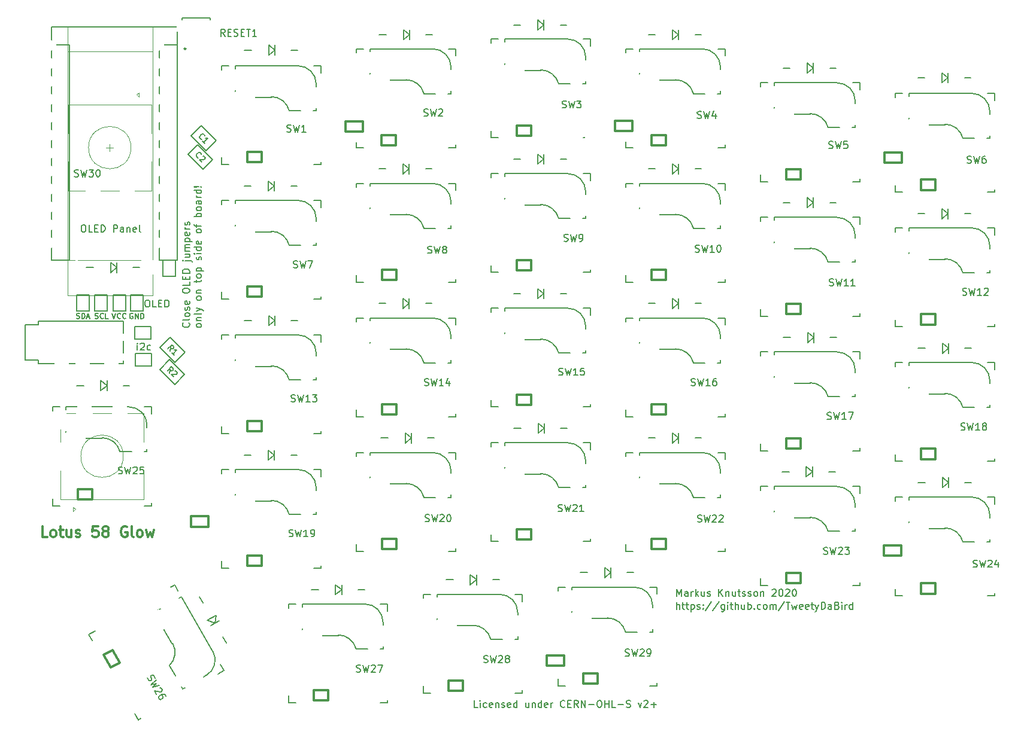
<source format=gbr>
G04 #@! TF.GenerationSoftware,KiCad,Pcbnew,(5.1.9)-1*
G04 #@! TF.CreationDate,2021-02-12T09:18:19+01:00*
G04 #@! TF.ProjectId,Lotus58_Glow,4c6f7475-7335-4385-9f47-6c6f772e6b69,0.95*
G04 #@! TF.SameCoordinates,Original*
G04 #@! TF.FileFunction,Legend,Top*
G04 #@! TF.FilePolarity,Positive*
%FSLAX46Y46*%
G04 Gerber Fmt 4.6, Leading zero omitted, Abs format (unit mm)*
G04 Created by KiCad (PCBNEW (5.1.9)-1) date 2021-02-12 09:18:19*
%MOMM*%
%LPD*%
G01*
G04 APERTURE LIST*
%ADD10C,0.150000*%
%ADD11C,0.300000*%
%ADD12C,0.120000*%
%ADD13C,0.040000*%
%ADD14C,0.250000*%
%ADD15R,2.550000X2.500000*%
%ADD16C,1.701800*%
%ADD17C,3.987800*%
%ADD18C,3.000000*%
%ADD19R,1.600000X1.000000*%
%ADD20C,0.100000*%
%ADD21R,2.000000X2.000000*%
%ADD22C,2.000000*%
%ADD23R,1.998980X1.998980*%
%ADD24C,1.998980*%
%ADD25R,1.800000X1.500000*%
%ADD26C,1.200000*%
%ADD27R,2.100000X1.000000*%
%ADD28R,1.143000X0.635000*%
%ADD29R,0.635000X1.143000*%
%ADD30C,1.397000*%
%ADD31R,2.000000X1.000000*%
%ADD32C,1.524000*%
%ADD33O,1.700000X1.700000*%
%ADD34R,1.700000X1.700000*%
%ADD35R,1.000000X1.500000*%
%ADD36R,1.800000X1.350000*%
%ADD37R,1.570000X1.250000*%
%ADD38C,2.700000*%
G04 APERTURE END LIST*
D10*
X171697619Y-119933980D02*
X171697619Y-118933980D01*
X172126190Y-119933980D02*
X172126190Y-119410171D01*
X172078571Y-119314933D01*
X171983333Y-119267314D01*
X171840476Y-119267314D01*
X171745238Y-119314933D01*
X171697619Y-119362552D01*
X172459523Y-119267314D02*
X172840476Y-119267314D01*
X172602380Y-118933980D02*
X172602380Y-119791123D01*
X172650000Y-119886361D01*
X172745238Y-119933980D01*
X172840476Y-119933980D01*
X173030952Y-119267314D02*
X173411904Y-119267314D01*
X173173809Y-118933980D02*
X173173809Y-119791123D01*
X173221428Y-119886361D01*
X173316666Y-119933980D01*
X173411904Y-119933980D01*
X173745238Y-119267314D02*
X173745238Y-120267314D01*
X173745238Y-119314933D02*
X173840476Y-119267314D01*
X174030952Y-119267314D01*
X174126190Y-119314933D01*
X174173809Y-119362552D01*
X174221428Y-119457790D01*
X174221428Y-119743504D01*
X174173809Y-119838742D01*
X174126190Y-119886361D01*
X174030952Y-119933980D01*
X173840476Y-119933980D01*
X173745238Y-119886361D01*
X174602380Y-119886361D02*
X174697619Y-119933980D01*
X174888095Y-119933980D01*
X174983333Y-119886361D01*
X175030952Y-119791123D01*
X175030952Y-119743504D01*
X174983333Y-119648266D01*
X174888095Y-119600647D01*
X174745238Y-119600647D01*
X174650000Y-119553028D01*
X174602380Y-119457790D01*
X174602380Y-119410171D01*
X174650000Y-119314933D01*
X174745238Y-119267314D01*
X174888095Y-119267314D01*
X174983333Y-119314933D01*
X175459523Y-119838742D02*
X175507142Y-119886361D01*
X175459523Y-119933980D01*
X175411904Y-119886361D01*
X175459523Y-119838742D01*
X175459523Y-119933980D01*
X175459523Y-119314933D02*
X175507142Y-119362552D01*
X175459523Y-119410171D01*
X175411904Y-119362552D01*
X175459523Y-119314933D01*
X175459523Y-119410171D01*
X176650000Y-118886361D02*
X175792857Y-120172076D01*
X177697619Y-118886361D02*
X176840476Y-120172076D01*
X178459523Y-119267314D02*
X178459523Y-120076838D01*
X178411904Y-120172076D01*
X178364285Y-120219695D01*
X178269047Y-120267314D01*
X178126190Y-120267314D01*
X178030952Y-120219695D01*
X178459523Y-119886361D02*
X178364285Y-119933980D01*
X178173809Y-119933980D01*
X178078571Y-119886361D01*
X178030952Y-119838742D01*
X177983333Y-119743504D01*
X177983333Y-119457790D01*
X178030952Y-119362552D01*
X178078571Y-119314933D01*
X178173809Y-119267314D01*
X178364285Y-119267314D01*
X178459523Y-119314933D01*
X178935714Y-119933980D02*
X178935714Y-119267314D01*
X178935714Y-118933980D02*
X178888095Y-118981600D01*
X178935714Y-119029219D01*
X178983333Y-118981600D01*
X178935714Y-118933980D01*
X178935714Y-119029219D01*
X179269047Y-119267314D02*
X179650000Y-119267314D01*
X179411904Y-118933980D02*
X179411904Y-119791123D01*
X179459523Y-119886361D01*
X179554761Y-119933980D01*
X179650000Y-119933980D01*
X179983333Y-119933980D02*
X179983333Y-118933980D01*
X180411904Y-119933980D02*
X180411904Y-119410171D01*
X180364285Y-119314933D01*
X180269047Y-119267314D01*
X180126190Y-119267314D01*
X180030952Y-119314933D01*
X179983333Y-119362552D01*
X181316666Y-119267314D02*
X181316666Y-119933980D01*
X180888095Y-119267314D02*
X180888095Y-119791123D01*
X180935714Y-119886361D01*
X181030952Y-119933980D01*
X181173809Y-119933980D01*
X181269047Y-119886361D01*
X181316666Y-119838742D01*
X181792857Y-119933980D02*
X181792857Y-118933980D01*
X181792857Y-119314933D02*
X181888095Y-119267314D01*
X182078571Y-119267314D01*
X182173809Y-119314933D01*
X182221428Y-119362552D01*
X182269047Y-119457790D01*
X182269047Y-119743504D01*
X182221428Y-119838742D01*
X182173809Y-119886361D01*
X182078571Y-119933980D01*
X181888095Y-119933980D01*
X181792857Y-119886361D01*
X182697619Y-119838742D02*
X182745238Y-119886361D01*
X182697619Y-119933980D01*
X182650000Y-119886361D01*
X182697619Y-119838742D01*
X182697619Y-119933980D01*
X183602380Y-119886361D02*
X183507142Y-119933980D01*
X183316666Y-119933980D01*
X183221428Y-119886361D01*
X183173809Y-119838742D01*
X183126190Y-119743504D01*
X183126190Y-119457790D01*
X183173809Y-119362552D01*
X183221428Y-119314933D01*
X183316666Y-119267314D01*
X183507142Y-119267314D01*
X183602380Y-119314933D01*
X184173809Y-119933980D02*
X184078571Y-119886361D01*
X184030952Y-119838742D01*
X183983333Y-119743504D01*
X183983333Y-119457790D01*
X184030952Y-119362552D01*
X184078571Y-119314933D01*
X184173809Y-119267314D01*
X184316666Y-119267314D01*
X184411904Y-119314933D01*
X184459523Y-119362552D01*
X184507142Y-119457790D01*
X184507142Y-119743504D01*
X184459523Y-119838742D01*
X184411904Y-119886361D01*
X184316666Y-119933980D01*
X184173809Y-119933980D01*
X184935714Y-119933980D02*
X184935714Y-119267314D01*
X184935714Y-119362552D02*
X184983333Y-119314933D01*
X185078571Y-119267314D01*
X185221428Y-119267314D01*
X185316666Y-119314933D01*
X185364285Y-119410171D01*
X185364285Y-119933980D01*
X185364285Y-119410171D02*
X185411904Y-119314933D01*
X185507142Y-119267314D01*
X185650000Y-119267314D01*
X185745238Y-119314933D01*
X185792857Y-119410171D01*
X185792857Y-119933980D01*
X186983333Y-118886361D02*
X186126190Y-120172076D01*
X187173809Y-118933980D02*
X187745238Y-118933980D01*
X187459523Y-119933980D02*
X187459523Y-118933980D01*
X187983333Y-119267314D02*
X188173809Y-119933980D01*
X188364285Y-119457790D01*
X188554761Y-119933980D01*
X188745238Y-119267314D01*
X189507142Y-119886361D02*
X189411904Y-119933980D01*
X189221428Y-119933980D01*
X189126190Y-119886361D01*
X189078571Y-119791123D01*
X189078571Y-119410171D01*
X189126190Y-119314933D01*
X189221428Y-119267314D01*
X189411904Y-119267314D01*
X189507142Y-119314933D01*
X189554761Y-119410171D01*
X189554761Y-119505409D01*
X189078571Y-119600647D01*
X190364285Y-119886361D02*
X190269047Y-119933980D01*
X190078571Y-119933980D01*
X189983333Y-119886361D01*
X189935714Y-119791123D01*
X189935714Y-119410171D01*
X189983333Y-119314933D01*
X190078571Y-119267314D01*
X190269047Y-119267314D01*
X190364285Y-119314933D01*
X190411904Y-119410171D01*
X190411904Y-119505409D01*
X189935714Y-119600647D01*
X190697619Y-119267314D02*
X191078571Y-119267314D01*
X190840476Y-118933980D02*
X190840476Y-119791123D01*
X190888095Y-119886361D01*
X190983333Y-119933980D01*
X191078571Y-119933980D01*
X191316666Y-119267314D02*
X191554761Y-119933980D01*
X191792857Y-119267314D02*
X191554761Y-119933980D01*
X191459523Y-120172076D01*
X191411904Y-120219695D01*
X191316666Y-120267314D01*
X192173809Y-119933980D02*
X192173809Y-118933980D01*
X192411904Y-118933980D01*
X192554761Y-118981600D01*
X192650000Y-119076838D01*
X192697619Y-119172076D01*
X192745238Y-119362552D01*
X192745238Y-119505409D01*
X192697619Y-119695885D01*
X192650000Y-119791123D01*
X192554761Y-119886361D01*
X192411904Y-119933980D01*
X192173809Y-119933980D01*
X193602380Y-119933980D02*
X193602380Y-119410171D01*
X193554761Y-119314933D01*
X193459523Y-119267314D01*
X193269047Y-119267314D01*
X193173809Y-119314933D01*
X193602380Y-119886361D02*
X193507142Y-119933980D01*
X193269047Y-119933980D01*
X193173809Y-119886361D01*
X193126190Y-119791123D01*
X193126190Y-119695885D01*
X193173809Y-119600647D01*
X193269047Y-119553028D01*
X193507142Y-119553028D01*
X193602380Y-119505409D01*
X194411904Y-119410171D02*
X194554761Y-119457790D01*
X194602380Y-119505409D01*
X194650000Y-119600647D01*
X194650000Y-119743504D01*
X194602380Y-119838742D01*
X194554761Y-119886361D01*
X194459523Y-119933980D01*
X194078571Y-119933980D01*
X194078571Y-118933980D01*
X194411904Y-118933980D01*
X194507142Y-118981600D01*
X194554761Y-119029219D01*
X194602380Y-119124457D01*
X194602380Y-119219695D01*
X194554761Y-119314933D01*
X194507142Y-119362552D01*
X194411904Y-119410171D01*
X194078571Y-119410171D01*
X195078571Y-119933980D02*
X195078571Y-119267314D01*
X195078571Y-118933980D02*
X195030952Y-118981600D01*
X195078571Y-119029219D01*
X195126190Y-118981600D01*
X195078571Y-118933980D01*
X195078571Y-119029219D01*
X195554761Y-119933980D02*
X195554761Y-119267314D01*
X195554761Y-119457790D02*
X195602380Y-119362552D01*
X195650000Y-119314933D01*
X195745238Y-119267314D01*
X195840476Y-119267314D01*
X196602380Y-119933980D02*
X196602380Y-118933980D01*
X196602380Y-119886361D02*
X196507142Y-119933980D01*
X196316666Y-119933980D01*
X196221428Y-119886361D01*
X196173809Y-119838742D01*
X196126190Y-119743504D01*
X196126190Y-119457790D01*
X196173809Y-119362552D01*
X196221428Y-119314933D01*
X196316666Y-119267314D01*
X196507142Y-119267314D01*
X196602380Y-119314933D01*
X143610585Y-133853180D02*
X143134395Y-133853180D01*
X143134395Y-132853180D01*
X143943919Y-133853180D02*
X143943919Y-133186514D01*
X143943919Y-132853180D02*
X143896300Y-132900800D01*
X143943919Y-132948419D01*
X143991538Y-132900800D01*
X143943919Y-132853180D01*
X143943919Y-132948419D01*
X144848680Y-133805561D02*
X144753442Y-133853180D01*
X144562966Y-133853180D01*
X144467728Y-133805561D01*
X144420109Y-133757942D01*
X144372490Y-133662704D01*
X144372490Y-133376990D01*
X144420109Y-133281752D01*
X144467728Y-133234133D01*
X144562966Y-133186514D01*
X144753442Y-133186514D01*
X144848680Y-133234133D01*
X145658204Y-133805561D02*
X145562966Y-133853180D01*
X145372490Y-133853180D01*
X145277252Y-133805561D01*
X145229633Y-133710323D01*
X145229633Y-133329371D01*
X145277252Y-133234133D01*
X145372490Y-133186514D01*
X145562966Y-133186514D01*
X145658204Y-133234133D01*
X145705823Y-133329371D01*
X145705823Y-133424609D01*
X145229633Y-133519847D01*
X146134395Y-133186514D02*
X146134395Y-133853180D01*
X146134395Y-133281752D02*
X146182014Y-133234133D01*
X146277252Y-133186514D01*
X146420109Y-133186514D01*
X146515347Y-133234133D01*
X146562966Y-133329371D01*
X146562966Y-133853180D01*
X146991538Y-133805561D02*
X147086776Y-133853180D01*
X147277252Y-133853180D01*
X147372490Y-133805561D01*
X147420109Y-133710323D01*
X147420109Y-133662704D01*
X147372490Y-133567466D01*
X147277252Y-133519847D01*
X147134395Y-133519847D01*
X147039157Y-133472228D01*
X146991538Y-133376990D01*
X146991538Y-133329371D01*
X147039157Y-133234133D01*
X147134395Y-133186514D01*
X147277252Y-133186514D01*
X147372490Y-133234133D01*
X148229633Y-133805561D02*
X148134395Y-133853180D01*
X147943919Y-133853180D01*
X147848680Y-133805561D01*
X147801061Y-133710323D01*
X147801061Y-133329371D01*
X147848680Y-133234133D01*
X147943919Y-133186514D01*
X148134395Y-133186514D01*
X148229633Y-133234133D01*
X148277252Y-133329371D01*
X148277252Y-133424609D01*
X147801061Y-133519847D01*
X149134395Y-133853180D02*
X149134395Y-132853180D01*
X149134395Y-133805561D02*
X149039157Y-133853180D01*
X148848680Y-133853180D01*
X148753442Y-133805561D01*
X148705823Y-133757942D01*
X148658204Y-133662704D01*
X148658204Y-133376990D01*
X148705823Y-133281752D01*
X148753442Y-133234133D01*
X148848680Y-133186514D01*
X149039157Y-133186514D01*
X149134395Y-133234133D01*
X150801061Y-133186514D02*
X150801061Y-133853180D01*
X150372490Y-133186514D02*
X150372490Y-133710323D01*
X150420109Y-133805561D01*
X150515347Y-133853180D01*
X150658204Y-133853180D01*
X150753442Y-133805561D01*
X150801061Y-133757942D01*
X151277252Y-133186514D02*
X151277252Y-133853180D01*
X151277252Y-133281752D02*
X151324871Y-133234133D01*
X151420109Y-133186514D01*
X151562966Y-133186514D01*
X151658204Y-133234133D01*
X151705823Y-133329371D01*
X151705823Y-133853180D01*
X152610585Y-133853180D02*
X152610585Y-132853180D01*
X152610585Y-133805561D02*
X152515347Y-133853180D01*
X152324871Y-133853180D01*
X152229633Y-133805561D01*
X152182014Y-133757942D01*
X152134395Y-133662704D01*
X152134395Y-133376990D01*
X152182014Y-133281752D01*
X152229633Y-133234133D01*
X152324871Y-133186514D01*
X152515347Y-133186514D01*
X152610585Y-133234133D01*
X153467728Y-133805561D02*
X153372490Y-133853180D01*
X153182014Y-133853180D01*
X153086776Y-133805561D01*
X153039157Y-133710323D01*
X153039157Y-133329371D01*
X153086776Y-133234133D01*
X153182014Y-133186514D01*
X153372490Y-133186514D01*
X153467728Y-133234133D01*
X153515347Y-133329371D01*
X153515347Y-133424609D01*
X153039157Y-133519847D01*
X153943919Y-133853180D02*
X153943919Y-133186514D01*
X153943919Y-133376990D02*
X153991538Y-133281752D01*
X154039157Y-133234133D01*
X154134395Y-133186514D01*
X154229633Y-133186514D01*
X155896300Y-133757942D02*
X155848680Y-133805561D01*
X155705823Y-133853180D01*
X155610585Y-133853180D01*
X155467728Y-133805561D01*
X155372490Y-133710323D01*
X155324871Y-133615085D01*
X155277252Y-133424609D01*
X155277252Y-133281752D01*
X155324871Y-133091276D01*
X155372490Y-132996038D01*
X155467728Y-132900800D01*
X155610585Y-132853180D01*
X155705823Y-132853180D01*
X155848680Y-132900800D01*
X155896300Y-132948419D01*
X156324871Y-133329371D02*
X156658204Y-133329371D01*
X156801061Y-133853180D02*
X156324871Y-133853180D01*
X156324871Y-132853180D01*
X156801061Y-132853180D01*
X157801061Y-133853180D02*
X157467728Y-133376990D01*
X157229633Y-133853180D02*
X157229633Y-132853180D01*
X157610585Y-132853180D01*
X157705823Y-132900800D01*
X157753442Y-132948419D01*
X157801061Y-133043657D01*
X157801061Y-133186514D01*
X157753442Y-133281752D01*
X157705823Y-133329371D01*
X157610585Y-133376990D01*
X157229633Y-133376990D01*
X158229633Y-133853180D02*
X158229633Y-132853180D01*
X158801061Y-133853180D01*
X158801061Y-132853180D01*
X159277252Y-133472228D02*
X160039157Y-133472228D01*
X160705823Y-132853180D02*
X160896300Y-132853180D01*
X160991538Y-132900800D01*
X161086776Y-132996038D01*
X161134395Y-133186514D01*
X161134395Y-133519847D01*
X161086776Y-133710323D01*
X160991538Y-133805561D01*
X160896300Y-133853180D01*
X160705823Y-133853180D01*
X160610585Y-133805561D01*
X160515347Y-133710323D01*
X160467728Y-133519847D01*
X160467728Y-133186514D01*
X160515347Y-132996038D01*
X160610585Y-132900800D01*
X160705823Y-132853180D01*
X161562966Y-133853180D02*
X161562966Y-132853180D01*
X161562966Y-133329371D02*
X162134395Y-133329371D01*
X162134395Y-133853180D02*
X162134395Y-132853180D01*
X163086776Y-133853180D02*
X162610585Y-133853180D01*
X162610585Y-132853180D01*
X163420109Y-133472228D02*
X164182014Y-133472228D01*
X164610585Y-133805561D02*
X164753442Y-133853180D01*
X164991538Y-133853180D01*
X165086776Y-133805561D01*
X165134395Y-133757942D01*
X165182014Y-133662704D01*
X165182014Y-133567466D01*
X165134395Y-133472228D01*
X165086776Y-133424609D01*
X164991538Y-133376990D01*
X164801061Y-133329371D01*
X164705823Y-133281752D01*
X164658204Y-133234133D01*
X164610585Y-133138895D01*
X164610585Y-133043657D01*
X164658204Y-132948419D01*
X164705823Y-132900800D01*
X164801061Y-132853180D01*
X165039157Y-132853180D01*
X165182014Y-132900800D01*
X166277252Y-133186514D02*
X166515347Y-133853180D01*
X166753442Y-133186514D01*
X167086776Y-132948419D02*
X167134395Y-132900800D01*
X167229633Y-132853180D01*
X167467728Y-132853180D01*
X167562966Y-132900800D01*
X167610585Y-132948419D01*
X167658204Y-133043657D01*
X167658204Y-133138895D01*
X167610585Y-133281752D01*
X167039157Y-133853180D01*
X167658204Y-133853180D01*
X168086776Y-133472228D02*
X168848680Y-133472228D01*
X168467728Y-133853180D02*
X168467728Y-133091276D01*
X96794819Y-76160380D02*
X96985295Y-76160380D01*
X97080533Y-76208000D01*
X97175771Y-76303238D01*
X97223390Y-76493714D01*
X97223390Y-76827047D01*
X97175771Y-77017523D01*
X97080533Y-77112761D01*
X96985295Y-77160380D01*
X96794819Y-77160380D01*
X96699580Y-77112761D01*
X96604342Y-77017523D01*
X96556723Y-76827047D01*
X96556723Y-76493714D01*
X96604342Y-76303238D01*
X96699580Y-76208000D01*
X96794819Y-76160380D01*
X98128152Y-77160380D02*
X97651961Y-77160380D01*
X97651961Y-76160380D01*
X98461485Y-76636571D02*
X98794819Y-76636571D01*
X98937676Y-77160380D02*
X98461485Y-77160380D01*
X98461485Y-76160380D01*
X98937676Y-76160380D01*
X99366247Y-77160380D02*
X99366247Y-76160380D01*
X99604342Y-76160380D01*
X99747200Y-76208000D01*
X99842438Y-76303238D01*
X99890057Y-76398476D01*
X99937676Y-76588952D01*
X99937676Y-76731809D01*
X99890057Y-76922285D01*
X99842438Y-77017523D01*
X99747200Y-77112761D01*
X99604342Y-77160380D01*
X99366247Y-77160380D01*
X95462838Y-83256380D02*
X95462838Y-82589714D01*
X95462838Y-82256380D02*
X95415219Y-82304000D01*
X95462838Y-82351619D01*
X95510457Y-82304000D01*
X95462838Y-82256380D01*
X95462838Y-82351619D01*
X95891409Y-82351619D02*
X95939028Y-82304000D01*
X96034266Y-82256380D01*
X96272361Y-82256380D01*
X96367600Y-82304000D01*
X96415219Y-82351619D01*
X96462838Y-82446857D01*
X96462838Y-82542095D01*
X96415219Y-82684952D01*
X95843790Y-83256380D01*
X96462838Y-83256380D01*
X97319980Y-83208761D02*
X97224742Y-83256380D01*
X97034266Y-83256380D01*
X96939028Y-83208761D01*
X96891409Y-83161142D01*
X96843790Y-83065904D01*
X96843790Y-82780190D01*
X96891409Y-82684952D01*
X96939028Y-82637333D01*
X97034266Y-82589714D01*
X97224742Y-82589714D01*
X97319980Y-82637333D01*
X102757742Y-79407776D02*
X102805361Y-79455395D01*
X102852980Y-79598252D01*
X102852980Y-79693490D01*
X102805361Y-79836347D01*
X102710123Y-79931585D01*
X102614885Y-79979204D01*
X102424409Y-80026823D01*
X102281552Y-80026823D01*
X102091076Y-79979204D01*
X101995838Y-79931585D01*
X101900600Y-79836347D01*
X101852980Y-79693490D01*
X101852980Y-79598252D01*
X101900600Y-79455395D01*
X101948219Y-79407776D01*
X102852980Y-78836347D02*
X102805361Y-78931585D01*
X102710123Y-78979204D01*
X101852980Y-78979204D01*
X102852980Y-78312538D02*
X102805361Y-78407776D01*
X102757742Y-78455395D01*
X102662504Y-78503014D01*
X102376790Y-78503014D01*
X102281552Y-78455395D01*
X102233933Y-78407776D01*
X102186314Y-78312538D01*
X102186314Y-78169680D01*
X102233933Y-78074442D01*
X102281552Y-78026823D01*
X102376790Y-77979204D01*
X102662504Y-77979204D01*
X102757742Y-78026823D01*
X102805361Y-78074442D01*
X102852980Y-78169680D01*
X102852980Y-78312538D01*
X102805361Y-77598252D02*
X102852980Y-77503014D01*
X102852980Y-77312538D01*
X102805361Y-77217300D01*
X102710123Y-77169680D01*
X102662504Y-77169680D01*
X102567266Y-77217300D01*
X102519647Y-77312538D01*
X102519647Y-77455395D01*
X102472028Y-77550633D01*
X102376790Y-77598252D01*
X102329171Y-77598252D01*
X102233933Y-77550633D01*
X102186314Y-77455395D01*
X102186314Y-77312538D01*
X102233933Y-77217300D01*
X102805361Y-76360157D02*
X102852980Y-76455395D01*
X102852980Y-76645871D01*
X102805361Y-76741109D01*
X102710123Y-76788728D01*
X102329171Y-76788728D01*
X102233933Y-76741109D01*
X102186314Y-76645871D01*
X102186314Y-76455395D01*
X102233933Y-76360157D01*
X102329171Y-76312538D01*
X102424409Y-76312538D01*
X102519647Y-76788728D01*
X101852980Y-74931585D02*
X101852980Y-74741109D01*
X101900600Y-74645871D01*
X101995838Y-74550633D01*
X102186314Y-74503014D01*
X102519647Y-74503014D01*
X102710123Y-74550633D01*
X102805361Y-74645871D01*
X102852980Y-74741109D01*
X102852980Y-74931585D01*
X102805361Y-75026823D01*
X102710123Y-75122061D01*
X102519647Y-75169680D01*
X102186314Y-75169680D01*
X101995838Y-75122061D01*
X101900600Y-75026823D01*
X101852980Y-74931585D01*
X102852980Y-73598252D02*
X102852980Y-74074442D01*
X101852980Y-74074442D01*
X102329171Y-73264919D02*
X102329171Y-72931585D01*
X102852980Y-72788728D02*
X102852980Y-73264919D01*
X101852980Y-73264919D01*
X101852980Y-72788728D01*
X102852980Y-72360157D02*
X101852980Y-72360157D01*
X101852980Y-72122061D01*
X101900600Y-71979204D01*
X101995838Y-71883966D01*
X102091076Y-71836347D01*
X102281552Y-71788728D01*
X102424409Y-71788728D01*
X102614885Y-71836347D01*
X102710123Y-71883966D01*
X102805361Y-71979204D01*
X102852980Y-72122061D01*
X102852980Y-72360157D01*
X102186314Y-70598252D02*
X103043457Y-70598252D01*
X103138695Y-70645871D01*
X103186314Y-70741109D01*
X103186314Y-70788728D01*
X101852980Y-70598252D02*
X101900600Y-70645871D01*
X101948219Y-70598252D01*
X101900600Y-70550633D01*
X101852980Y-70598252D01*
X101948219Y-70598252D01*
X102186314Y-69693490D02*
X102852980Y-69693490D01*
X102186314Y-70122061D02*
X102710123Y-70122061D01*
X102805361Y-70074442D01*
X102852980Y-69979204D01*
X102852980Y-69836347D01*
X102805361Y-69741109D01*
X102757742Y-69693490D01*
X102852980Y-69217300D02*
X102186314Y-69217300D01*
X102281552Y-69217300D02*
X102233933Y-69169680D01*
X102186314Y-69074442D01*
X102186314Y-68931585D01*
X102233933Y-68836347D01*
X102329171Y-68788728D01*
X102852980Y-68788728D01*
X102329171Y-68788728D02*
X102233933Y-68741109D01*
X102186314Y-68645871D01*
X102186314Y-68503014D01*
X102233933Y-68407776D01*
X102329171Y-68360157D01*
X102852980Y-68360157D01*
X102186314Y-67883966D02*
X103186314Y-67883966D01*
X102233933Y-67883966D02*
X102186314Y-67788728D01*
X102186314Y-67598252D01*
X102233933Y-67503014D01*
X102281552Y-67455395D01*
X102376790Y-67407776D01*
X102662504Y-67407776D01*
X102757742Y-67455395D01*
X102805361Y-67503014D01*
X102852980Y-67598252D01*
X102852980Y-67788728D01*
X102805361Y-67883966D01*
X102805361Y-66598252D02*
X102852980Y-66693490D01*
X102852980Y-66883966D01*
X102805361Y-66979204D01*
X102710123Y-67026823D01*
X102329171Y-67026823D01*
X102233933Y-66979204D01*
X102186314Y-66883966D01*
X102186314Y-66693490D01*
X102233933Y-66598252D01*
X102329171Y-66550633D01*
X102424409Y-66550633D01*
X102519647Y-67026823D01*
X102852980Y-66122061D02*
X102186314Y-66122061D01*
X102376790Y-66122061D02*
X102281552Y-66074442D01*
X102233933Y-66026823D01*
X102186314Y-65931585D01*
X102186314Y-65836347D01*
X102805361Y-65550633D02*
X102852980Y-65455395D01*
X102852980Y-65264919D01*
X102805361Y-65169680D01*
X102710123Y-65122061D01*
X102662504Y-65122061D01*
X102567266Y-65169680D01*
X102519647Y-65264919D01*
X102519647Y-65407776D01*
X102472028Y-65503014D01*
X102376790Y-65550633D01*
X102329171Y-65550633D01*
X102233933Y-65503014D01*
X102186314Y-65407776D01*
X102186314Y-65264919D01*
X102233933Y-65169680D01*
X104502980Y-79836347D02*
X104455361Y-79931585D01*
X104407742Y-79979204D01*
X104312504Y-80026823D01*
X104026790Y-80026823D01*
X103931552Y-79979204D01*
X103883933Y-79931585D01*
X103836314Y-79836347D01*
X103836314Y-79693490D01*
X103883933Y-79598252D01*
X103931552Y-79550633D01*
X104026790Y-79503014D01*
X104312504Y-79503014D01*
X104407742Y-79550633D01*
X104455361Y-79598252D01*
X104502980Y-79693490D01*
X104502980Y-79836347D01*
X103836314Y-79074442D02*
X104502980Y-79074442D01*
X103931552Y-79074442D02*
X103883933Y-79026823D01*
X103836314Y-78931585D01*
X103836314Y-78788728D01*
X103883933Y-78693490D01*
X103979171Y-78645871D01*
X104502980Y-78645871D01*
X104502980Y-78026823D02*
X104455361Y-78122061D01*
X104360123Y-78169680D01*
X103502980Y-78169680D01*
X103836314Y-77741109D02*
X104502980Y-77503014D01*
X103836314Y-77264919D02*
X104502980Y-77503014D01*
X104741076Y-77598252D01*
X104788695Y-77645871D01*
X104836314Y-77741109D01*
X104502980Y-75979204D02*
X104455361Y-76074442D01*
X104407742Y-76122061D01*
X104312504Y-76169680D01*
X104026790Y-76169680D01*
X103931552Y-76122061D01*
X103883933Y-76074442D01*
X103836314Y-75979204D01*
X103836314Y-75836347D01*
X103883933Y-75741109D01*
X103931552Y-75693490D01*
X104026790Y-75645871D01*
X104312504Y-75645871D01*
X104407742Y-75693490D01*
X104455361Y-75741109D01*
X104502980Y-75836347D01*
X104502980Y-75979204D01*
X103836314Y-75217300D02*
X104502980Y-75217300D01*
X103931552Y-75217300D02*
X103883933Y-75169680D01*
X103836314Y-75074442D01*
X103836314Y-74931585D01*
X103883933Y-74836347D01*
X103979171Y-74788728D01*
X104502980Y-74788728D01*
X103836314Y-73693490D02*
X103836314Y-73312538D01*
X103502980Y-73550633D02*
X104360123Y-73550633D01*
X104455361Y-73503014D01*
X104502980Y-73407776D01*
X104502980Y-73312538D01*
X104502980Y-72836347D02*
X104455361Y-72931585D01*
X104407742Y-72979204D01*
X104312504Y-73026823D01*
X104026790Y-73026823D01*
X103931552Y-72979204D01*
X103883933Y-72931585D01*
X103836314Y-72836347D01*
X103836314Y-72693490D01*
X103883933Y-72598252D01*
X103931552Y-72550633D01*
X104026790Y-72503014D01*
X104312504Y-72503014D01*
X104407742Y-72550633D01*
X104455361Y-72598252D01*
X104502980Y-72693490D01*
X104502980Y-72836347D01*
X103836314Y-72074442D02*
X104836314Y-72074442D01*
X103883933Y-72074442D02*
X103836314Y-71979204D01*
X103836314Y-71788728D01*
X103883933Y-71693490D01*
X103931552Y-71645871D01*
X104026790Y-71598252D01*
X104312504Y-71598252D01*
X104407742Y-71645871D01*
X104455361Y-71693490D01*
X104502980Y-71788728D01*
X104502980Y-71979204D01*
X104455361Y-72074442D01*
X104455361Y-70455395D02*
X104502980Y-70360157D01*
X104502980Y-70169680D01*
X104455361Y-70074442D01*
X104360123Y-70026823D01*
X104312504Y-70026823D01*
X104217266Y-70074442D01*
X104169647Y-70169680D01*
X104169647Y-70312538D01*
X104122028Y-70407776D01*
X104026790Y-70455395D01*
X103979171Y-70455395D01*
X103883933Y-70407776D01*
X103836314Y-70312538D01*
X103836314Y-70169680D01*
X103883933Y-70074442D01*
X104502980Y-69598252D02*
X103836314Y-69598252D01*
X103502980Y-69598252D02*
X103550600Y-69645871D01*
X103598219Y-69598252D01*
X103550600Y-69550633D01*
X103502980Y-69598252D01*
X103598219Y-69598252D01*
X104502980Y-68693490D02*
X103502980Y-68693490D01*
X104455361Y-68693490D02*
X104502980Y-68788728D01*
X104502980Y-68979204D01*
X104455361Y-69074442D01*
X104407742Y-69122061D01*
X104312504Y-69169680D01*
X104026790Y-69169680D01*
X103931552Y-69122061D01*
X103883933Y-69074442D01*
X103836314Y-68979204D01*
X103836314Y-68788728D01*
X103883933Y-68693490D01*
X104455361Y-67836347D02*
X104502980Y-67931585D01*
X104502980Y-68122061D01*
X104455361Y-68217300D01*
X104360123Y-68264919D01*
X103979171Y-68264919D01*
X103883933Y-68217300D01*
X103836314Y-68122061D01*
X103836314Y-67931585D01*
X103883933Y-67836347D01*
X103979171Y-67788728D01*
X104074409Y-67788728D01*
X104169647Y-68264919D01*
X104502980Y-66455395D02*
X104455361Y-66550633D01*
X104407742Y-66598252D01*
X104312504Y-66645871D01*
X104026790Y-66645871D01*
X103931552Y-66598252D01*
X103883933Y-66550633D01*
X103836314Y-66455395D01*
X103836314Y-66312538D01*
X103883933Y-66217300D01*
X103931552Y-66169680D01*
X104026790Y-66122061D01*
X104312504Y-66122061D01*
X104407742Y-66169680D01*
X104455361Y-66217300D01*
X104502980Y-66312538D01*
X104502980Y-66455395D01*
X103836314Y-65836347D02*
X103836314Y-65455395D01*
X104502980Y-65693490D02*
X103645838Y-65693490D01*
X103550600Y-65645871D01*
X103502980Y-65550633D01*
X103502980Y-65455395D01*
X104502980Y-64360157D02*
X103502980Y-64360157D01*
X103883933Y-64360157D02*
X103836314Y-64264919D01*
X103836314Y-64074442D01*
X103883933Y-63979204D01*
X103931552Y-63931585D01*
X104026790Y-63883966D01*
X104312504Y-63883966D01*
X104407742Y-63931585D01*
X104455361Y-63979204D01*
X104502980Y-64074442D01*
X104502980Y-64264919D01*
X104455361Y-64360157D01*
X104502980Y-63312538D02*
X104455361Y-63407776D01*
X104407742Y-63455395D01*
X104312504Y-63503014D01*
X104026790Y-63503014D01*
X103931552Y-63455395D01*
X103883933Y-63407776D01*
X103836314Y-63312538D01*
X103836314Y-63169680D01*
X103883933Y-63074442D01*
X103931552Y-63026823D01*
X104026790Y-62979204D01*
X104312504Y-62979204D01*
X104407742Y-63026823D01*
X104455361Y-63074442D01*
X104502980Y-63169680D01*
X104502980Y-63312538D01*
X104502980Y-62122061D02*
X103979171Y-62122061D01*
X103883933Y-62169680D01*
X103836314Y-62264919D01*
X103836314Y-62455395D01*
X103883933Y-62550633D01*
X104455361Y-62122061D02*
X104502980Y-62217300D01*
X104502980Y-62455395D01*
X104455361Y-62550633D01*
X104360123Y-62598252D01*
X104264885Y-62598252D01*
X104169647Y-62550633D01*
X104122028Y-62455395D01*
X104122028Y-62217300D01*
X104074409Y-62122061D01*
X104502980Y-61645871D02*
X103836314Y-61645871D01*
X104026790Y-61645871D02*
X103931552Y-61598252D01*
X103883933Y-61550633D01*
X103836314Y-61455395D01*
X103836314Y-61360157D01*
X104502980Y-60598252D02*
X103502980Y-60598252D01*
X104455361Y-60598252D02*
X104502980Y-60693490D01*
X104502980Y-60883966D01*
X104455361Y-60979204D01*
X104407742Y-61026823D01*
X104312504Y-61074442D01*
X104026790Y-61074442D01*
X103931552Y-61026823D01*
X103883933Y-60979204D01*
X103836314Y-60883966D01*
X103836314Y-60693490D01*
X103883933Y-60598252D01*
X104407742Y-60122061D02*
X104455361Y-60074442D01*
X104502980Y-60122061D01*
X104455361Y-60169680D01*
X104407742Y-60122061D01*
X104502980Y-60122061D01*
X104122028Y-60122061D02*
X103550600Y-60169680D01*
X103502980Y-60122061D01*
X103550600Y-60074442D01*
X104122028Y-60122061D01*
X103502980Y-60122061D01*
X171734795Y-118105180D02*
X171734795Y-117105180D01*
X172068128Y-117819466D01*
X172401461Y-117105180D01*
X172401461Y-118105180D01*
X173306223Y-118105180D02*
X173306223Y-117581371D01*
X173258604Y-117486133D01*
X173163366Y-117438514D01*
X172972890Y-117438514D01*
X172877652Y-117486133D01*
X173306223Y-118057561D02*
X173210985Y-118105180D01*
X172972890Y-118105180D01*
X172877652Y-118057561D01*
X172830033Y-117962323D01*
X172830033Y-117867085D01*
X172877652Y-117771847D01*
X172972890Y-117724228D01*
X173210985Y-117724228D01*
X173306223Y-117676609D01*
X173782414Y-118105180D02*
X173782414Y-117438514D01*
X173782414Y-117628990D02*
X173830033Y-117533752D01*
X173877652Y-117486133D01*
X173972890Y-117438514D01*
X174068128Y-117438514D01*
X174401461Y-118105180D02*
X174401461Y-117105180D01*
X174496700Y-117724228D02*
X174782414Y-118105180D01*
X174782414Y-117438514D02*
X174401461Y-117819466D01*
X175639557Y-117438514D02*
X175639557Y-118105180D01*
X175210985Y-117438514D02*
X175210985Y-117962323D01*
X175258604Y-118057561D01*
X175353842Y-118105180D01*
X175496700Y-118105180D01*
X175591938Y-118057561D01*
X175639557Y-118009942D01*
X176068128Y-118057561D02*
X176163366Y-118105180D01*
X176353842Y-118105180D01*
X176449080Y-118057561D01*
X176496700Y-117962323D01*
X176496700Y-117914704D01*
X176449080Y-117819466D01*
X176353842Y-117771847D01*
X176210985Y-117771847D01*
X176115747Y-117724228D01*
X176068128Y-117628990D01*
X176068128Y-117581371D01*
X176115747Y-117486133D01*
X176210985Y-117438514D01*
X176353842Y-117438514D01*
X176449080Y-117486133D01*
X177687176Y-118105180D02*
X177687176Y-117105180D01*
X178258604Y-118105180D02*
X177830033Y-117533752D01*
X178258604Y-117105180D02*
X177687176Y-117676609D01*
X178687176Y-117438514D02*
X178687176Y-118105180D01*
X178687176Y-117533752D02*
X178734795Y-117486133D01*
X178830033Y-117438514D01*
X178972890Y-117438514D01*
X179068128Y-117486133D01*
X179115747Y-117581371D01*
X179115747Y-118105180D01*
X180020509Y-117438514D02*
X180020509Y-118105180D01*
X179591938Y-117438514D02*
X179591938Y-117962323D01*
X179639557Y-118057561D01*
X179734795Y-118105180D01*
X179877652Y-118105180D01*
X179972890Y-118057561D01*
X180020509Y-118009942D01*
X180353842Y-117438514D02*
X180734795Y-117438514D01*
X180496700Y-117105180D02*
X180496700Y-117962323D01*
X180544319Y-118057561D01*
X180639557Y-118105180D01*
X180734795Y-118105180D01*
X181020509Y-118057561D02*
X181115747Y-118105180D01*
X181306223Y-118105180D01*
X181401461Y-118057561D01*
X181449080Y-117962323D01*
X181449080Y-117914704D01*
X181401461Y-117819466D01*
X181306223Y-117771847D01*
X181163366Y-117771847D01*
X181068128Y-117724228D01*
X181020509Y-117628990D01*
X181020509Y-117581371D01*
X181068128Y-117486133D01*
X181163366Y-117438514D01*
X181306223Y-117438514D01*
X181401461Y-117486133D01*
X181830033Y-118057561D02*
X181925271Y-118105180D01*
X182115747Y-118105180D01*
X182210985Y-118057561D01*
X182258604Y-117962323D01*
X182258604Y-117914704D01*
X182210985Y-117819466D01*
X182115747Y-117771847D01*
X181972890Y-117771847D01*
X181877652Y-117724228D01*
X181830033Y-117628990D01*
X181830033Y-117581371D01*
X181877652Y-117486133D01*
X181972890Y-117438514D01*
X182115747Y-117438514D01*
X182210985Y-117486133D01*
X182830033Y-118105180D02*
X182734795Y-118057561D01*
X182687176Y-118009942D01*
X182639557Y-117914704D01*
X182639557Y-117628990D01*
X182687176Y-117533752D01*
X182734795Y-117486133D01*
X182830033Y-117438514D01*
X182972890Y-117438514D01*
X183068128Y-117486133D01*
X183115747Y-117533752D01*
X183163366Y-117628990D01*
X183163366Y-117914704D01*
X183115747Y-118009942D01*
X183068128Y-118057561D01*
X182972890Y-118105180D01*
X182830033Y-118105180D01*
X183591938Y-117438514D02*
X183591938Y-118105180D01*
X183591938Y-117533752D02*
X183639557Y-117486133D01*
X183734795Y-117438514D01*
X183877652Y-117438514D01*
X183972890Y-117486133D01*
X184020509Y-117581371D01*
X184020509Y-118105180D01*
X185210985Y-117200419D02*
X185258604Y-117152800D01*
X185353842Y-117105180D01*
X185591938Y-117105180D01*
X185687176Y-117152800D01*
X185734795Y-117200419D01*
X185782414Y-117295657D01*
X185782414Y-117390895D01*
X185734795Y-117533752D01*
X185163366Y-118105180D01*
X185782414Y-118105180D01*
X186401461Y-117105180D02*
X186496700Y-117105180D01*
X186591938Y-117152800D01*
X186639557Y-117200419D01*
X186687176Y-117295657D01*
X186734795Y-117486133D01*
X186734795Y-117724228D01*
X186687176Y-117914704D01*
X186639557Y-118009942D01*
X186591938Y-118057561D01*
X186496700Y-118105180D01*
X186401461Y-118105180D01*
X186306223Y-118057561D01*
X186258604Y-118009942D01*
X186210985Y-117914704D01*
X186163366Y-117724228D01*
X186163366Y-117486133D01*
X186210985Y-117295657D01*
X186258604Y-117200419D01*
X186306223Y-117152800D01*
X186401461Y-117105180D01*
X187115747Y-117200419D02*
X187163366Y-117152800D01*
X187258604Y-117105180D01*
X187496700Y-117105180D01*
X187591938Y-117152800D01*
X187639557Y-117200419D01*
X187687176Y-117295657D01*
X187687176Y-117390895D01*
X187639557Y-117533752D01*
X187068128Y-118105180D01*
X187687176Y-118105180D01*
X188306223Y-117105180D02*
X188401461Y-117105180D01*
X188496700Y-117152800D01*
X188544319Y-117200419D01*
X188591938Y-117295657D01*
X188639557Y-117486133D01*
X188639557Y-117724228D01*
X188591938Y-117914704D01*
X188544319Y-118009942D01*
X188496700Y-118057561D01*
X188401461Y-118105180D01*
X188306223Y-118105180D01*
X188210985Y-118057561D01*
X188163366Y-118009942D01*
X188115747Y-117914704D01*
X188068128Y-117724228D01*
X188068128Y-117486133D01*
X188115747Y-117295657D01*
X188163366Y-117200419D01*
X188210985Y-117152800D01*
X188306223Y-117105180D01*
D11*
X82770757Y-109720771D02*
X82056471Y-109720771D01*
X82056471Y-108220771D01*
X83485042Y-109720771D02*
X83342185Y-109649342D01*
X83270757Y-109577914D01*
X83199328Y-109435057D01*
X83199328Y-109006485D01*
X83270757Y-108863628D01*
X83342185Y-108792200D01*
X83485042Y-108720771D01*
X83699328Y-108720771D01*
X83842185Y-108792200D01*
X83913614Y-108863628D01*
X83985042Y-109006485D01*
X83985042Y-109435057D01*
X83913614Y-109577914D01*
X83842185Y-109649342D01*
X83699328Y-109720771D01*
X83485042Y-109720771D01*
X84413614Y-108720771D02*
X84985042Y-108720771D01*
X84627900Y-108220771D02*
X84627900Y-109506485D01*
X84699328Y-109649342D01*
X84842185Y-109720771D01*
X84985042Y-109720771D01*
X86127900Y-108720771D02*
X86127900Y-109720771D01*
X85485042Y-108720771D02*
X85485042Y-109506485D01*
X85556471Y-109649342D01*
X85699328Y-109720771D01*
X85913614Y-109720771D01*
X86056471Y-109649342D01*
X86127900Y-109577914D01*
X86770757Y-109649342D02*
X86913614Y-109720771D01*
X87199328Y-109720771D01*
X87342185Y-109649342D01*
X87413614Y-109506485D01*
X87413614Y-109435057D01*
X87342185Y-109292200D01*
X87199328Y-109220771D01*
X86985042Y-109220771D01*
X86842185Y-109149342D01*
X86770757Y-109006485D01*
X86770757Y-108935057D01*
X86842185Y-108792200D01*
X86985042Y-108720771D01*
X87199328Y-108720771D01*
X87342185Y-108792200D01*
X89913614Y-108220771D02*
X89199328Y-108220771D01*
X89127900Y-108935057D01*
X89199328Y-108863628D01*
X89342185Y-108792200D01*
X89699328Y-108792200D01*
X89842185Y-108863628D01*
X89913614Y-108935057D01*
X89985042Y-109077914D01*
X89985042Y-109435057D01*
X89913614Y-109577914D01*
X89842185Y-109649342D01*
X89699328Y-109720771D01*
X89342185Y-109720771D01*
X89199328Y-109649342D01*
X89127900Y-109577914D01*
X90842185Y-108863628D02*
X90699328Y-108792200D01*
X90627900Y-108720771D01*
X90556471Y-108577914D01*
X90556471Y-108506485D01*
X90627900Y-108363628D01*
X90699328Y-108292200D01*
X90842185Y-108220771D01*
X91127900Y-108220771D01*
X91270757Y-108292200D01*
X91342185Y-108363628D01*
X91413614Y-108506485D01*
X91413614Y-108577914D01*
X91342185Y-108720771D01*
X91270757Y-108792200D01*
X91127900Y-108863628D01*
X90842185Y-108863628D01*
X90699328Y-108935057D01*
X90627900Y-109006485D01*
X90556471Y-109149342D01*
X90556471Y-109435057D01*
X90627900Y-109577914D01*
X90699328Y-109649342D01*
X90842185Y-109720771D01*
X91127900Y-109720771D01*
X91270757Y-109649342D01*
X91342185Y-109577914D01*
X91413614Y-109435057D01*
X91413614Y-109149342D01*
X91342185Y-109006485D01*
X91270757Y-108935057D01*
X91127900Y-108863628D01*
X93985042Y-108292200D02*
X93842185Y-108220771D01*
X93627900Y-108220771D01*
X93413614Y-108292200D01*
X93270757Y-108435057D01*
X93199328Y-108577914D01*
X93127900Y-108863628D01*
X93127900Y-109077914D01*
X93199328Y-109363628D01*
X93270757Y-109506485D01*
X93413614Y-109649342D01*
X93627900Y-109720771D01*
X93770757Y-109720771D01*
X93985042Y-109649342D01*
X94056471Y-109577914D01*
X94056471Y-109077914D01*
X93770757Y-109077914D01*
X94913614Y-109720771D02*
X94770757Y-109649342D01*
X94699328Y-109506485D01*
X94699328Y-108220771D01*
X95699328Y-109720771D02*
X95556471Y-109649342D01*
X95485042Y-109577914D01*
X95413614Y-109435057D01*
X95413614Y-109006485D01*
X95485042Y-108863628D01*
X95556471Y-108792200D01*
X95699328Y-108720771D01*
X95913614Y-108720771D01*
X96056471Y-108792200D01*
X96127900Y-108863628D01*
X96199328Y-109006485D01*
X96199328Y-109435057D01*
X96127900Y-109577914D01*
X96056471Y-109649342D01*
X95913614Y-109720771D01*
X95699328Y-109720771D01*
X96699328Y-108720771D02*
X96985042Y-109720771D01*
X97270757Y-109006485D01*
X97556471Y-109720771D01*
X97842185Y-108720771D01*
D10*
X166470000Y-40615000D02*
X175360000Y-40615000D01*
X166470000Y-40996000D02*
X166470000Y-40615000D01*
X166470000Y-45060000D02*
X166470000Y-44044000D01*
X171550000Y-45060000D02*
X166470000Y-45060000D01*
X175741000Y-46965000D02*
X174089999Y-46965001D01*
X177900000Y-46965000D02*
X177519000Y-46965000D01*
X177900000Y-46584000D02*
X177900000Y-46965000D01*
X177900000Y-43155000D02*
X177900000Y-43536000D01*
X164550000Y-40600000D02*
X165550000Y-40600000D01*
X178550000Y-40600000D02*
X178550000Y-41600000D01*
X164550000Y-54600000D02*
X164550000Y-53600000D01*
X177550000Y-40600000D02*
X178550000Y-40600000D01*
X178550000Y-54600000D02*
X177550000Y-54600000D01*
X178550000Y-54204000D02*
X178550000Y-54600000D01*
X165550000Y-54600000D02*
X164550000Y-54600000D01*
X164550000Y-41600000D02*
X164550000Y-40600000D01*
X175360000Y-40615000D02*
G75*
G02*
X177900000Y-43155000I0J-2540000D01*
G01*
X171550001Y-44981829D02*
G75*
G02*
X174089999Y-46965001I-1J-2618171D01*
G01*
D11*
X129970000Y-52830000D02*
X129970000Y-54280000D01*
X129970000Y-54280000D02*
X132020000Y-54280000D01*
X132020000Y-54280000D02*
X132020000Y-52830000D01*
X132020000Y-52830000D02*
X129970000Y-52830000D01*
X158530000Y-129030000D02*
X160580000Y-129030000D01*
X158530000Y-130480000D02*
X158530000Y-129030000D01*
X160580000Y-130480000D02*
X158530000Y-130480000D01*
X160580000Y-129030000D02*
X160580000Y-130480000D01*
X139477700Y-130058300D02*
X141527700Y-130058300D01*
X139477700Y-131508300D02*
X139477700Y-130058300D01*
X141527700Y-131508300D02*
X139477700Y-131508300D01*
X141527700Y-130058300D02*
X141527700Y-131508300D01*
X120430000Y-131430000D02*
X122480000Y-131430000D01*
X120430000Y-132880000D02*
X120430000Y-131430000D01*
X122480000Y-132880000D02*
X120430000Y-132880000D01*
X122480000Y-131430000D02*
X122480000Y-132880000D01*
X91931687Y-125700692D02*
X92956687Y-127476044D01*
X90675950Y-126425692D02*
X91931687Y-125700692D01*
X91700950Y-128201044D02*
X90675950Y-126425692D01*
X92956687Y-127476044D02*
X91700950Y-128201044D01*
X87054800Y-102956500D02*
X89104800Y-102956500D01*
X87054800Y-104406500D02*
X87054800Y-102956500D01*
X89104800Y-104406500D02*
X87054800Y-104406500D01*
X89104800Y-102956500D02*
X89104800Y-104406500D01*
X206230000Y-116280000D02*
X208280000Y-116280000D01*
X206230000Y-117730000D02*
X206230000Y-116280000D01*
X208280000Y-117730000D02*
X206230000Y-117730000D01*
X208280000Y-116280000D02*
X208280000Y-117730000D01*
X187180000Y-114780000D02*
X189230000Y-114780000D01*
X187180000Y-116230000D02*
X187180000Y-114780000D01*
X189230000Y-116230000D02*
X187180000Y-116230000D01*
X189230000Y-114780000D02*
X189230000Y-116230000D01*
X168130000Y-109980000D02*
X170180000Y-109980000D01*
X168130000Y-111430000D02*
X168130000Y-109980000D01*
X170180000Y-111430000D02*
X168130000Y-111430000D01*
X170180000Y-109980000D02*
X170180000Y-111430000D01*
X149080000Y-108590000D02*
X151130000Y-108590000D01*
X149080000Y-110040000D02*
X149080000Y-108590000D01*
X151130000Y-110040000D02*
X149080000Y-110040000D01*
X151130000Y-108590000D02*
X151130000Y-110040000D01*
X130030000Y-109980000D02*
X132080000Y-109980000D01*
X130030000Y-111430000D02*
X130030000Y-109980000D01*
X132080000Y-111430000D02*
X130030000Y-111430000D01*
X132080000Y-109980000D02*
X132080000Y-111430000D01*
X110980000Y-112380000D02*
X113030000Y-112380000D01*
X110980000Y-113830000D02*
X110980000Y-112380000D01*
X113030000Y-113830000D02*
X110980000Y-113830000D01*
X113030000Y-112380000D02*
X113030000Y-113830000D01*
X206230000Y-97230000D02*
X208280000Y-97230000D01*
X206230000Y-98680000D02*
X206230000Y-97230000D01*
X208280000Y-98680000D02*
X206230000Y-98680000D01*
X208280000Y-97230000D02*
X208280000Y-98680000D01*
X187180000Y-95730000D02*
X189230000Y-95730000D01*
X187180000Y-97180000D02*
X187180000Y-95730000D01*
X189230000Y-97180000D02*
X187180000Y-97180000D01*
X189230000Y-95730000D02*
X189230000Y-97180000D01*
X168130000Y-90930000D02*
X170180000Y-90930000D01*
X168130000Y-92380000D02*
X168130000Y-90930000D01*
X170180000Y-92380000D02*
X168130000Y-92380000D01*
X170180000Y-90930000D02*
X170180000Y-92380000D01*
X149080000Y-89540000D02*
X151130000Y-89540000D01*
X149080000Y-90990000D02*
X149080000Y-89540000D01*
X151130000Y-90990000D02*
X149080000Y-90990000D01*
X151130000Y-89540000D02*
X151130000Y-90990000D01*
X130030000Y-90930000D02*
X132080000Y-90930000D01*
X130030000Y-92380000D02*
X130030000Y-90930000D01*
X132080000Y-92380000D02*
X130030000Y-92380000D01*
X132080000Y-90930000D02*
X132080000Y-92380000D01*
X110980000Y-93330000D02*
X113030000Y-93330000D01*
X110980000Y-94780000D02*
X110980000Y-93330000D01*
X113030000Y-94780000D02*
X110980000Y-94780000D01*
X113030000Y-93330000D02*
X113030000Y-94780000D01*
X206230000Y-78180000D02*
X208280000Y-78180000D01*
X206230000Y-79630000D02*
X206230000Y-78180000D01*
X208280000Y-79630000D02*
X206230000Y-79630000D01*
X208280000Y-78180000D02*
X208280000Y-79630000D01*
X187180000Y-76680000D02*
X189230000Y-76680000D01*
X187180000Y-78130000D02*
X187180000Y-76680000D01*
X189230000Y-78130000D02*
X187180000Y-78130000D01*
X189230000Y-76680000D02*
X189230000Y-78130000D01*
X168130000Y-71880000D02*
X170180000Y-71880000D01*
X168130000Y-73330000D02*
X168130000Y-71880000D01*
X170180000Y-73330000D02*
X168130000Y-73330000D01*
X170180000Y-71880000D02*
X170180000Y-73330000D01*
X149080000Y-70490000D02*
X151130000Y-70490000D01*
X149080000Y-71940000D02*
X149080000Y-70490000D01*
X151130000Y-71940000D02*
X149080000Y-71940000D01*
X151130000Y-70490000D02*
X151130000Y-71940000D01*
X130030000Y-71880000D02*
X132080000Y-71880000D01*
X130030000Y-73330000D02*
X130030000Y-71880000D01*
X132080000Y-73330000D02*
X130030000Y-73330000D01*
X132080000Y-71880000D02*
X132080000Y-73330000D01*
X110980000Y-74280000D02*
X113030000Y-74280000D01*
X110980000Y-75730000D02*
X110980000Y-74280000D01*
X113030000Y-75730000D02*
X110980000Y-75730000D01*
X113030000Y-74280000D02*
X113030000Y-75730000D01*
X206230000Y-59130000D02*
X208280000Y-59130000D01*
X206230000Y-60580000D02*
X206230000Y-59130000D01*
X208280000Y-60580000D02*
X206230000Y-60580000D01*
X208280000Y-59130000D02*
X208280000Y-60580000D01*
X187180000Y-57630000D02*
X189230000Y-57630000D01*
X187180000Y-59080000D02*
X187180000Y-57630000D01*
X189230000Y-59080000D02*
X187180000Y-59080000D01*
X189230000Y-57630000D02*
X189230000Y-59080000D01*
X168130000Y-52830000D02*
X170180000Y-52830000D01*
X168130000Y-54280000D02*
X168130000Y-52830000D01*
X170180000Y-54280000D02*
X168130000Y-54280000D01*
X170180000Y-52830000D02*
X170180000Y-54280000D01*
X149080000Y-51440000D02*
X151130000Y-51440000D01*
X149080000Y-52890000D02*
X149080000Y-51440000D01*
X151130000Y-52890000D02*
X149080000Y-52890000D01*
X151130000Y-51440000D02*
X151130000Y-52890000D01*
X110980000Y-55230000D02*
X113030000Y-55230000D01*
X110980000Y-56680000D02*
X110980000Y-55230000D01*
X113030000Y-56680000D02*
X110980000Y-56680000D01*
X113030000Y-55230000D02*
X113030000Y-56680000D01*
D10*
X156870000Y-116815000D02*
X165760000Y-116815000D01*
X156870000Y-117196000D02*
X156870000Y-116815000D01*
X156870000Y-121260000D02*
X156870000Y-120244000D01*
X161950000Y-121260000D02*
X156870000Y-121260000D01*
X166141000Y-123165000D02*
X164489999Y-123165001D01*
X168300000Y-123165000D02*
X167919000Y-123165000D01*
X168300000Y-122784000D02*
X168300000Y-123165000D01*
X168300000Y-119355000D02*
X168300000Y-119736000D01*
X154950000Y-116800000D02*
X155950000Y-116800000D01*
X168950000Y-116800000D02*
X168950000Y-117800000D01*
X154950000Y-130800000D02*
X154950000Y-129800000D01*
X167950000Y-116800000D02*
X168950000Y-116800000D01*
X168950000Y-130800000D02*
X167950000Y-130800000D01*
X168950000Y-130404000D02*
X168950000Y-130800000D01*
X155950000Y-130800000D02*
X154950000Y-130800000D01*
X154950000Y-117800000D02*
X154950000Y-116800000D01*
X165760000Y-116815000D02*
G75*
G02*
X168300000Y-119355000I0J-2540000D01*
G01*
X161950001Y-121181829D02*
G75*
G02*
X164489999Y-123165001I-1J-2618171D01*
G01*
X137817700Y-117843300D02*
X146707700Y-117843300D01*
X137817700Y-118224300D02*
X137817700Y-117843300D01*
X137817700Y-122288300D02*
X137817700Y-121272300D01*
X142897700Y-122288300D02*
X137817700Y-122288300D01*
X147088700Y-124193300D02*
X145437699Y-124193301D01*
X149247700Y-124193300D02*
X148866700Y-124193300D01*
X149247700Y-123812300D02*
X149247700Y-124193300D01*
X149247700Y-120383300D02*
X149247700Y-120764300D01*
X135897700Y-117828300D02*
X136897700Y-117828300D01*
X149897700Y-117828300D02*
X149897700Y-118828300D01*
X135897700Y-131828300D02*
X135897700Y-130828300D01*
X148897700Y-117828300D02*
X149897700Y-117828300D01*
X149897700Y-131828300D02*
X148897700Y-131828300D01*
X149897700Y-131432300D02*
X149897700Y-131828300D01*
X136897700Y-131828300D02*
X135897700Y-131828300D01*
X135897700Y-118828300D02*
X135897700Y-117828300D01*
X146707700Y-117843300D02*
G75*
G02*
X149247700Y-120383300I0J-2540000D01*
G01*
X142897701Y-122210129D02*
G75*
G02*
X145437699Y-124193301I-1J-2618171D01*
G01*
X118770000Y-119215000D02*
X127660000Y-119215000D01*
X118770000Y-119596000D02*
X118770000Y-119215000D01*
X118770000Y-123660000D02*
X118770000Y-122644000D01*
X123850000Y-123660000D02*
X118770000Y-123660000D01*
X128041000Y-125565000D02*
X126389999Y-125565001D01*
X130200000Y-125565000D02*
X129819000Y-125565000D01*
X130200000Y-125184000D02*
X130200000Y-125565000D01*
X130200000Y-121755000D02*
X130200000Y-122136000D01*
X116850000Y-119200000D02*
X117850000Y-119200000D01*
X130850000Y-119200000D02*
X130850000Y-120200000D01*
X116850000Y-133200000D02*
X116850000Y-132200000D01*
X129850000Y-119200000D02*
X130850000Y-119200000D01*
X130850000Y-133200000D02*
X129850000Y-133200000D01*
X130850000Y-132804000D02*
X130850000Y-133200000D01*
X117850000Y-133200000D02*
X116850000Y-133200000D01*
X116850000Y-120200000D02*
X116850000Y-119200000D01*
X127660000Y-119215000D02*
G75*
G02*
X130200000Y-121755000I0J-2540000D01*
G01*
X123850001Y-123581829D02*
G75*
G02*
X126389999Y-125565001I-1J-2618171D01*
G01*
X101680187Y-118155591D02*
X106125187Y-125854557D01*
X101350232Y-118346091D02*
X101680187Y-118155591D01*
X97830705Y-120378091D02*
X98710586Y-119870091D01*
X100370705Y-124777500D02*
X97830705Y-120378091D01*
X100816426Y-129359512D02*
X99990925Y-127929704D01*
X101895926Y-131229261D02*
X101705426Y-130899306D01*
X102225882Y-131038761D02*
X101895926Y-131229261D01*
X105195483Y-129324261D02*
X104865527Y-129514761D01*
X100733178Y-116485322D02*
X101233178Y-117351348D01*
X107733178Y-128609678D02*
X106867152Y-129109678D01*
X88608822Y-123485322D02*
X89474848Y-122985322D01*
X107233178Y-127743652D02*
X107733178Y-128609678D01*
X95608822Y-135609678D02*
X95108822Y-134743652D01*
X95951768Y-135411678D02*
X95608822Y-135609678D01*
X89108822Y-124351348D02*
X88608822Y-123485322D01*
X99867152Y-116985322D02*
X100733178Y-116485322D01*
X106125187Y-125854557D02*
G75*
G02*
X105195483Y-129324261I-2199704J-1270000D01*
G01*
X100438403Y-124738415D02*
G75*
G02*
X99990925Y-127929704I-2267403J-1309085D01*
G01*
X85394800Y-91300300D02*
X94284800Y-91300300D01*
X85394800Y-91681300D02*
X85394800Y-91300300D01*
X85394800Y-95745300D02*
X85394800Y-94729300D01*
X90474800Y-95745300D02*
X85394800Y-95745300D01*
X94665800Y-97650300D02*
X93014799Y-97650301D01*
X96824800Y-97650300D02*
X96443800Y-97650300D01*
X96824800Y-97269300D02*
X96824800Y-97650300D01*
X96824800Y-93840300D02*
X96824800Y-94221300D01*
X83474800Y-91285300D02*
X84474800Y-91285300D01*
X97474800Y-91285300D02*
X97474800Y-92285300D01*
X83474800Y-105285300D02*
X83474800Y-104285300D01*
X96474800Y-91285300D02*
X97474800Y-91285300D01*
X97474800Y-105285300D02*
X96474800Y-105285300D01*
X97474800Y-104889300D02*
X97474800Y-105285300D01*
X84474800Y-105285300D02*
X83474800Y-105285300D01*
X83474800Y-92285300D02*
X83474800Y-91285300D01*
X94284800Y-91300300D02*
G75*
G02*
X96824800Y-93840300I0J-2540000D01*
G01*
X90474801Y-95667129D02*
G75*
G02*
X93014799Y-97650301I-1J-2618171D01*
G01*
X204570000Y-104065000D02*
X213460000Y-104065000D01*
X204570000Y-104446000D02*
X204570000Y-104065000D01*
X204570000Y-108510000D02*
X204570000Y-107494000D01*
X209650000Y-108510000D02*
X204570000Y-108510000D01*
X213841000Y-110415000D02*
X212189999Y-110415001D01*
X216000000Y-110415000D02*
X215619000Y-110415000D01*
X216000000Y-110034000D02*
X216000000Y-110415000D01*
X216000000Y-106605000D02*
X216000000Y-106986000D01*
X202650000Y-104050000D02*
X203650000Y-104050000D01*
X216650000Y-104050000D02*
X216650000Y-105050000D01*
X202650000Y-118050000D02*
X202650000Y-117050000D01*
X215650000Y-104050000D02*
X216650000Y-104050000D01*
X216650000Y-118050000D02*
X215650000Y-118050000D01*
X216650000Y-117654000D02*
X216650000Y-118050000D01*
X203650000Y-118050000D02*
X202650000Y-118050000D01*
X202650000Y-105050000D02*
X202650000Y-104050000D01*
X213460000Y-104065000D02*
G75*
G02*
X216000000Y-106605000I0J-2540000D01*
G01*
X209650001Y-108431829D02*
G75*
G02*
X212189999Y-110415001I-1J-2618171D01*
G01*
X185520000Y-102565000D02*
X194410000Y-102565000D01*
X185520000Y-102946000D02*
X185520000Y-102565000D01*
X185520000Y-107010000D02*
X185520000Y-105994000D01*
X190600000Y-107010000D02*
X185520000Y-107010000D01*
X194791000Y-108915000D02*
X193139999Y-108915001D01*
X196950000Y-108915000D02*
X196569000Y-108915000D01*
X196950000Y-108534000D02*
X196950000Y-108915000D01*
X196950000Y-105105000D02*
X196950000Y-105486000D01*
X183600000Y-102550000D02*
X184600000Y-102550000D01*
X197600000Y-102550000D02*
X197600000Y-103550000D01*
X183600000Y-116550000D02*
X183600000Y-115550000D01*
X196600000Y-102550000D02*
X197600000Y-102550000D01*
X197600000Y-116550000D02*
X196600000Y-116550000D01*
X197600000Y-116154000D02*
X197600000Y-116550000D01*
X184600000Y-116550000D02*
X183600000Y-116550000D01*
X183600000Y-103550000D02*
X183600000Y-102550000D01*
X194410000Y-102565000D02*
G75*
G02*
X196950000Y-105105000I0J-2540000D01*
G01*
X190600001Y-106931829D02*
G75*
G02*
X193139999Y-108915001I-1J-2618171D01*
G01*
X166470000Y-97765000D02*
X175360000Y-97765000D01*
X166470000Y-98146000D02*
X166470000Y-97765000D01*
X166470000Y-102210000D02*
X166470000Y-101194000D01*
X171550000Y-102210000D02*
X166470000Y-102210000D01*
X175741000Y-104115000D02*
X174089999Y-104115001D01*
X177900000Y-104115000D02*
X177519000Y-104115000D01*
X177900000Y-103734000D02*
X177900000Y-104115000D01*
X177900000Y-100305000D02*
X177900000Y-100686000D01*
X164550000Y-97750000D02*
X165550000Y-97750000D01*
X178550000Y-97750000D02*
X178550000Y-98750000D01*
X164550000Y-111750000D02*
X164550000Y-110750000D01*
X177550000Y-97750000D02*
X178550000Y-97750000D01*
X178550000Y-111750000D02*
X177550000Y-111750000D01*
X178550000Y-111354000D02*
X178550000Y-111750000D01*
X165550000Y-111750000D02*
X164550000Y-111750000D01*
X164550000Y-98750000D02*
X164550000Y-97750000D01*
X175360000Y-97765000D02*
G75*
G02*
X177900000Y-100305000I0J-2540000D01*
G01*
X171550001Y-102131829D02*
G75*
G02*
X174089999Y-104115001I-1J-2618171D01*
G01*
X147420000Y-96375000D02*
X156310000Y-96375000D01*
X147420000Y-96756000D02*
X147420000Y-96375000D01*
X147420000Y-100820000D02*
X147420000Y-99804000D01*
X152500000Y-100820000D02*
X147420000Y-100820000D01*
X156691000Y-102725000D02*
X155039999Y-102725001D01*
X158850000Y-102725000D02*
X158469000Y-102725000D01*
X158850000Y-102344000D02*
X158850000Y-102725000D01*
X158850000Y-98915000D02*
X158850000Y-99296000D01*
X145500000Y-96360000D02*
X146500000Y-96360000D01*
X159500000Y-96360000D02*
X159500000Y-97360000D01*
X145500000Y-110360000D02*
X145500000Y-109360000D01*
X158500000Y-96360000D02*
X159500000Y-96360000D01*
X159500000Y-110360000D02*
X158500000Y-110360000D01*
X159500000Y-109964000D02*
X159500000Y-110360000D01*
X146500000Y-110360000D02*
X145500000Y-110360000D01*
X145500000Y-97360000D02*
X145500000Y-96360000D01*
X156310000Y-96375000D02*
G75*
G02*
X158850000Y-98915000I0J-2540000D01*
G01*
X152500001Y-100741829D02*
G75*
G02*
X155039999Y-102725001I-1J-2618171D01*
G01*
X128370000Y-97765000D02*
X137260000Y-97765000D01*
X128370000Y-98146000D02*
X128370000Y-97765000D01*
X128370000Y-102210000D02*
X128370000Y-101194000D01*
X133450000Y-102210000D02*
X128370000Y-102210000D01*
X137641000Y-104115000D02*
X135989999Y-104115001D01*
X139800000Y-104115000D02*
X139419000Y-104115000D01*
X139800000Y-103734000D02*
X139800000Y-104115000D01*
X139800000Y-100305000D02*
X139800000Y-100686000D01*
X126450000Y-97750000D02*
X127450000Y-97750000D01*
X140450000Y-97750000D02*
X140450000Y-98750000D01*
X126450000Y-111750000D02*
X126450000Y-110750000D01*
X139450000Y-97750000D02*
X140450000Y-97750000D01*
X140450000Y-111750000D02*
X139450000Y-111750000D01*
X140450000Y-111354000D02*
X140450000Y-111750000D01*
X127450000Y-111750000D02*
X126450000Y-111750000D01*
X126450000Y-98750000D02*
X126450000Y-97750000D01*
X137260000Y-97765000D02*
G75*
G02*
X139800000Y-100305000I0J-2540000D01*
G01*
X133450001Y-102131829D02*
G75*
G02*
X135989999Y-104115001I-1J-2618171D01*
G01*
X109320000Y-100165000D02*
X118210000Y-100165000D01*
X109320000Y-100546000D02*
X109320000Y-100165000D01*
X109320000Y-104610000D02*
X109320000Y-103594000D01*
X114400000Y-104610000D02*
X109320000Y-104610000D01*
X118591000Y-106515000D02*
X116939999Y-106515001D01*
X120750000Y-106515000D02*
X120369000Y-106515000D01*
X120750000Y-106134000D02*
X120750000Y-106515000D01*
X120750000Y-102705000D02*
X120750000Y-103086000D01*
X107400000Y-100150000D02*
X108400000Y-100150000D01*
X121400000Y-100150000D02*
X121400000Y-101150000D01*
X107400000Y-114150000D02*
X107400000Y-113150000D01*
X120400000Y-100150000D02*
X121400000Y-100150000D01*
X121400000Y-114150000D02*
X120400000Y-114150000D01*
X121400000Y-113754000D02*
X121400000Y-114150000D01*
X108400000Y-114150000D02*
X107400000Y-114150000D01*
X107400000Y-101150000D02*
X107400000Y-100150000D01*
X118210000Y-100165000D02*
G75*
G02*
X120750000Y-102705000I0J-2540000D01*
G01*
X114400001Y-104531829D02*
G75*
G02*
X116939999Y-106515001I-1J-2618171D01*
G01*
X204570000Y-85015000D02*
X213460000Y-85015000D01*
X204570000Y-85396000D02*
X204570000Y-85015000D01*
X204570000Y-89460000D02*
X204570000Y-88444000D01*
X209650000Y-89460000D02*
X204570000Y-89460000D01*
X213841000Y-91365000D02*
X212189999Y-91365001D01*
X216000000Y-91365000D02*
X215619000Y-91365000D01*
X216000000Y-90984000D02*
X216000000Y-91365000D01*
X216000000Y-87555000D02*
X216000000Y-87936000D01*
X202650000Y-85000000D02*
X203650000Y-85000000D01*
X216650000Y-85000000D02*
X216650000Y-86000000D01*
X202650000Y-99000000D02*
X202650000Y-98000000D01*
X215650000Y-85000000D02*
X216650000Y-85000000D01*
X216650000Y-99000000D02*
X215650000Y-99000000D01*
X216650000Y-98604000D02*
X216650000Y-99000000D01*
X203650000Y-99000000D02*
X202650000Y-99000000D01*
X202650000Y-86000000D02*
X202650000Y-85000000D01*
X213460000Y-85015000D02*
G75*
G02*
X216000000Y-87555000I0J-2540000D01*
G01*
X209650001Y-89381829D02*
G75*
G02*
X212189999Y-91365001I-1J-2618171D01*
G01*
X185520000Y-83515000D02*
X194410000Y-83515000D01*
X185520000Y-83896000D02*
X185520000Y-83515000D01*
X185520000Y-87960000D02*
X185520000Y-86944000D01*
X190600000Y-87960000D02*
X185520000Y-87960000D01*
X194791000Y-89865000D02*
X193139999Y-89865001D01*
X196950000Y-89865000D02*
X196569000Y-89865000D01*
X196950000Y-89484000D02*
X196950000Y-89865000D01*
X196950000Y-86055000D02*
X196950000Y-86436000D01*
X183600000Y-83500000D02*
X184600000Y-83500000D01*
X197600000Y-83500000D02*
X197600000Y-84500000D01*
X183600000Y-97500000D02*
X183600000Y-96500000D01*
X196600000Y-83500000D02*
X197600000Y-83500000D01*
X197600000Y-97500000D02*
X196600000Y-97500000D01*
X197600000Y-97104000D02*
X197600000Y-97500000D01*
X184600000Y-97500000D02*
X183600000Y-97500000D01*
X183600000Y-84500000D02*
X183600000Y-83500000D01*
X194410000Y-83515000D02*
G75*
G02*
X196950000Y-86055000I0J-2540000D01*
G01*
X190600001Y-87881829D02*
G75*
G02*
X193139999Y-89865001I-1J-2618171D01*
G01*
X166470000Y-78715000D02*
X175360000Y-78715000D01*
X166470000Y-79096000D02*
X166470000Y-78715000D01*
X166470000Y-83160000D02*
X166470000Y-82144000D01*
X171550000Y-83160000D02*
X166470000Y-83160000D01*
X175741000Y-85065000D02*
X174089999Y-85065001D01*
X177900000Y-85065000D02*
X177519000Y-85065000D01*
X177900000Y-84684000D02*
X177900000Y-85065000D01*
X177900000Y-81255000D02*
X177900000Y-81636000D01*
X164550000Y-78700000D02*
X165550000Y-78700000D01*
X178550000Y-78700000D02*
X178550000Y-79700000D01*
X164550000Y-92700000D02*
X164550000Y-91700000D01*
X177550000Y-78700000D02*
X178550000Y-78700000D01*
X178550000Y-92700000D02*
X177550000Y-92700000D01*
X178550000Y-92304000D02*
X178550000Y-92700000D01*
X165550000Y-92700000D02*
X164550000Y-92700000D01*
X164550000Y-79700000D02*
X164550000Y-78700000D01*
X175360000Y-78715000D02*
G75*
G02*
X177900000Y-81255000I0J-2540000D01*
G01*
X171550001Y-83081829D02*
G75*
G02*
X174089999Y-85065001I-1J-2618171D01*
G01*
X147420000Y-77325000D02*
X156310000Y-77325000D01*
X147420000Y-77706000D02*
X147420000Y-77325000D01*
X147420000Y-81770000D02*
X147420000Y-80754000D01*
X152500000Y-81770000D02*
X147420000Y-81770000D01*
X156691000Y-83675000D02*
X155039999Y-83675001D01*
X158850000Y-83675000D02*
X158469000Y-83675000D01*
X158850000Y-83294000D02*
X158850000Y-83675000D01*
X158850000Y-79865000D02*
X158850000Y-80246000D01*
X145500000Y-77310000D02*
X146500000Y-77310000D01*
X159500000Y-77310000D02*
X159500000Y-78310000D01*
X145500000Y-91310000D02*
X145500000Y-90310000D01*
X158500000Y-77310000D02*
X159500000Y-77310000D01*
X159500000Y-91310000D02*
X158500000Y-91310000D01*
X159500000Y-90914000D02*
X159500000Y-91310000D01*
X146500000Y-91310000D02*
X145500000Y-91310000D01*
X145500000Y-78310000D02*
X145500000Y-77310000D01*
X156310000Y-77325000D02*
G75*
G02*
X158850000Y-79865000I0J-2540000D01*
G01*
X152500001Y-81691829D02*
G75*
G02*
X155039999Y-83675001I-1J-2618171D01*
G01*
X128370000Y-78715000D02*
X137260000Y-78715000D01*
X128370000Y-79096000D02*
X128370000Y-78715000D01*
X128370000Y-83160000D02*
X128370000Y-82144000D01*
X133450000Y-83160000D02*
X128370000Y-83160000D01*
X137641000Y-85065000D02*
X135989999Y-85065001D01*
X139800000Y-85065000D02*
X139419000Y-85065000D01*
X139800000Y-84684000D02*
X139800000Y-85065000D01*
X139800000Y-81255000D02*
X139800000Y-81636000D01*
X126450000Y-78700000D02*
X127450000Y-78700000D01*
X140450000Y-78700000D02*
X140450000Y-79700000D01*
X126450000Y-92700000D02*
X126450000Y-91700000D01*
X139450000Y-78700000D02*
X140450000Y-78700000D01*
X140450000Y-92700000D02*
X139450000Y-92700000D01*
X140450000Y-92304000D02*
X140450000Y-92700000D01*
X127450000Y-92700000D02*
X126450000Y-92700000D01*
X126450000Y-79700000D02*
X126450000Y-78700000D01*
X137260000Y-78715000D02*
G75*
G02*
X139800000Y-81255000I0J-2540000D01*
G01*
X133450001Y-83081829D02*
G75*
G02*
X135989999Y-85065001I-1J-2618171D01*
G01*
X109320000Y-81115000D02*
X118210000Y-81115000D01*
X109320000Y-81496000D02*
X109320000Y-81115000D01*
X109320000Y-85560000D02*
X109320000Y-84544000D01*
X114400000Y-85560000D02*
X109320000Y-85560000D01*
X118591000Y-87465000D02*
X116939999Y-87465001D01*
X120750000Y-87465000D02*
X120369000Y-87465000D01*
X120750000Y-87084000D02*
X120750000Y-87465000D01*
X120750000Y-83655000D02*
X120750000Y-84036000D01*
X107400000Y-81100000D02*
X108400000Y-81100000D01*
X121400000Y-81100000D02*
X121400000Y-82100000D01*
X107400000Y-95100000D02*
X107400000Y-94100000D01*
X120400000Y-81100000D02*
X121400000Y-81100000D01*
X121400000Y-95100000D02*
X120400000Y-95100000D01*
X121400000Y-94704000D02*
X121400000Y-95100000D01*
X108400000Y-95100000D02*
X107400000Y-95100000D01*
X107400000Y-82100000D02*
X107400000Y-81100000D01*
X118210000Y-81115000D02*
G75*
G02*
X120750000Y-83655000I0J-2540000D01*
G01*
X114400001Y-85481829D02*
G75*
G02*
X116939999Y-87465001I-1J-2618171D01*
G01*
X204570000Y-65965000D02*
X213460000Y-65965000D01*
X204570000Y-66346000D02*
X204570000Y-65965000D01*
X204570000Y-70410000D02*
X204570000Y-69394000D01*
X209650000Y-70410000D02*
X204570000Y-70410000D01*
X213841000Y-72315000D02*
X212189999Y-72315001D01*
X216000000Y-72315000D02*
X215619000Y-72315000D01*
X216000000Y-71934000D02*
X216000000Y-72315000D01*
X216000000Y-68505000D02*
X216000000Y-68886000D01*
X202650000Y-65950000D02*
X203650000Y-65950000D01*
X216650000Y-65950000D02*
X216650000Y-66950000D01*
X202650000Y-79950000D02*
X202650000Y-78950000D01*
X215650000Y-65950000D02*
X216650000Y-65950000D01*
X216650000Y-79950000D02*
X215650000Y-79950000D01*
X216650000Y-79554000D02*
X216650000Y-79950000D01*
X203650000Y-79950000D02*
X202650000Y-79950000D01*
X202650000Y-66950000D02*
X202650000Y-65950000D01*
X213460000Y-65965000D02*
G75*
G02*
X216000000Y-68505000I0J-2540000D01*
G01*
X209650001Y-70331829D02*
G75*
G02*
X212189999Y-72315001I-1J-2618171D01*
G01*
X185520000Y-64465000D02*
X194410000Y-64465000D01*
X185520000Y-64846000D02*
X185520000Y-64465000D01*
X185520000Y-68910000D02*
X185520000Y-67894000D01*
X190600000Y-68910000D02*
X185520000Y-68910000D01*
X194791000Y-70815000D02*
X193139999Y-70815001D01*
X196950000Y-70815000D02*
X196569000Y-70815000D01*
X196950000Y-70434000D02*
X196950000Y-70815000D01*
X196950000Y-67005000D02*
X196950000Y-67386000D01*
X183600000Y-64450000D02*
X184600000Y-64450000D01*
X197600000Y-64450000D02*
X197600000Y-65450000D01*
X183600000Y-78450000D02*
X183600000Y-77450000D01*
X196600000Y-64450000D02*
X197600000Y-64450000D01*
X197600000Y-78450000D02*
X196600000Y-78450000D01*
X197600000Y-78054000D02*
X197600000Y-78450000D01*
X184600000Y-78450000D02*
X183600000Y-78450000D01*
X183600000Y-65450000D02*
X183600000Y-64450000D01*
X194410000Y-64465000D02*
G75*
G02*
X196950000Y-67005000I0J-2540000D01*
G01*
X190600001Y-68831829D02*
G75*
G02*
X193139999Y-70815001I-1J-2618171D01*
G01*
X166470000Y-59665000D02*
X175360000Y-59665000D01*
X166470000Y-60046000D02*
X166470000Y-59665000D01*
X166470000Y-64110000D02*
X166470000Y-63094000D01*
X171550000Y-64110000D02*
X166470000Y-64110000D01*
X175741000Y-66015000D02*
X174089999Y-66015001D01*
X177900000Y-66015000D02*
X177519000Y-66015000D01*
X177900000Y-65634000D02*
X177900000Y-66015000D01*
X177900000Y-62205000D02*
X177900000Y-62586000D01*
X164550000Y-59650000D02*
X165550000Y-59650000D01*
X178550000Y-59650000D02*
X178550000Y-60650000D01*
X164550000Y-73650000D02*
X164550000Y-72650000D01*
X177550000Y-59650000D02*
X178550000Y-59650000D01*
X178550000Y-73650000D02*
X177550000Y-73650000D01*
X178550000Y-73254000D02*
X178550000Y-73650000D01*
X165550000Y-73650000D02*
X164550000Y-73650000D01*
X164550000Y-60650000D02*
X164550000Y-59650000D01*
X175360000Y-59665000D02*
G75*
G02*
X177900000Y-62205000I0J-2540000D01*
G01*
X171550001Y-64031829D02*
G75*
G02*
X174089999Y-66015001I-1J-2618171D01*
G01*
X147420000Y-58275000D02*
X156310000Y-58275000D01*
X147420000Y-58656000D02*
X147420000Y-58275000D01*
X147420000Y-62720000D02*
X147420000Y-61704000D01*
X152500000Y-62720000D02*
X147420000Y-62720000D01*
X156691000Y-64625000D02*
X155039999Y-64625001D01*
X158850000Y-64625000D02*
X158469000Y-64625000D01*
X158850000Y-64244000D02*
X158850000Y-64625000D01*
X158850000Y-60815000D02*
X158850000Y-61196000D01*
X145500000Y-58260000D02*
X146500000Y-58260000D01*
X159500000Y-58260000D02*
X159500000Y-59260000D01*
X145500000Y-72260000D02*
X145500000Y-71260000D01*
X158500000Y-58260000D02*
X159500000Y-58260000D01*
X159500000Y-72260000D02*
X158500000Y-72260000D01*
X159500000Y-71864000D02*
X159500000Y-72260000D01*
X146500000Y-72260000D02*
X145500000Y-72260000D01*
X145500000Y-59260000D02*
X145500000Y-58260000D01*
X156310000Y-58275000D02*
G75*
G02*
X158850000Y-60815000I0J-2540000D01*
G01*
X152500001Y-62641829D02*
G75*
G02*
X155039999Y-64625001I-1J-2618171D01*
G01*
X128370000Y-59665000D02*
X137260000Y-59665000D01*
X128370000Y-60046000D02*
X128370000Y-59665000D01*
X128370000Y-64110000D02*
X128370000Y-63094000D01*
X133450000Y-64110000D02*
X128370000Y-64110000D01*
X137641000Y-66015000D02*
X135989999Y-66015001D01*
X139800000Y-66015000D02*
X139419000Y-66015000D01*
X139800000Y-65634000D02*
X139800000Y-66015000D01*
X139800000Y-62205000D02*
X139800000Y-62586000D01*
X126450000Y-59650000D02*
X127450000Y-59650000D01*
X140450000Y-59650000D02*
X140450000Y-60650000D01*
X126450000Y-73650000D02*
X126450000Y-72650000D01*
X139450000Y-59650000D02*
X140450000Y-59650000D01*
X140450000Y-73650000D02*
X139450000Y-73650000D01*
X140450000Y-73254000D02*
X140450000Y-73650000D01*
X127450000Y-73650000D02*
X126450000Y-73650000D01*
X126450000Y-60650000D02*
X126450000Y-59650000D01*
X137260000Y-59665000D02*
G75*
G02*
X139800000Y-62205000I0J-2540000D01*
G01*
X133450001Y-64031829D02*
G75*
G02*
X135989999Y-66015001I-1J-2618171D01*
G01*
X109320000Y-62065000D02*
X118210000Y-62065000D01*
X109320000Y-62446000D02*
X109320000Y-62065000D01*
X109320000Y-66510000D02*
X109320000Y-65494000D01*
X114400000Y-66510000D02*
X109320000Y-66510000D01*
X118591000Y-68415000D02*
X116939999Y-68415001D01*
X120750000Y-68415000D02*
X120369000Y-68415000D01*
X120750000Y-68034000D02*
X120750000Y-68415000D01*
X120750000Y-64605000D02*
X120750000Y-64986000D01*
X107400000Y-62050000D02*
X108400000Y-62050000D01*
X121400000Y-62050000D02*
X121400000Y-63050000D01*
X107400000Y-76050000D02*
X107400000Y-75050000D01*
X120400000Y-62050000D02*
X121400000Y-62050000D01*
X121400000Y-76050000D02*
X120400000Y-76050000D01*
X121400000Y-75654000D02*
X121400000Y-76050000D01*
X108400000Y-76050000D02*
X107400000Y-76050000D01*
X107400000Y-63050000D02*
X107400000Y-62050000D01*
X118210000Y-62065000D02*
G75*
G02*
X120750000Y-64605000I0J-2540000D01*
G01*
X114400001Y-66431829D02*
G75*
G02*
X116939999Y-68415001I-1J-2618171D01*
G01*
X204570000Y-46915000D02*
X213460000Y-46915000D01*
X204570000Y-47296000D02*
X204570000Y-46915000D01*
X204570000Y-51360000D02*
X204570000Y-50344000D01*
X209650000Y-51360000D02*
X204570000Y-51360000D01*
X213841000Y-53265000D02*
X212189999Y-53265001D01*
X216000000Y-53265000D02*
X215619000Y-53265000D01*
X216000000Y-52884000D02*
X216000000Y-53265000D01*
X216000000Y-49455000D02*
X216000000Y-49836000D01*
X202650000Y-46900000D02*
X203650000Y-46900000D01*
X216650000Y-46900000D02*
X216650000Y-47900000D01*
X202650000Y-60900000D02*
X202650000Y-59900000D01*
X215650000Y-46900000D02*
X216650000Y-46900000D01*
X216650000Y-60900000D02*
X215650000Y-60900000D01*
X216650000Y-60504000D02*
X216650000Y-60900000D01*
X203650000Y-60900000D02*
X202650000Y-60900000D01*
X202650000Y-47900000D02*
X202650000Y-46900000D01*
X213460000Y-46915000D02*
G75*
G02*
X216000000Y-49455000I0J-2540000D01*
G01*
X209650001Y-51281829D02*
G75*
G02*
X212189999Y-53265001I-1J-2618171D01*
G01*
X185520000Y-45415000D02*
X194410000Y-45415000D01*
X185520000Y-45796000D02*
X185520000Y-45415000D01*
X185520000Y-49860000D02*
X185520000Y-48844000D01*
X190600000Y-49860000D02*
X185520000Y-49860000D01*
X194791000Y-51765000D02*
X193139999Y-51765001D01*
X196950000Y-51765000D02*
X196569000Y-51765000D01*
X196950000Y-51384000D02*
X196950000Y-51765000D01*
X196950000Y-47955000D02*
X196950000Y-48336000D01*
X183600000Y-45400000D02*
X184600000Y-45400000D01*
X197600000Y-45400000D02*
X197600000Y-46400000D01*
X183600000Y-59400000D02*
X183600000Y-58400000D01*
X196600000Y-45400000D02*
X197600000Y-45400000D01*
X197600000Y-59400000D02*
X196600000Y-59400000D01*
X197600000Y-59004000D02*
X197600000Y-59400000D01*
X184600000Y-59400000D02*
X183600000Y-59400000D01*
X183600000Y-46400000D02*
X183600000Y-45400000D01*
X194410000Y-45415000D02*
G75*
G02*
X196950000Y-47955000I0J-2540000D01*
G01*
X190600001Y-49781829D02*
G75*
G02*
X193139999Y-51765001I-1J-2618171D01*
G01*
X147420000Y-39225000D02*
X156310000Y-39225000D01*
X147420000Y-39606000D02*
X147420000Y-39225000D01*
X147420000Y-43670000D02*
X147420000Y-42654000D01*
X152500000Y-43670000D02*
X147420000Y-43670000D01*
X156691000Y-45575000D02*
X155039999Y-45575001D01*
X158850000Y-45575000D02*
X158469000Y-45575000D01*
X158850000Y-45194000D02*
X158850000Y-45575000D01*
X158850000Y-41765000D02*
X158850000Y-42146000D01*
X145500000Y-39210000D02*
X146500000Y-39210000D01*
X159500000Y-39210000D02*
X159500000Y-40210000D01*
X145500000Y-53210000D02*
X145500000Y-52210000D01*
X158500000Y-39210000D02*
X159500000Y-39210000D01*
X159500000Y-53210000D02*
X158500000Y-53210000D01*
X159500000Y-52814000D02*
X159500000Y-53210000D01*
X146500000Y-53210000D02*
X145500000Y-53210000D01*
X145500000Y-40210000D02*
X145500000Y-39210000D01*
X156310000Y-39225000D02*
G75*
G02*
X158850000Y-41765000I0J-2540000D01*
G01*
X152500001Y-43591829D02*
G75*
G02*
X155039999Y-45575001I-1J-2618171D01*
G01*
X128370000Y-40615000D02*
X137260000Y-40615000D01*
X128370000Y-40996000D02*
X128370000Y-40615000D01*
X128370000Y-45060000D02*
X128370000Y-44044000D01*
X133450000Y-45060000D02*
X128370000Y-45060000D01*
X137641000Y-46965000D02*
X135989999Y-46965001D01*
X139800000Y-46965000D02*
X139419000Y-46965000D01*
X139800000Y-46584000D02*
X139800000Y-46965000D01*
X139800000Y-43155000D02*
X139800000Y-43536000D01*
X126450000Y-40600000D02*
X127450000Y-40600000D01*
X140450000Y-40600000D02*
X140450000Y-41600000D01*
X126450000Y-54600000D02*
X126450000Y-53600000D01*
X139450000Y-40600000D02*
X140450000Y-40600000D01*
X140450000Y-54600000D02*
X139450000Y-54600000D01*
X140450000Y-54204000D02*
X140450000Y-54600000D01*
X127450000Y-54600000D02*
X126450000Y-54600000D01*
X126450000Y-41600000D02*
X126450000Y-40600000D01*
X137260000Y-40615000D02*
G75*
G02*
X139800000Y-43155000I0J-2540000D01*
G01*
X133450001Y-44981829D02*
G75*
G02*
X135989999Y-46965001I-1J-2618171D01*
G01*
X109320000Y-43015000D02*
X118210000Y-43015000D01*
X109320000Y-43396000D02*
X109320000Y-43015000D01*
X109320000Y-47460000D02*
X109320000Y-46444000D01*
X114400000Y-47460000D02*
X109320000Y-47460000D01*
X118591000Y-49365000D02*
X116939999Y-49365001D01*
X120750000Y-49365000D02*
X120369000Y-49365000D01*
X120750000Y-48984000D02*
X120750000Y-49365000D01*
X120750000Y-45555000D02*
X120750000Y-45936000D01*
X107400000Y-43000000D02*
X108400000Y-43000000D01*
X121400000Y-43000000D02*
X121400000Y-44000000D01*
X107400000Y-57000000D02*
X107400000Y-56000000D01*
X120400000Y-43000000D02*
X121400000Y-43000000D01*
X121400000Y-57000000D02*
X120400000Y-57000000D01*
X121400000Y-56604000D02*
X121400000Y-57000000D01*
X108400000Y-57000000D02*
X107400000Y-57000000D01*
X107400000Y-44000000D02*
X107400000Y-43000000D01*
X118210000Y-43015000D02*
G75*
G02*
X120750000Y-45555000I0J-2540000D01*
G01*
X114400001Y-47381829D02*
G75*
G02*
X116939999Y-49365001I-1J-2618171D01*
G01*
D12*
X93474800Y-98285300D02*
G75*
G03*
X93474800Y-98285300I-3000000J0D01*
G01*
X84574800Y-96285300D02*
X84574800Y-92185300D01*
X96374800Y-92185300D02*
X96374800Y-96285300D01*
X96374800Y-100285300D02*
X96374800Y-104385300D01*
X84574800Y-100285300D02*
X84574800Y-104385300D01*
X84574800Y-104385300D02*
X96374800Y-104385300D01*
X86674800Y-105785300D02*
X86374800Y-106085300D01*
X86374800Y-106085300D02*
X86374800Y-105485300D01*
X86374800Y-105485300D02*
X86674800Y-105785300D01*
X84574800Y-92185300D02*
X86974800Y-92185300D01*
X89174800Y-92185300D02*
X91774800Y-92185300D01*
X93974800Y-92185300D02*
X96374800Y-92185300D01*
X89974800Y-98285300D02*
X90974800Y-98285300D01*
X90474800Y-98785300D02*
X90474800Y-97785300D01*
D10*
X87878000Y-88265000D02*
X86878000Y-88265000D01*
X93478000Y-88265000D02*
X94378000Y-88265000D01*
X91178000Y-88265000D02*
X90278000Y-87565000D01*
X90278000Y-87565000D02*
X90278000Y-88965000D01*
X90278000Y-88965000D02*
X91178000Y-88265000D01*
X91178000Y-87565000D02*
X91178000Y-88965000D01*
X79570500Y-84669000D02*
X79570500Y-79669000D01*
X81470500Y-79169000D02*
X81470500Y-79669000D01*
X81470500Y-84669000D02*
X79570500Y-84669000D01*
X81470500Y-79669000D02*
X79570500Y-79669000D01*
X81470500Y-85169000D02*
X81470500Y-84669000D01*
X81470500Y-79169000D02*
X93470500Y-79169000D01*
X93470500Y-79169000D02*
X93470500Y-85169000D01*
X93470500Y-85169000D02*
X81470500Y-85169000D01*
X99060000Y-70497700D02*
X100838000Y-70497700D01*
X99060000Y-72783700D02*
X99060000Y-70497700D01*
X100838000Y-72783700D02*
X99060000Y-72783700D01*
X100838000Y-70497700D02*
X100838000Y-72783700D01*
X95123000Y-81711800D02*
X95123000Y-79933800D01*
X97409000Y-81711800D02*
X95123000Y-81711800D01*
X97409000Y-79933800D02*
X97409000Y-81711800D01*
X95123000Y-79933800D02*
X97409000Y-79933800D01*
X97472500Y-83693000D02*
X97472500Y-85471000D01*
X95186500Y-83693000D02*
X97472500Y-83693000D01*
X95186500Y-85471000D02*
X95186500Y-83693000D01*
X97472500Y-85471000D02*
X95186500Y-85471000D01*
X86878900Y-75432500D02*
X88656900Y-75432500D01*
X86878900Y-77718500D02*
X86878900Y-75432500D01*
X88656900Y-77718500D02*
X86878900Y-77718500D01*
X88656900Y-75432500D02*
X88656900Y-77718500D01*
X89450332Y-75432500D02*
X91228332Y-75432500D01*
X89450332Y-77718500D02*
X89450332Y-75432500D01*
X91228332Y-77718500D02*
X89450332Y-77718500D01*
X91228332Y-75432500D02*
X91228332Y-77718500D01*
X92021766Y-75432500D02*
X93799766Y-75432500D01*
X92021766Y-77718500D02*
X92021766Y-75432500D01*
X93799766Y-77718500D02*
X92021766Y-77718500D01*
X93799766Y-75432500D02*
X93799766Y-77718500D01*
X94529700Y-75432500D02*
X96307700Y-75432500D01*
X94529700Y-77718500D02*
X94529700Y-75432500D01*
X96307700Y-77718500D02*
X94529700Y-77718500D01*
X96307700Y-75432500D02*
X96307700Y-77718500D01*
X98624390Y-86006178D02*
X100747322Y-88129110D01*
X100039678Y-84590890D02*
X98624390Y-86006178D01*
X102162610Y-86713822D02*
X100039678Y-84590890D01*
X100747322Y-88129110D02*
X102162610Y-86713822D01*
X98687890Y-82894678D02*
X100810822Y-85017610D01*
X100103178Y-81479390D02*
X98687890Y-82894678D01*
X102226110Y-83602322D02*
X100103178Y-81479390D01*
X100810822Y-85017610D02*
X102226110Y-83602322D01*
X104729502Y-57680516D02*
X106143716Y-56266302D01*
X102608182Y-55559196D02*
X104729502Y-57680516D01*
X104022396Y-54144982D02*
X102608182Y-55559196D01*
X106143716Y-56266302D02*
X104022396Y-54144982D01*
X104484947Y-51508733D02*
X103070733Y-52922947D01*
X106606267Y-53630053D02*
X104484947Y-51508733D01*
X105192053Y-55044267D02*
X106606267Y-53630053D01*
X103070733Y-52922947D02*
X105192053Y-55044267D01*
X89275000Y-71580500D02*
X88275000Y-71580500D01*
X95775000Y-71580500D02*
X94875000Y-71580500D01*
X91675000Y-72280500D02*
X91675000Y-70880500D01*
X91675000Y-70880500D02*
X92575000Y-71580500D01*
X92575000Y-71580500D02*
X91675000Y-72280500D01*
X92575000Y-72280500D02*
X92575000Y-70880500D01*
X159125000Y-114744500D02*
X158125000Y-114744500D01*
X164725000Y-114744500D02*
X165625000Y-114744500D01*
X162425000Y-114744500D02*
X161525000Y-114044500D01*
X161525000Y-114044500D02*
X161525000Y-115444500D01*
X161525000Y-115444500D02*
X162425000Y-114744500D01*
X162425000Y-114044500D02*
X162425000Y-115444500D01*
X140138500Y-115760500D02*
X139138500Y-115760500D01*
X145738500Y-115760500D02*
X146638500Y-115760500D01*
X143438500Y-115760500D02*
X142538500Y-115060500D01*
X142538500Y-115060500D02*
X142538500Y-116460500D01*
X142538500Y-116460500D02*
X143438500Y-115760500D01*
X143438500Y-115060500D02*
X143438500Y-116460500D01*
X121088500Y-117157500D02*
X120088500Y-117157500D01*
X126688500Y-117157500D02*
X127588500Y-117157500D01*
X124388500Y-117157500D02*
X123488500Y-116457500D01*
X123488500Y-116457500D02*
X123488500Y-117857500D01*
X123488500Y-117857500D02*
X124388500Y-117157500D01*
X124388500Y-116457500D02*
X124388500Y-117857500D01*
X104772000Y-119050629D02*
X104272000Y-118184603D01*
X107572000Y-123900371D02*
X108022000Y-124679794D01*
X106422000Y-121908513D02*
X106578218Y-120779090D01*
X106578218Y-120779090D02*
X105365782Y-121479090D01*
X105365782Y-121479090D02*
X106422000Y-121908513D01*
X107028218Y-121558513D02*
X105815782Y-122258513D01*
X206877000Y-101981000D02*
X205877000Y-101981000D01*
X212477000Y-101981000D02*
X213377000Y-101981000D01*
X210177000Y-101981000D02*
X209277000Y-101281000D01*
X209277000Y-101281000D02*
X209277000Y-102681000D01*
X209277000Y-102681000D02*
X210177000Y-101981000D01*
X210177000Y-101281000D02*
X210177000Y-102681000D01*
X187636500Y-100457000D02*
X186636500Y-100457000D01*
X193236500Y-100457000D02*
X194136500Y-100457000D01*
X190936500Y-100457000D02*
X190036500Y-99757000D01*
X190036500Y-99757000D02*
X190036500Y-101157000D01*
X190036500Y-101157000D02*
X190936500Y-100457000D01*
X190936500Y-99757000D02*
X190936500Y-101157000D01*
X168713500Y-95694500D02*
X167713500Y-95694500D01*
X174313500Y-95694500D02*
X175213500Y-95694500D01*
X172013500Y-95694500D02*
X171113500Y-94994500D01*
X171113500Y-94994500D02*
X171113500Y-96394500D01*
X171113500Y-96394500D02*
X172013500Y-95694500D01*
X172013500Y-94994500D02*
X172013500Y-96394500D01*
X149727000Y-94297500D02*
X148727000Y-94297500D01*
X155327000Y-94297500D02*
X156227000Y-94297500D01*
X153027000Y-94297500D02*
X152127000Y-93597500D01*
X152127000Y-93597500D02*
X152127000Y-94997500D01*
X152127000Y-94997500D02*
X153027000Y-94297500D01*
X153027000Y-93597500D02*
X153027000Y-94997500D01*
X130931000Y-95694500D02*
X129931000Y-95694500D01*
X136531000Y-95694500D02*
X137431000Y-95694500D01*
X134231000Y-95694500D02*
X133331000Y-94994500D01*
X133331000Y-94994500D02*
X133331000Y-96394500D01*
X133331000Y-96394500D02*
X134231000Y-95694500D01*
X134231000Y-94994500D02*
X134231000Y-96394500D01*
X111563500Y-98107500D02*
X110563500Y-98107500D01*
X117163500Y-98107500D02*
X118063500Y-98107500D01*
X114863500Y-98107500D02*
X113963500Y-97407500D01*
X113963500Y-97407500D02*
X113963500Y-98807500D01*
X113963500Y-98807500D02*
X114863500Y-98107500D01*
X114863500Y-97407500D02*
X114863500Y-98807500D01*
X206877000Y-82994500D02*
X205877000Y-82994500D01*
X212477000Y-82994500D02*
X213377000Y-82994500D01*
X210177000Y-82994500D02*
X209277000Y-82294500D01*
X209277000Y-82294500D02*
X209277000Y-83694500D01*
X209277000Y-83694500D02*
X210177000Y-82994500D01*
X210177000Y-82294500D02*
X210177000Y-83694500D01*
X187827000Y-81470500D02*
X186827000Y-81470500D01*
X193427000Y-81470500D02*
X194327000Y-81470500D01*
X191127000Y-81470500D02*
X190227000Y-80770500D01*
X190227000Y-80770500D02*
X190227000Y-82170500D01*
X190227000Y-82170500D02*
X191127000Y-81470500D01*
X191127000Y-80770500D02*
X191127000Y-82170500D01*
X168713500Y-76644500D02*
X167713500Y-76644500D01*
X174313500Y-76644500D02*
X175213500Y-76644500D01*
X172013500Y-76644500D02*
X171113500Y-75944500D01*
X171113500Y-75944500D02*
X171113500Y-77344500D01*
X171113500Y-77344500D02*
X172013500Y-76644500D01*
X172013500Y-75944500D02*
X172013500Y-77344500D01*
X149663500Y-75247500D02*
X148663500Y-75247500D01*
X155263500Y-75247500D02*
X156163500Y-75247500D01*
X152963500Y-75247500D02*
X152063500Y-74547500D01*
X152063500Y-74547500D02*
X152063500Y-75947500D01*
X152063500Y-75947500D02*
X152963500Y-75247500D01*
X152963500Y-74547500D02*
X152963500Y-75947500D01*
X130613500Y-76644500D02*
X129613500Y-76644500D01*
X136213500Y-76644500D02*
X137113500Y-76644500D01*
X133913500Y-76644500D02*
X133013500Y-75944500D01*
X133013500Y-75944500D02*
X133013500Y-77344500D01*
X133013500Y-77344500D02*
X133913500Y-76644500D01*
X133913500Y-75944500D02*
X133913500Y-77344500D01*
X111627000Y-79057500D02*
X110627000Y-79057500D01*
X117227000Y-79057500D02*
X118127000Y-79057500D01*
X114927000Y-79057500D02*
X114027000Y-78357500D01*
X114027000Y-78357500D02*
X114027000Y-79757500D01*
X114027000Y-79757500D02*
X114927000Y-79057500D01*
X114927000Y-78357500D02*
X114927000Y-79757500D01*
X206813500Y-63944500D02*
X205813500Y-63944500D01*
X212413500Y-63944500D02*
X213313500Y-63944500D01*
X210113500Y-63944500D02*
X209213500Y-63244500D01*
X209213500Y-63244500D02*
X209213500Y-64644500D01*
X209213500Y-64644500D02*
X210113500Y-63944500D01*
X210113500Y-63244500D02*
X210113500Y-64644500D01*
X187763500Y-62357000D02*
X186763500Y-62357000D01*
X193363500Y-62357000D02*
X194263500Y-62357000D01*
X191063500Y-62357000D02*
X190163500Y-61657000D01*
X190163500Y-61657000D02*
X190163500Y-63057000D01*
X190163500Y-63057000D02*
X191063500Y-62357000D01*
X191063500Y-61657000D02*
X191063500Y-63057000D01*
X168713500Y-57594500D02*
X167713500Y-57594500D01*
X174313500Y-57594500D02*
X175213500Y-57594500D01*
X172013500Y-57594500D02*
X171113500Y-56894500D01*
X171113500Y-56894500D02*
X171113500Y-58294500D01*
X171113500Y-58294500D02*
X172013500Y-57594500D01*
X172013500Y-56894500D02*
X172013500Y-58294500D01*
X149663500Y-56197500D02*
X148663500Y-56197500D01*
X155263500Y-56197500D02*
X156163500Y-56197500D01*
X152963500Y-56197500D02*
X152063500Y-55497500D01*
X152063500Y-55497500D02*
X152063500Y-56897500D01*
X152063500Y-56897500D02*
X152963500Y-56197500D01*
X152963500Y-55497500D02*
X152963500Y-56897500D01*
X130613500Y-57594500D02*
X129613500Y-57594500D01*
X136213500Y-57594500D02*
X137113500Y-57594500D01*
X133913500Y-57594500D02*
X133013500Y-56894500D01*
X133013500Y-56894500D02*
X133013500Y-58294500D01*
X133013500Y-58294500D02*
X133913500Y-57594500D01*
X133913500Y-56894500D02*
X133913500Y-58294500D01*
X111563500Y-60007500D02*
X110563500Y-60007500D01*
X117163500Y-60007500D02*
X118063500Y-60007500D01*
X114863500Y-60007500D02*
X113963500Y-59307500D01*
X113963500Y-59307500D02*
X113963500Y-60707500D01*
X113963500Y-60707500D02*
X114863500Y-60007500D01*
X114863500Y-59307500D02*
X114863500Y-60707500D01*
X206813500Y-44704000D02*
X205813500Y-44704000D01*
X212413500Y-44704000D02*
X213313500Y-44704000D01*
X210113500Y-44704000D02*
X209213500Y-44004000D01*
X209213500Y-44004000D02*
X209213500Y-45404000D01*
X209213500Y-45404000D02*
X210113500Y-44704000D01*
X210113500Y-44004000D02*
X210113500Y-45404000D01*
X187763500Y-43307000D02*
X186763500Y-43307000D01*
X193363500Y-43307000D02*
X194263500Y-43307000D01*
X191063500Y-43307000D02*
X190163500Y-42607000D01*
X190163500Y-42607000D02*
X190163500Y-44007000D01*
X190163500Y-44007000D02*
X191063500Y-43307000D01*
X191063500Y-42607000D02*
X191063500Y-44007000D01*
X168713500Y-38608000D02*
X167713500Y-38608000D01*
X174313500Y-38608000D02*
X175213500Y-38608000D01*
X172013500Y-38608000D02*
X171113500Y-37908000D01*
X171113500Y-37908000D02*
X171113500Y-39308000D01*
X171113500Y-39308000D02*
X172013500Y-38608000D01*
X172013500Y-37908000D02*
X172013500Y-39308000D01*
X149663500Y-37211000D02*
X148663500Y-37211000D01*
X155263500Y-37211000D02*
X156163500Y-37211000D01*
X152963500Y-37211000D02*
X152063500Y-36511000D01*
X152063500Y-36511000D02*
X152063500Y-37911000D01*
X152063500Y-37911000D02*
X152963500Y-37211000D01*
X152963500Y-36511000D02*
X152963500Y-37911000D01*
X130677000Y-38608000D02*
X129677000Y-38608000D01*
X136277000Y-38608000D02*
X137177000Y-38608000D01*
X133977000Y-38608000D02*
X133077000Y-37908000D01*
X133077000Y-37908000D02*
X133077000Y-39308000D01*
X133077000Y-39308000D02*
X133977000Y-38608000D01*
X133977000Y-37908000D02*
X133977000Y-39308000D01*
X111627000Y-40767000D02*
X110627000Y-40767000D01*
X117227000Y-40767000D02*
X118127000Y-40767000D01*
X114927000Y-40767000D02*
X114027000Y-40067000D01*
X114027000Y-40067000D02*
X114027000Y-41467000D01*
X114027000Y-41467000D02*
X114927000Y-40767000D01*
X114927000Y-40067000D02*
X114927000Y-41467000D01*
D11*
X127318500Y-52301000D02*
X124868500Y-52301000D01*
X124868500Y-52301000D02*
X124868500Y-50851000D01*
X124868500Y-50851000D02*
X127288500Y-50851000D01*
X127318500Y-50851000D02*
X127318500Y-52301000D01*
X165418500Y-52237500D02*
X162968500Y-52237500D01*
X162968500Y-52237500D02*
X162968500Y-50787500D01*
X162968500Y-50787500D02*
X165388500Y-50787500D01*
X165418500Y-50787500D02*
X165418500Y-52237500D01*
X203582000Y-56746000D02*
X201132000Y-56746000D01*
X201132000Y-56746000D02*
X201132000Y-55296000D01*
X201132000Y-55296000D02*
X203552000Y-55296000D01*
X203582000Y-55296000D02*
X203582000Y-56746000D01*
X105538000Y-108244500D02*
X103088000Y-108244500D01*
X103088000Y-108244500D02*
X103088000Y-106794500D01*
X103088000Y-106794500D02*
X105508000Y-106794500D01*
X105538000Y-106794500D02*
X105538000Y-108244500D01*
X155830000Y-127929500D02*
X153380000Y-127929500D01*
X153380000Y-127929500D02*
X153380000Y-126479500D01*
X153380000Y-126479500D02*
X155800000Y-126479500D01*
X155830000Y-126479500D02*
X155830000Y-127929500D01*
X203455000Y-112372000D02*
X203455000Y-110922000D01*
X201005000Y-112372000D02*
X203425000Y-112372000D01*
X201005000Y-110922000D02*
X201005000Y-112372000D01*
X203455000Y-110922000D02*
X201005000Y-110922000D01*
D10*
X101094815Y-70535745D02*
X101094815Y-40055745D01*
X85854815Y-70535745D02*
X85854815Y-40055745D01*
X98554815Y-40055745D02*
X98554815Y-70535745D01*
X101094815Y-70535745D02*
X101094815Y-37515745D01*
X101094815Y-40055745D02*
X98554815Y-40055745D01*
X83314815Y-70535745D02*
X85854815Y-70535745D01*
X101094815Y-37515745D02*
X83314815Y-37515745D01*
X83314815Y-37515745D02*
X83314815Y-70535745D01*
X83314815Y-40055745D02*
X83314815Y-70535745D01*
X85854815Y-40055745D02*
X83314815Y-40055745D01*
X98554815Y-70535745D02*
X101094815Y-70535745D01*
D13*
X97630500Y-40993500D02*
X85630500Y-40993500D01*
X97630500Y-70493500D02*
X85630500Y-70493500D01*
X97630500Y-75493500D02*
X97630500Y-37493500D01*
X97630500Y-37493500D02*
X85630500Y-37493500D01*
X85630500Y-37493500D02*
X85630500Y-75493500D01*
X85630500Y-75493500D02*
X97630500Y-75493500D01*
D14*
X102334000Y-40585000D02*
G75*
G03*
X102334000Y-40585000I-125000J0D01*
G01*
D10*
X105759000Y-36460000D02*
X105759000Y-36235000D01*
X105759000Y-36235000D02*
X101759000Y-36235000D01*
X101759000Y-36460000D02*
X101759000Y-36235000D01*
D12*
X91567000Y-54094000D02*
X91567000Y-55094000D01*
X92067000Y-54594000D02*
X91067000Y-54594000D01*
X88067000Y-60694000D02*
X85667000Y-60694000D01*
X92867000Y-60694000D02*
X90267000Y-60694000D01*
X97467000Y-60694000D02*
X95067000Y-60694000D01*
X95667000Y-47394000D02*
X95367000Y-47094000D01*
X95667000Y-46794000D02*
X95667000Y-47394000D01*
X95367000Y-47094000D02*
X95667000Y-46794000D01*
X97467000Y-48494000D02*
X85667000Y-48494000D01*
X97467000Y-52594000D02*
X97467000Y-48494000D01*
X85667000Y-52594000D02*
X85667000Y-48494000D01*
X85667000Y-60694000D02*
X85667000Y-56594000D01*
X97467000Y-56594000D02*
X97467000Y-60694000D01*
X94567000Y-54594000D02*
G75*
G03*
X94567000Y-54594000I-3000000J0D01*
G01*
D10*
X174637866Y-50391961D02*
X174780723Y-50439580D01*
X175018819Y-50439580D01*
X175114057Y-50391961D01*
X175161676Y-50344342D01*
X175209295Y-50249104D01*
X175209295Y-50153866D01*
X175161676Y-50058628D01*
X175114057Y-50011009D01*
X175018819Y-49963390D01*
X174828342Y-49915771D01*
X174733104Y-49868152D01*
X174685485Y-49820533D01*
X174637866Y-49725295D01*
X174637866Y-49630057D01*
X174685485Y-49534819D01*
X174733104Y-49487200D01*
X174828342Y-49439580D01*
X175066438Y-49439580D01*
X175209295Y-49487200D01*
X175542628Y-49439580D02*
X175780723Y-50439580D01*
X175971200Y-49725295D01*
X176161676Y-50439580D01*
X176399771Y-49439580D01*
X177209295Y-49772914D02*
X177209295Y-50439580D01*
X176971200Y-49391961D02*
X176733104Y-50106247D01*
X177352152Y-50106247D01*
X164458876Y-126541161D02*
X164601733Y-126588780D01*
X164839828Y-126588780D01*
X164935066Y-126541161D01*
X164982685Y-126493542D01*
X165030304Y-126398304D01*
X165030304Y-126303066D01*
X164982685Y-126207828D01*
X164935066Y-126160209D01*
X164839828Y-126112590D01*
X164649352Y-126064971D01*
X164554114Y-126017352D01*
X164506495Y-125969733D01*
X164458876Y-125874495D01*
X164458876Y-125779257D01*
X164506495Y-125684019D01*
X164554114Y-125636400D01*
X164649352Y-125588780D01*
X164887447Y-125588780D01*
X165030304Y-125636400D01*
X165363638Y-125588780D02*
X165601733Y-126588780D01*
X165792209Y-125874495D01*
X165982685Y-126588780D01*
X166220780Y-125588780D01*
X166554114Y-125684019D02*
X166601733Y-125636400D01*
X166696971Y-125588780D01*
X166935066Y-125588780D01*
X167030304Y-125636400D01*
X167077923Y-125684019D01*
X167125542Y-125779257D01*
X167125542Y-125874495D01*
X167077923Y-126017352D01*
X166506495Y-126588780D01*
X167125542Y-126588780D01*
X167601733Y-126588780D02*
X167792209Y-126588780D01*
X167887447Y-126541161D01*
X167935066Y-126493542D01*
X168030304Y-126350685D01*
X168077923Y-126160209D01*
X168077923Y-125779257D01*
X168030304Y-125684019D01*
X167982685Y-125636400D01*
X167887447Y-125588780D01*
X167696971Y-125588780D01*
X167601733Y-125636400D01*
X167554114Y-125684019D01*
X167506495Y-125779257D01*
X167506495Y-126017352D01*
X167554114Y-126112590D01*
X167601733Y-126160209D01*
X167696971Y-126207828D01*
X167887447Y-126207828D01*
X167982685Y-126160209D01*
X168030304Y-126112590D01*
X168077923Y-126017352D01*
X144443676Y-127455561D02*
X144586533Y-127503180D01*
X144824628Y-127503180D01*
X144919866Y-127455561D01*
X144967485Y-127407942D01*
X145015104Y-127312704D01*
X145015104Y-127217466D01*
X144967485Y-127122228D01*
X144919866Y-127074609D01*
X144824628Y-127026990D01*
X144634152Y-126979371D01*
X144538914Y-126931752D01*
X144491295Y-126884133D01*
X144443676Y-126788895D01*
X144443676Y-126693657D01*
X144491295Y-126598419D01*
X144538914Y-126550800D01*
X144634152Y-126503180D01*
X144872247Y-126503180D01*
X145015104Y-126550800D01*
X145348438Y-126503180D02*
X145586533Y-127503180D01*
X145777009Y-126788895D01*
X145967485Y-127503180D01*
X146205580Y-126503180D01*
X146538914Y-126598419D02*
X146586533Y-126550800D01*
X146681771Y-126503180D01*
X146919866Y-126503180D01*
X147015104Y-126550800D01*
X147062723Y-126598419D01*
X147110342Y-126693657D01*
X147110342Y-126788895D01*
X147062723Y-126931752D01*
X146491295Y-127503180D01*
X147110342Y-127503180D01*
X147681771Y-126931752D02*
X147586533Y-126884133D01*
X147538914Y-126836514D01*
X147491295Y-126741276D01*
X147491295Y-126693657D01*
X147538914Y-126598419D01*
X147586533Y-126550800D01*
X147681771Y-126503180D01*
X147872247Y-126503180D01*
X147967485Y-126550800D01*
X148015104Y-126598419D01*
X148062723Y-126693657D01*
X148062723Y-126741276D01*
X148015104Y-126836514D01*
X147967485Y-126884133D01*
X147872247Y-126931752D01*
X147681771Y-126931752D01*
X147586533Y-126979371D01*
X147538914Y-127026990D01*
X147491295Y-127122228D01*
X147491295Y-127312704D01*
X147538914Y-127407942D01*
X147586533Y-127455561D01*
X147681771Y-127503180D01*
X147872247Y-127503180D01*
X147967485Y-127455561D01*
X148015104Y-127407942D01*
X148062723Y-127312704D01*
X148062723Y-127122228D01*
X148015104Y-127026990D01*
X147967485Y-126979371D01*
X147872247Y-126931752D01*
X126460476Y-128776361D02*
X126603333Y-128823980D01*
X126841428Y-128823980D01*
X126936666Y-128776361D01*
X126984285Y-128728742D01*
X127031904Y-128633504D01*
X127031904Y-128538266D01*
X126984285Y-128443028D01*
X126936666Y-128395409D01*
X126841428Y-128347790D01*
X126650952Y-128300171D01*
X126555714Y-128252552D01*
X126508095Y-128204933D01*
X126460476Y-128109695D01*
X126460476Y-128014457D01*
X126508095Y-127919219D01*
X126555714Y-127871600D01*
X126650952Y-127823980D01*
X126889047Y-127823980D01*
X127031904Y-127871600D01*
X127365238Y-127823980D02*
X127603333Y-128823980D01*
X127793809Y-128109695D01*
X127984285Y-128823980D01*
X128222380Y-127823980D01*
X128555714Y-127919219D02*
X128603333Y-127871600D01*
X128698571Y-127823980D01*
X128936666Y-127823980D01*
X129031904Y-127871600D01*
X129079523Y-127919219D01*
X129127142Y-128014457D01*
X129127142Y-128109695D01*
X129079523Y-128252552D01*
X128508095Y-128823980D01*
X129127142Y-128823980D01*
X129460476Y-127823980D02*
X130127142Y-127823980D01*
X129698571Y-128823980D01*
X96890304Y-129648487D02*
X96920493Y-129796014D01*
X97039540Y-130002211D01*
X97128399Y-130060880D01*
X97193448Y-130078310D01*
X97299736Y-130071930D01*
X97382214Y-130024311D01*
X97440883Y-129935453D01*
X97458313Y-129870404D01*
X97451933Y-129764116D01*
X97397935Y-129575349D01*
X97391555Y-129469061D01*
X97408985Y-129404012D01*
X97467654Y-129315154D01*
X97550132Y-129267534D01*
X97656421Y-129261155D01*
X97721469Y-129278585D01*
X97810328Y-129337254D01*
X97929375Y-129543450D01*
X97959565Y-129690978D01*
X98167471Y-129955843D02*
X97420493Y-130662040D01*
X98134320Y-130469854D01*
X97610969Y-130991954D01*
X98596042Y-130698151D01*
X98680230Y-131034445D02*
X98745279Y-131051875D01*
X98834137Y-131110544D01*
X98953185Y-131316740D01*
X98959565Y-131423028D01*
X98942135Y-131488077D01*
X98883466Y-131576936D01*
X98800987Y-131624555D01*
X98653460Y-131654744D01*
X97872874Y-131445587D01*
X98182398Y-131981697D01*
X99476994Y-132224005D02*
X99381756Y-132059048D01*
X99292898Y-132000379D01*
X99227849Y-131982949D01*
X99056512Y-131971899D01*
X98867745Y-132025898D01*
X98537831Y-132216374D01*
X98479162Y-132305232D01*
X98461732Y-132370281D01*
X98468112Y-132476569D01*
X98563350Y-132641526D01*
X98652208Y-132700195D01*
X98717257Y-132717625D01*
X98823545Y-132711245D01*
X99029742Y-132592198D01*
X99088411Y-132503339D01*
X99105841Y-132438291D01*
X99099461Y-132332003D01*
X99004223Y-132167045D01*
X98915364Y-132108376D01*
X98850316Y-132090946D01*
X98744027Y-132097326D01*
X92780076Y-100734761D02*
X92922933Y-100782380D01*
X93161028Y-100782380D01*
X93256266Y-100734761D01*
X93303885Y-100687142D01*
X93351504Y-100591904D01*
X93351504Y-100496666D01*
X93303885Y-100401428D01*
X93256266Y-100353809D01*
X93161028Y-100306190D01*
X92970552Y-100258571D01*
X92875314Y-100210952D01*
X92827695Y-100163333D01*
X92780076Y-100068095D01*
X92780076Y-99972857D01*
X92827695Y-99877619D01*
X92875314Y-99830000D01*
X92970552Y-99782380D01*
X93208647Y-99782380D01*
X93351504Y-99830000D01*
X93684838Y-99782380D02*
X93922933Y-100782380D01*
X94113409Y-100068095D01*
X94303885Y-100782380D01*
X94541980Y-99782380D01*
X94875314Y-99877619D02*
X94922933Y-99830000D01*
X95018171Y-99782380D01*
X95256266Y-99782380D01*
X95351504Y-99830000D01*
X95399123Y-99877619D01*
X95446742Y-99972857D01*
X95446742Y-100068095D01*
X95399123Y-100210952D01*
X94827695Y-100782380D01*
X95446742Y-100782380D01*
X96351504Y-99782380D02*
X95875314Y-99782380D01*
X95827695Y-100258571D01*
X95875314Y-100210952D01*
X95970552Y-100163333D01*
X96208647Y-100163333D01*
X96303885Y-100210952D01*
X96351504Y-100258571D01*
X96399123Y-100353809D01*
X96399123Y-100591904D01*
X96351504Y-100687142D01*
X96303885Y-100734761D01*
X96208647Y-100782380D01*
X95970552Y-100782380D01*
X95875314Y-100734761D01*
X95827695Y-100687142D01*
X213633276Y-113942761D02*
X213776133Y-113990380D01*
X214014228Y-113990380D01*
X214109466Y-113942761D01*
X214157085Y-113895142D01*
X214204704Y-113799904D01*
X214204704Y-113704666D01*
X214157085Y-113609428D01*
X214109466Y-113561809D01*
X214014228Y-113514190D01*
X213823752Y-113466571D01*
X213728514Y-113418952D01*
X213680895Y-113371333D01*
X213633276Y-113276095D01*
X213633276Y-113180857D01*
X213680895Y-113085619D01*
X213728514Y-113038000D01*
X213823752Y-112990380D01*
X214061847Y-112990380D01*
X214204704Y-113038000D01*
X214538038Y-112990380D02*
X214776133Y-113990380D01*
X214966609Y-113276095D01*
X215157085Y-113990380D01*
X215395180Y-112990380D01*
X215728514Y-113085619D02*
X215776133Y-113038000D01*
X215871371Y-112990380D01*
X216109466Y-112990380D01*
X216204704Y-113038000D01*
X216252323Y-113085619D01*
X216299942Y-113180857D01*
X216299942Y-113276095D01*
X216252323Y-113418952D01*
X215680895Y-113990380D01*
X216299942Y-113990380D01*
X217157085Y-113323714D02*
X217157085Y-113990380D01*
X216918990Y-112942761D02*
X216680895Y-113657047D01*
X217299942Y-113657047D01*
X192500476Y-112113961D02*
X192643333Y-112161580D01*
X192881428Y-112161580D01*
X192976666Y-112113961D01*
X193024285Y-112066342D01*
X193071904Y-111971104D01*
X193071904Y-111875866D01*
X193024285Y-111780628D01*
X192976666Y-111733009D01*
X192881428Y-111685390D01*
X192690952Y-111637771D01*
X192595714Y-111590152D01*
X192548095Y-111542533D01*
X192500476Y-111447295D01*
X192500476Y-111352057D01*
X192548095Y-111256819D01*
X192595714Y-111209200D01*
X192690952Y-111161580D01*
X192929047Y-111161580D01*
X193071904Y-111209200D01*
X193405238Y-111161580D02*
X193643333Y-112161580D01*
X193833809Y-111447295D01*
X194024285Y-112161580D01*
X194262380Y-111161580D01*
X194595714Y-111256819D02*
X194643333Y-111209200D01*
X194738571Y-111161580D01*
X194976666Y-111161580D01*
X195071904Y-111209200D01*
X195119523Y-111256819D01*
X195167142Y-111352057D01*
X195167142Y-111447295D01*
X195119523Y-111590152D01*
X194548095Y-112161580D01*
X195167142Y-112161580D01*
X195500476Y-111161580D02*
X196119523Y-111161580D01*
X195786190Y-111542533D01*
X195929047Y-111542533D01*
X196024285Y-111590152D01*
X196071904Y-111637771D01*
X196119523Y-111733009D01*
X196119523Y-111971104D01*
X196071904Y-112066342D01*
X196024285Y-112113961D01*
X195929047Y-112161580D01*
X195643333Y-112161580D01*
X195548095Y-112113961D01*
X195500476Y-112066342D01*
X174669676Y-107541961D02*
X174812533Y-107589580D01*
X175050628Y-107589580D01*
X175145866Y-107541961D01*
X175193485Y-107494342D01*
X175241104Y-107399104D01*
X175241104Y-107303866D01*
X175193485Y-107208628D01*
X175145866Y-107161009D01*
X175050628Y-107113390D01*
X174860152Y-107065771D01*
X174764914Y-107018152D01*
X174717295Y-106970533D01*
X174669676Y-106875295D01*
X174669676Y-106780057D01*
X174717295Y-106684819D01*
X174764914Y-106637200D01*
X174860152Y-106589580D01*
X175098247Y-106589580D01*
X175241104Y-106637200D01*
X175574438Y-106589580D02*
X175812533Y-107589580D01*
X176003009Y-106875295D01*
X176193485Y-107589580D01*
X176431580Y-106589580D01*
X176764914Y-106684819D02*
X176812533Y-106637200D01*
X176907771Y-106589580D01*
X177145866Y-106589580D01*
X177241104Y-106637200D01*
X177288723Y-106684819D01*
X177336342Y-106780057D01*
X177336342Y-106875295D01*
X177288723Y-107018152D01*
X176717295Y-107589580D01*
X177336342Y-107589580D01*
X177717295Y-106684819D02*
X177764914Y-106637200D01*
X177860152Y-106589580D01*
X178098247Y-106589580D01*
X178193485Y-106637200D01*
X178241104Y-106684819D01*
X178288723Y-106780057D01*
X178288723Y-106875295D01*
X178241104Y-107018152D01*
X177669676Y-107589580D01*
X178288723Y-107589580D01*
X154959276Y-106068761D02*
X155102133Y-106116380D01*
X155340228Y-106116380D01*
X155435466Y-106068761D01*
X155483085Y-106021142D01*
X155530704Y-105925904D01*
X155530704Y-105830666D01*
X155483085Y-105735428D01*
X155435466Y-105687809D01*
X155340228Y-105640190D01*
X155149752Y-105592571D01*
X155054514Y-105544952D01*
X155006895Y-105497333D01*
X154959276Y-105402095D01*
X154959276Y-105306857D01*
X155006895Y-105211619D01*
X155054514Y-105164000D01*
X155149752Y-105116380D01*
X155387847Y-105116380D01*
X155530704Y-105164000D01*
X155864038Y-105116380D02*
X156102133Y-106116380D01*
X156292609Y-105402095D01*
X156483085Y-106116380D01*
X156721180Y-105116380D01*
X157054514Y-105211619D02*
X157102133Y-105164000D01*
X157197371Y-105116380D01*
X157435466Y-105116380D01*
X157530704Y-105164000D01*
X157578323Y-105211619D01*
X157625942Y-105306857D01*
X157625942Y-105402095D01*
X157578323Y-105544952D01*
X157006895Y-106116380D01*
X157625942Y-106116380D01*
X158578323Y-106116380D02*
X158006895Y-106116380D01*
X158292609Y-106116380D02*
X158292609Y-105116380D01*
X158197371Y-105259238D01*
X158102133Y-105354476D01*
X158006895Y-105402095D01*
X136163276Y-107491161D02*
X136306133Y-107538780D01*
X136544228Y-107538780D01*
X136639466Y-107491161D01*
X136687085Y-107443542D01*
X136734704Y-107348304D01*
X136734704Y-107253066D01*
X136687085Y-107157828D01*
X136639466Y-107110209D01*
X136544228Y-107062590D01*
X136353752Y-107014971D01*
X136258514Y-106967352D01*
X136210895Y-106919733D01*
X136163276Y-106824495D01*
X136163276Y-106729257D01*
X136210895Y-106634019D01*
X136258514Y-106586400D01*
X136353752Y-106538780D01*
X136591847Y-106538780D01*
X136734704Y-106586400D01*
X137068038Y-106538780D02*
X137306133Y-107538780D01*
X137496609Y-106824495D01*
X137687085Y-107538780D01*
X137925180Y-106538780D01*
X138258514Y-106634019D02*
X138306133Y-106586400D01*
X138401371Y-106538780D01*
X138639466Y-106538780D01*
X138734704Y-106586400D01*
X138782323Y-106634019D01*
X138829942Y-106729257D01*
X138829942Y-106824495D01*
X138782323Y-106967352D01*
X138210895Y-107538780D01*
X138829942Y-107538780D01*
X139448990Y-106538780D02*
X139544228Y-106538780D01*
X139639466Y-106586400D01*
X139687085Y-106634019D01*
X139734704Y-106729257D01*
X139782323Y-106919733D01*
X139782323Y-107157828D01*
X139734704Y-107348304D01*
X139687085Y-107443542D01*
X139639466Y-107491161D01*
X139544228Y-107538780D01*
X139448990Y-107538780D01*
X139353752Y-107491161D01*
X139306133Y-107443542D01*
X139258514Y-107348304D01*
X139210895Y-107157828D01*
X139210895Y-106919733D01*
X139258514Y-106729257D01*
X139306133Y-106634019D01*
X139353752Y-106586400D01*
X139448990Y-106538780D01*
X116910076Y-109624761D02*
X117052933Y-109672380D01*
X117291028Y-109672380D01*
X117386266Y-109624761D01*
X117433885Y-109577142D01*
X117481504Y-109481904D01*
X117481504Y-109386666D01*
X117433885Y-109291428D01*
X117386266Y-109243809D01*
X117291028Y-109196190D01*
X117100552Y-109148571D01*
X117005314Y-109100952D01*
X116957695Y-109053333D01*
X116910076Y-108958095D01*
X116910076Y-108862857D01*
X116957695Y-108767619D01*
X117005314Y-108720000D01*
X117100552Y-108672380D01*
X117338647Y-108672380D01*
X117481504Y-108720000D01*
X117814838Y-108672380D02*
X118052933Y-109672380D01*
X118243409Y-108958095D01*
X118433885Y-109672380D01*
X118671980Y-108672380D01*
X119576742Y-109672380D02*
X119005314Y-109672380D01*
X119291028Y-109672380D02*
X119291028Y-108672380D01*
X119195790Y-108815238D01*
X119100552Y-108910476D01*
X119005314Y-108958095D01*
X120052933Y-109672380D02*
X120243409Y-109672380D01*
X120338647Y-109624761D01*
X120386266Y-109577142D01*
X120481504Y-109434285D01*
X120529123Y-109243809D01*
X120529123Y-108862857D01*
X120481504Y-108767619D01*
X120433885Y-108720000D01*
X120338647Y-108672380D01*
X120148171Y-108672380D01*
X120052933Y-108720000D01*
X120005314Y-108767619D01*
X119957695Y-108862857D01*
X119957695Y-109100952D01*
X120005314Y-109196190D01*
X120052933Y-109243809D01*
X120148171Y-109291428D01*
X120338647Y-109291428D01*
X120433885Y-109243809D01*
X120481504Y-109196190D01*
X120529123Y-109100952D01*
X211906076Y-94537161D02*
X212048933Y-94584780D01*
X212287028Y-94584780D01*
X212382266Y-94537161D01*
X212429885Y-94489542D01*
X212477504Y-94394304D01*
X212477504Y-94299066D01*
X212429885Y-94203828D01*
X212382266Y-94156209D01*
X212287028Y-94108590D01*
X212096552Y-94060971D01*
X212001314Y-94013352D01*
X211953695Y-93965733D01*
X211906076Y-93870495D01*
X211906076Y-93775257D01*
X211953695Y-93680019D01*
X212001314Y-93632400D01*
X212096552Y-93584780D01*
X212334647Y-93584780D01*
X212477504Y-93632400D01*
X212810838Y-93584780D02*
X213048933Y-94584780D01*
X213239409Y-93870495D01*
X213429885Y-94584780D01*
X213667980Y-93584780D01*
X214572742Y-94584780D02*
X214001314Y-94584780D01*
X214287028Y-94584780D02*
X214287028Y-93584780D01*
X214191790Y-93727638D01*
X214096552Y-93822876D01*
X214001314Y-93870495D01*
X215144171Y-94013352D02*
X215048933Y-93965733D01*
X215001314Y-93918114D01*
X214953695Y-93822876D01*
X214953695Y-93775257D01*
X215001314Y-93680019D01*
X215048933Y-93632400D01*
X215144171Y-93584780D01*
X215334647Y-93584780D01*
X215429885Y-93632400D01*
X215477504Y-93680019D01*
X215525123Y-93775257D01*
X215525123Y-93822876D01*
X215477504Y-93918114D01*
X215429885Y-93965733D01*
X215334647Y-94013352D01*
X215144171Y-94013352D01*
X215048933Y-94060971D01*
X215001314Y-94108590D01*
X214953695Y-94203828D01*
X214953695Y-94394304D01*
X215001314Y-94489542D01*
X215048933Y-94537161D01*
X215144171Y-94584780D01*
X215334647Y-94584780D01*
X215429885Y-94537161D01*
X215477504Y-94489542D01*
X215525123Y-94394304D01*
X215525123Y-94203828D01*
X215477504Y-94108590D01*
X215429885Y-94060971D01*
X215334647Y-94013352D01*
X193008476Y-93013161D02*
X193151333Y-93060780D01*
X193389428Y-93060780D01*
X193484666Y-93013161D01*
X193532285Y-92965542D01*
X193579904Y-92870304D01*
X193579904Y-92775066D01*
X193532285Y-92679828D01*
X193484666Y-92632209D01*
X193389428Y-92584590D01*
X193198952Y-92536971D01*
X193103714Y-92489352D01*
X193056095Y-92441733D01*
X193008476Y-92346495D01*
X193008476Y-92251257D01*
X193056095Y-92156019D01*
X193103714Y-92108400D01*
X193198952Y-92060780D01*
X193437047Y-92060780D01*
X193579904Y-92108400D01*
X193913238Y-92060780D02*
X194151333Y-93060780D01*
X194341809Y-92346495D01*
X194532285Y-93060780D01*
X194770380Y-92060780D01*
X195675142Y-93060780D02*
X195103714Y-93060780D01*
X195389428Y-93060780D02*
X195389428Y-92060780D01*
X195294190Y-92203638D01*
X195198952Y-92298876D01*
X195103714Y-92346495D01*
X196008476Y-92060780D02*
X196675142Y-92060780D01*
X196246571Y-93060780D01*
X173755276Y-88237961D02*
X173898133Y-88285580D01*
X174136228Y-88285580D01*
X174231466Y-88237961D01*
X174279085Y-88190342D01*
X174326704Y-88095104D01*
X174326704Y-87999866D01*
X174279085Y-87904628D01*
X174231466Y-87857009D01*
X174136228Y-87809390D01*
X173945752Y-87761771D01*
X173850514Y-87714152D01*
X173802895Y-87666533D01*
X173755276Y-87571295D01*
X173755276Y-87476057D01*
X173802895Y-87380819D01*
X173850514Y-87333200D01*
X173945752Y-87285580D01*
X174183847Y-87285580D01*
X174326704Y-87333200D01*
X174660038Y-87285580D02*
X174898133Y-88285580D01*
X175088609Y-87571295D01*
X175279085Y-88285580D01*
X175517180Y-87285580D01*
X176421942Y-88285580D02*
X175850514Y-88285580D01*
X176136228Y-88285580D02*
X176136228Y-87285580D01*
X176040990Y-87428438D01*
X175945752Y-87523676D01*
X175850514Y-87571295D01*
X177279085Y-87285580D02*
X177088609Y-87285580D01*
X176993371Y-87333200D01*
X176945752Y-87380819D01*
X176850514Y-87523676D01*
X176802895Y-87714152D01*
X176802895Y-88095104D01*
X176850514Y-88190342D01*
X176898133Y-88237961D01*
X176993371Y-88285580D01*
X177183847Y-88285580D01*
X177279085Y-88237961D01*
X177326704Y-88190342D01*
X177374323Y-88095104D01*
X177374323Y-87857009D01*
X177326704Y-87761771D01*
X177279085Y-87714152D01*
X177183847Y-87666533D01*
X176993371Y-87666533D01*
X176898133Y-87714152D01*
X176850514Y-87761771D01*
X176802895Y-87857009D01*
X155060876Y-86764761D02*
X155203733Y-86812380D01*
X155441828Y-86812380D01*
X155537066Y-86764761D01*
X155584685Y-86717142D01*
X155632304Y-86621904D01*
X155632304Y-86526666D01*
X155584685Y-86431428D01*
X155537066Y-86383809D01*
X155441828Y-86336190D01*
X155251352Y-86288571D01*
X155156114Y-86240952D01*
X155108495Y-86193333D01*
X155060876Y-86098095D01*
X155060876Y-86002857D01*
X155108495Y-85907619D01*
X155156114Y-85860000D01*
X155251352Y-85812380D01*
X155489447Y-85812380D01*
X155632304Y-85860000D01*
X155965638Y-85812380D02*
X156203733Y-86812380D01*
X156394209Y-86098095D01*
X156584685Y-86812380D01*
X156822780Y-85812380D01*
X157727542Y-86812380D02*
X157156114Y-86812380D01*
X157441828Y-86812380D02*
X157441828Y-85812380D01*
X157346590Y-85955238D01*
X157251352Y-86050476D01*
X157156114Y-86098095D01*
X158632304Y-85812380D02*
X158156114Y-85812380D01*
X158108495Y-86288571D01*
X158156114Y-86240952D01*
X158251352Y-86193333D01*
X158489447Y-86193333D01*
X158584685Y-86240952D01*
X158632304Y-86288571D01*
X158679923Y-86383809D01*
X158679923Y-86621904D01*
X158632304Y-86717142D01*
X158584685Y-86764761D01*
X158489447Y-86812380D01*
X158251352Y-86812380D01*
X158156114Y-86764761D01*
X158108495Y-86717142D01*
X136061676Y-88237961D02*
X136204533Y-88285580D01*
X136442628Y-88285580D01*
X136537866Y-88237961D01*
X136585485Y-88190342D01*
X136633104Y-88095104D01*
X136633104Y-87999866D01*
X136585485Y-87904628D01*
X136537866Y-87857009D01*
X136442628Y-87809390D01*
X136252152Y-87761771D01*
X136156914Y-87714152D01*
X136109295Y-87666533D01*
X136061676Y-87571295D01*
X136061676Y-87476057D01*
X136109295Y-87380819D01*
X136156914Y-87333200D01*
X136252152Y-87285580D01*
X136490247Y-87285580D01*
X136633104Y-87333200D01*
X136966438Y-87285580D02*
X137204533Y-88285580D01*
X137395009Y-87571295D01*
X137585485Y-88285580D01*
X137823580Y-87285580D01*
X138728342Y-88285580D02*
X138156914Y-88285580D01*
X138442628Y-88285580D02*
X138442628Y-87285580D01*
X138347390Y-87428438D01*
X138252152Y-87523676D01*
X138156914Y-87571295D01*
X139585485Y-87618914D02*
X139585485Y-88285580D01*
X139347390Y-87237961D02*
X139109295Y-87952247D01*
X139728342Y-87952247D01*
X117214876Y-90523961D02*
X117357733Y-90571580D01*
X117595828Y-90571580D01*
X117691066Y-90523961D01*
X117738685Y-90476342D01*
X117786304Y-90381104D01*
X117786304Y-90285866D01*
X117738685Y-90190628D01*
X117691066Y-90143009D01*
X117595828Y-90095390D01*
X117405352Y-90047771D01*
X117310114Y-90000152D01*
X117262495Y-89952533D01*
X117214876Y-89857295D01*
X117214876Y-89762057D01*
X117262495Y-89666819D01*
X117310114Y-89619200D01*
X117405352Y-89571580D01*
X117643447Y-89571580D01*
X117786304Y-89619200D01*
X118119638Y-89571580D02*
X118357733Y-90571580D01*
X118548209Y-89857295D01*
X118738685Y-90571580D01*
X118976780Y-89571580D01*
X119881542Y-90571580D02*
X119310114Y-90571580D01*
X119595828Y-90571580D02*
X119595828Y-89571580D01*
X119500590Y-89714438D01*
X119405352Y-89809676D01*
X119310114Y-89857295D01*
X120214876Y-89571580D02*
X120833923Y-89571580D01*
X120500590Y-89952533D01*
X120643447Y-89952533D01*
X120738685Y-90000152D01*
X120786304Y-90047771D01*
X120833923Y-90143009D01*
X120833923Y-90381104D01*
X120786304Y-90476342D01*
X120738685Y-90523961D01*
X120643447Y-90571580D01*
X120357733Y-90571580D01*
X120262495Y-90523961D01*
X120214876Y-90476342D01*
X212160076Y-75436361D02*
X212302933Y-75483980D01*
X212541028Y-75483980D01*
X212636266Y-75436361D01*
X212683885Y-75388742D01*
X212731504Y-75293504D01*
X212731504Y-75198266D01*
X212683885Y-75103028D01*
X212636266Y-75055409D01*
X212541028Y-75007790D01*
X212350552Y-74960171D01*
X212255314Y-74912552D01*
X212207695Y-74864933D01*
X212160076Y-74769695D01*
X212160076Y-74674457D01*
X212207695Y-74579219D01*
X212255314Y-74531600D01*
X212350552Y-74483980D01*
X212588647Y-74483980D01*
X212731504Y-74531600D01*
X213064838Y-74483980D02*
X213302933Y-75483980D01*
X213493409Y-74769695D01*
X213683885Y-75483980D01*
X213921980Y-74483980D01*
X214826742Y-75483980D02*
X214255314Y-75483980D01*
X214541028Y-75483980D02*
X214541028Y-74483980D01*
X214445790Y-74626838D01*
X214350552Y-74722076D01*
X214255314Y-74769695D01*
X215207695Y-74579219D02*
X215255314Y-74531600D01*
X215350552Y-74483980D01*
X215588647Y-74483980D01*
X215683885Y-74531600D01*
X215731504Y-74579219D01*
X215779123Y-74674457D01*
X215779123Y-74769695D01*
X215731504Y-74912552D01*
X215160076Y-75483980D01*
X215779123Y-75483980D01*
X193313276Y-74115561D02*
X193456133Y-74163180D01*
X193694228Y-74163180D01*
X193789466Y-74115561D01*
X193837085Y-74067942D01*
X193884704Y-73972704D01*
X193884704Y-73877466D01*
X193837085Y-73782228D01*
X193789466Y-73734609D01*
X193694228Y-73686990D01*
X193503752Y-73639371D01*
X193408514Y-73591752D01*
X193360895Y-73544133D01*
X193313276Y-73448895D01*
X193313276Y-73353657D01*
X193360895Y-73258419D01*
X193408514Y-73210800D01*
X193503752Y-73163180D01*
X193741847Y-73163180D01*
X193884704Y-73210800D01*
X194218038Y-73163180D02*
X194456133Y-74163180D01*
X194646609Y-73448895D01*
X194837085Y-74163180D01*
X195075180Y-73163180D01*
X195979942Y-74163180D02*
X195408514Y-74163180D01*
X195694228Y-74163180D02*
X195694228Y-73163180D01*
X195598990Y-73306038D01*
X195503752Y-73401276D01*
X195408514Y-73448895D01*
X196932323Y-74163180D02*
X196360895Y-74163180D01*
X196646609Y-74163180D02*
X196646609Y-73163180D01*
X196551371Y-73306038D01*
X196456133Y-73401276D01*
X196360895Y-73448895D01*
X174364876Y-69340361D02*
X174507733Y-69387980D01*
X174745828Y-69387980D01*
X174841066Y-69340361D01*
X174888685Y-69292742D01*
X174936304Y-69197504D01*
X174936304Y-69102266D01*
X174888685Y-69007028D01*
X174841066Y-68959409D01*
X174745828Y-68911790D01*
X174555352Y-68864171D01*
X174460114Y-68816552D01*
X174412495Y-68768933D01*
X174364876Y-68673695D01*
X174364876Y-68578457D01*
X174412495Y-68483219D01*
X174460114Y-68435600D01*
X174555352Y-68387980D01*
X174793447Y-68387980D01*
X174936304Y-68435600D01*
X175269638Y-68387980D02*
X175507733Y-69387980D01*
X175698209Y-68673695D01*
X175888685Y-69387980D01*
X176126780Y-68387980D01*
X177031542Y-69387980D02*
X176460114Y-69387980D01*
X176745828Y-69387980D02*
X176745828Y-68387980D01*
X176650590Y-68530838D01*
X176555352Y-68626076D01*
X176460114Y-68673695D01*
X177650590Y-68387980D02*
X177745828Y-68387980D01*
X177841066Y-68435600D01*
X177888685Y-68483219D01*
X177936304Y-68578457D01*
X177983923Y-68768933D01*
X177983923Y-69007028D01*
X177936304Y-69197504D01*
X177888685Y-69292742D01*
X177841066Y-69340361D01*
X177745828Y-69387980D01*
X177650590Y-69387980D01*
X177555352Y-69340361D01*
X177507733Y-69292742D01*
X177460114Y-69197504D01*
X177412495Y-69007028D01*
X177412495Y-68768933D01*
X177460114Y-68578457D01*
X177507733Y-68483219D01*
X177555352Y-68435600D01*
X177650590Y-68387980D01*
X155791066Y-67816361D02*
X155933923Y-67863980D01*
X156172019Y-67863980D01*
X156267257Y-67816361D01*
X156314876Y-67768742D01*
X156362495Y-67673504D01*
X156362495Y-67578266D01*
X156314876Y-67483028D01*
X156267257Y-67435409D01*
X156172019Y-67387790D01*
X155981542Y-67340171D01*
X155886304Y-67292552D01*
X155838685Y-67244933D01*
X155791066Y-67149695D01*
X155791066Y-67054457D01*
X155838685Y-66959219D01*
X155886304Y-66911600D01*
X155981542Y-66863980D01*
X156219638Y-66863980D01*
X156362495Y-66911600D01*
X156695828Y-66863980D02*
X156933923Y-67863980D01*
X157124400Y-67149695D01*
X157314876Y-67863980D01*
X157552971Y-66863980D01*
X157981542Y-67863980D02*
X158172019Y-67863980D01*
X158267257Y-67816361D01*
X158314876Y-67768742D01*
X158410114Y-67625885D01*
X158457733Y-67435409D01*
X158457733Y-67054457D01*
X158410114Y-66959219D01*
X158362495Y-66911600D01*
X158267257Y-66863980D01*
X158076780Y-66863980D01*
X157981542Y-66911600D01*
X157933923Y-66959219D01*
X157886304Y-67054457D01*
X157886304Y-67292552D01*
X157933923Y-67387790D01*
X157981542Y-67435409D01*
X158076780Y-67483028D01*
X158267257Y-67483028D01*
X158362495Y-67435409D01*
X158410114Y-67387790D01*
X158457733Y-67292552D01*
X136537866Y-69492761D02*
X136680723Y-69540380D01*
X136918819Y-69540380D01*
X137014057Y-69492761D01*
X137061676Y-69445142D01*
X137109295Y-69349904D01*
X137109295Y-69254666D01*
X137061676Y-69159428D01*
X137014057Y-69111809D01*
X136918819Y-69064190D01*
X136728342Y-69016571D01*
X136633104Y-68968952D01*
X136585485Y-68921333D01*
X136537866Y-68826095D01*
X136537866Y-68730857D01*
X136585485Y-68635619D01*
X136633104Y-68588000D01*
X136728342Y-68540380D01*
X136966438Y-68540380D01*
X137109295Y-68588000D01*
X137442628Y-68540380D02*
X137680723Y-69540380D01*
X137871200Y-68826095D01*
X138061676Y-69540380D01*
X138299771Y-68540380D01*
X138823580Y-68968952D02*
X138728342Y-68921333D01*
X138680723Y-68873714D01*
X138633104Y-68778476D01*
X138633104Y-68730857D01*
X138680723Y-68635619D01*
X138728342Y-68588000D01*
X138823580Y-68540380D01*
X139014057Y-68540380D01*
X139109295Y-68588000D01*
X139156914Y-68635619D01*
X139204533Y-68730857D01*
X139204533Y-68778476D01*
X139156914Y-68873714D01*
X139109295Y-68921333D01*
X139014057Y-68968952D01*
X138823580Y-68968952D01*
X138728342Y-69016571D01*
X138680723Y-69064190D01*
X138633104Y-69159428D01*
X138633104Y-69349904D01*
X138680723Y-69445142D01*
X138728342Y-69492761D01*
X138823580Y-69540380D01*
X139014057Y-69540380D01*
X139109295Y-69492761D01*
X139156914Y-69445142D01*
X139204533Y-69349904D01*
X139204533Y-69159428D01*
X139156914Y-69064190D01*
X139109295Y-69016571D01*
X139014057Y-68968952D01*
X117538666Y-71575561D02*
X117681523Y-71623180D01*
X117919619Y-71623180D01*
X118014857Y-71575561D01*
X118062476Y-71527942D01*
X118110095Y-71432704D01*
X118110095Y-71337466D01*
X118062476Y-71242228D01*
X118014857Y-71194609D01*
X117919619Y-71146990D01*
X117729142Y-71099371D01*
X117633904Y-71051752D01*
X117586285Y-71004133D01*
X117538666Y-70908895D01*
X117538666Y-70813657D01*
X117586285Y-70718419D01*
X117633904Y-70670800D01*
X117729142Y-70623180D01*
X117967238Y-70623180D01*
X118110095Y-70670800D01*
X118443428Y-70623180D02*
X118681523Y-71623180D01*
X118872000Y-70908895D01*
X119062476Y-71623180D01*
X119300571Y-70623180D01*
X119586285Y-70623180D02*
X120252952Y-70623180D01*
X119824380Y-71623180D01*
X212788666Y-56741961D02*
X212931523Y-56789580D01*
X213169619Y-56789580D01*
X213264857Y-56741961D01*
X213312476Y-56694342D01*
X213360095Y-56599104D01*
X213360095Y-56503866D01*
X213312476Y-56408628D01*
X213264857Y-56361009D01*
X213169619Y-56313390D01*
X212979142Y-56265771D01*
X212883904Y-56218152D01*
X212836285Y-56170533D01*
X212788666Y-56075295D01*
X212788666Y-55980057D01*
X212836285Y-55884819D01*
X212883904Y-55837200D01*
X212979142Y-55789580D01*
X213217238Y-55789580D01*
X213360095Y-55837200D01*
X213693428Y-55789580D02*
X213931523Y-56789580D01*
X214122000Y-56075295D01*
X214312476Y-56789580D01*
X214550571Y-55789580D01*
X215360095Y-55789580D02*
X215169619Y-55789580D01*
X215074380Y-55837200D01*
X215026761Y-55884819D01*
X214931523Y-56027676D01*
X214883904Y-56218152D01*
X214883904Y-56599104D01*
X214931523Y-56694342D01*
X214979142Y-56741961D01*
X215074380Y-56789580D01*
X215264857Y-56789580D01*
X215360095Y-56741961D01*
X215407714Y-56694342D01*
X215455333Y-56599104D01*
X215455333Y-56361009D01*
X215407714Y-56265771D01*
X215360095Y-56218152D01*
X215264857Y-56170533D01*
X215074380Y-56170533D01*
X214979142Y-56218152D01*
X214931523Y-56265771D01*
X214883904Y-56361009D01*
X193230666Y-54659161D02*
X193373523Y-54706780D01*
X193611619Y-54706780D01*
X193706857Y-54659161D01*
X193754476Y-54611542D01*
X193802095Y-54516304D01*
X193802095Y-54421066D01*
X193754476Y-54325828D01*
X193706857Y-54278209D01*
X193611619Y-54230590D01*
X193421142Y-54182971D01*
X193325904Y-54135352D01*
X193278285Y-54087733D01*
X193230666Y-53992495D01*
X193230666Y-53897257D01*
X193278285Y-53802019D01*
X193325904Y-53754400D01*
X193421142Y-53706780D01*
X193659238Y-53706780D01*
X193802095Y-53754400D01*
X194135428Y-53706780D02*
X194373523Y-54706780D01*
X194564000Y-53992495D01*
X194754476Y-54706780D01*
X194992571Y-53706780D01*
X195849714Y-53706780D02*
X195373523Y-53706780D01*
X195325904Y-54182971D01*
X195373523Y-54135352D01*
X195468761Y-54087733D01*
X195706857Y-54087733D01*
X195802095Y-54135352D01*
X195849714Y-54182971D01*
X195897333Y-54278209D01*
X195897333Y-54516304D01*
X195849714Y-54611542D01*
X195802095Y-54659161D01*
X195706857Y-54706780D01*
X195468761Y-54706780D01*
X195373523Y-54659161D01*
X195325904Y-54611542D01*
X155537066Y-48918761D02*
X155679923Y-48966380D01*
X155918019Y-48966380D01*
X156013257Y-48918761D01*
X156060876Y-48871142D01*
X156108495Y-48775904D01*
X156108495Y-48680666D01*
X156060876Y-48585428D01*
X156013257Y-48537809D01*
X155918019Y-48490190D01*
X155727542Y-48442571D01*
X155632304Y-48394952D01*
X155584685Y-48347333D01*
X155537066Y-48252095D01*
X155537066Y-48156857D01*
X155584685Y-48061619D01*
X155632304Y-48014000D01*
X155727542Y-47966380D01*
X155965638Y-47966380D01*
X156108495Y-48014000D01*
X156441828Y-47966380D02*
X156679923Y-48966380D01*
X156870400Y-48252095D01*
X157060876Y-48966380D01*
X157298971Y-47966380D01*
X157584685Y-47966380D02*
X158203733Y-47966380D01*
X157870400Y-48347333D01*
X158013257Y-48347333D01*
X158108495Y-48394952D01*
X158156114Y-48442571D01*
X158203733Y-48537809D01*
X158203733Y-48775904D01*
X158156114Y-48871142D01*
X158108495Y-48918761D01*
X158013257Y-48966380D01*
X157727542Y-48966380D01*
X157632304Y-48918761D01*
X157584685Y-48871142D01*
X135979066Y-50087161D02*
X136121923Y-50134780D01*
X136360019Y-50134780D01*
X136455257Y-50087161D01*
X136502876Y-50039542D01*
X136550495Y-49944304D01*
X136550495Y-49849066D01*
X136502876Y-49753828D01*
X136455257Y-49706209D01*
X136360019Y-49658590D01*
X136169542Y-49610971D01*
X136074304Y-49563352D01*
X136026685Y-49515733D01*
X135979066Y-49420495D01*
X135979066Y-49325257D01*
X136026685Y-49230019D01*
X136074304Y-49182400D01*
X136169542Y-49134780D01*
X136407638Y-49134780D01*
X136550495Y-49182400D01*
X136883828Y-49134780D02*
X137121923Y-50134780D01*
X137312400Y-49420495D01*
X137502876Y-50134780D01*
X137740971Y-49134780D01*
X138074304Y-49230019D02*
X138121923Y-49182400D01*
X138217161Y-49134780D01*
X138455257Y-49134780D01*
X138550495Y-49182400D01*
X138598114Y-49230019D01*
X138645733Y-49325257D01*
X138645733Y-49420495D01*
X138598114Y-49563352D01*
X138026685Y-50134780D01*
X138645733Y-50134780D01*
X116624266Y-52322361D02*
X116767123Y-52369980D01*
X117005219Y-52369980D01*
X117100457Y-52322361D01*
X117148076Y-52274742D01*
X117195695Y-52179504D01*
X117195695Y-52084266D01*
X117148076Y-51989028D01*
X117100457Y-51941409D01*
X117005219Y-51893790D01*
X116814742Y-51846171D01*
X116719504Y-51798552D01*
X116671885Y-51750933D01*
X116624266Y-51655695D01*
X116624266Y-51560457D01*
X116671885Y-51465219D01*
X116719504Y-51417600D01*
X116814742Y-51369980D01*
X117052838Y-51369980D01*
X117195695Y-51417600D01*
X117529028Y-51369980D02*
X117767123Y-52369980D01*
X117957600Y-51655695D01*
X118148076Y-52369980D01*
X118386171Y-51369980D01*
X119290933Y-52369980D02*
X118719504Y-52369980D01*
X119005219Y-52369980D02*
X119005219Y-51369980D01*
X118909980Y-51512838D01*
X118814742Y-51608076D01*
X118719504Y-51655695D01*
X100043313Y-86521624D02*
X100124125Y-86063688D01*
X99720064Y-86198375D02*
X100285750Y-85632690D01*
X100501249Y-85848189D01*
X100528187Y-85929001D01*
X100528187Y-85982876D01*
X100501249Y-86063688D01*
X100420437Y-86144500D01*
X100339625Y-86171438D01*
X100285750Y-86171438D01*
X100204938Y-86144500D01*
X99989438Y-85929001D01*
X100770623Y-86225312D02*
X100824498Y-86225312D01*
X100905310Y-86252250D01*
X101039997Y-86386937D01*
X101066935Y-86467749D01*
X101066935Y-86521624D01*
X101039997Y-86602436D01*
X100986122Y-86656311D01*
X100878373Y-86710186D01*
X100231875Y-86710186D01*
X100582061Y-87060372D01*
X100106813Y-83410124D02*
X100187625Y-82952188D01*
X99783564Y-83086875D02*
X100349250Y-82521190D01*
X100564749Y-82736689D01*
X100591687Y-82817501D01*
X100591687Y-82871376D01*
X100564749Y-82952188D01*
X100483937Y-83033000D01*
X100403125Y-83059938D01*
X100349250Y-83059938D01*
X100268438Y-83033000D01*
X100052938Y-82817501D01*
X100645561Y-83948872D02*
X100322312Y-83625623D01*
X100483937Y-83787248D02*
X101049622Y-83221562D01*
X100914935Y-83248500D01*
X100807186Y-83248500D01*
X100726374Y-83221562D01*
X104079637Y-56020498D02*
X104025762Y-56020498D01*
X103918013Y-55966623D01*
X103864138Y-55912748D01*
X103810263Y-55804999D01*
X103810263Y-55697249D01*
X103837200Y-55616437D01*
X103918013Y-55481750D01*
X103998825Y-55400938D01*
X104133512Y-55320126D01*
X104214324Y-55293188D01*
X104322074Y-55293188D01*
X104429823Y-55347063D01*
X104483698Y-55400938D01*
X104537573Y-55508687D01*
X104537573Y-55562562D01*
X104753072Y-55778061D02*
X104806947Y-55778061D01*
X104887759Y-55804999D01*
X105022446Y-55939686D01*
X105049384Y-56020498D01*
X105049384Y-56074373D01*
X105022446Y-56155185D01*
X104968571Y-56209060D01*
X104860822Y-56262935D01*
X104214324Y-56262935D01*
X104564510Y-56613121D01*
X104542188Y-53384249D02*
X104488313Y-53384249D01*
X104380564Y-53330374D01*
X104326689Y-53276499D01*
X104272814Y-53168750D01*
X104272814Y-53061000D01*
X104299751Y-52980188D01*
X104380564Y-52845501D01*
X104461376Y-52764689D01*
X104596063Y-52683877D01*
X104676875Y-52656939D01*
X104784625Y-52656939D01*
X104892374Y-52710814D01*
X104946249Y-52764689D01*
X105000124Y-52872438D01*
X105000124Y-52926313D01*
X105027061Y-53976872D02*
X104703812Y-53653623D01*
X104865437Y-53815248D02*
X105431122Y-53249562D01*
X105296435Y-53276500D01*
X105188686Y-53276500D01*
X105107874Y-53249562D01*
X86858985Y-78751471D02*
X86966128Y-78787185D01*
X87144700Y-78787185D01*
X87216128Y-78751471D01*
X87251842Y-78715757D01*
X87287557Y-78644328D01*
X87287557Y-78572900D01*
X87251842Y-78501471D01*
X87216128Y-78465757D01*
X87144700Y-78430042D01*
X87001842Y-78394328D01*
X86930414Y-78358614D01*
X86894700Y-78322900D01*
X86858985Y-78251471D01*
X86858985Y-78180042D01*
X86894700Y-78108614D01*
X86930414Y-78072900D01*
X87001842Y-78037185D01*
X87180414Y-78037185D01*
X87287557Y-78072900D01*
X87608985Y-78787185D02*
X87608985Y-78037185D01*
X87787557Y-78037185D01*
X87894700Y-78072900D01*
X87966128Y-78144328D01*
X88001842Y-78215757D01*
X88037557Y-78358614D01*
X88037557Y-78465757D01*
X88001842Y-78608614D01*
X87966128Y-78680042D01*
X87894700Y-78751471D01*
X87787557Y-78787185D01*
X87608985Y-78787185D01*
X88323271Y-78572900D02*
X88680414Y-78572900D01*
X88251842Y-78787185D02*
X88501842Y-78037185D01*
X88751842Y-78787185D01*
X89480342Y-78751471D02*
X89587485Y-78787185D01*
X89766057Y-78787185D01*
X89837485Y-78751471D01*
X89873200Y-78715757D01*
X89908914Y-78644328D01*
X89908914Y-78572900D01*
X89873200Y-78501471D01*
X89837485Y-78465757D01*
X89766057Y-78430042D01*
X89623200Y-78394328D01*
X89551771Y-78358614D01*
X89516057Y-78322900D01*
X89480342Y-78251471D01*
X89480342Y-78180042D01*
X89516057Y-78108614D01*
X89551771Y-78072900D01*
X89623200Y-78037185D01*
X89801771Y-78037185D01*
X89908914Y-78072900D01*
X90658914Y-78715757D02*
X90623200Y-78751471D01*
X90516057Y-78787185D01*
X90444628Y-78787185D01*
X90337485Y-78751471D01*
X90266057Y-78680042D01*
X90230342Y-78608614D01*
X90194628Y-78465757D01*
X90194628Y-78358614D01*
X90230342Y-78215757D01*
X90266057Y-78144328D01*
X90337485Y-78072900D01*
X90444628Y-78037185D01*
X90516057Y-78037185D01*
X90623200Y-78072900D01*
X90658914Y-78108614D01*
X91337485Y-78787185D02*
X90980342Y-78787185D01*
X90980342Y-78037185D01*
X91913200Y-78037185D02*
X92163200Y-78787185D01*
X92413200Y-78037185D01*
X93091771Y-78715757D02*
X93056057Y-78751471D01*
X92948914Y-78787185D01*
X92877485Y-78787185D01*
X92770342Y-78751471D01*
X92698914Y-78680042D01*
X92663200Y-78608614D01*
X92627485Y-78465757D01*
X92627485Y-78358614D01*
X92663200Y-78215757D01*
X92698914Y-78144328D01*
X92770342Y-78072900D01*
X92877485Y-78037185D01*
X92948914Y-78037185D01*
X93056057Y-78072900D01*
X93091771Y-78108614D01*
X93841771Y-78715757D02*
X93806057Y-78751471D01*
X93698914Y-78787185D01*
X93627485Y-78787185D01*
X93520342Y-78751471D01*
X93448914Y-78680042D01*
X93413200Y-78608614D01*
X93377485Y-78465757D01*
X93377485Y-78358614D01*
X93413200Y-78215757D01*
X93448914Y-78144328D01*
X93520342Y-78072900D01*
X93627485Y-78037185D01*
X93698914Y-78037185D01*
X93806057Y-78072900D01*
X93841771Y-78108614D01*
X94818271Y-78088900D02*
X94746842Y-78053185D01*
X94639700Y-78053185D01*
X94532557Y-78088900D01*
X94461128Y-78160328D01*
X94425414Y-78231757D01*
X94389700Y-78374614D01*
X94389700Y-78481757D01*
X94425414Y-78624614D01*
X94461128Y-78696042D01*
X94532557Y-78767471D01*
X94639700Y-78803185D01*
X94711128Y-78803185D01*
X94818271Y-78767471D01*
X94853985Y-78731757D01*
X94853985Y-78481757D01*
X94711128Y-78481757D01*
X95175414Y-78803185D02*
X95175414Y-78053185D01*
X95603985Y-78803185D01*
X95603985Y-78053185D01*
X95961128Y-78803185D02*
X95961128Y-78053185D01*
X96139700Y-78053185D01*
X96246842Y-78088900D01*
X96318271Y-78160328D01*
X96353985Y-78231757D01*
X96389700Y-78374614D01*
X96389700Y-78481757D01*
X96353985Y-78624614D01*
X96318271Y-78696042D01*
X96246842Y-78767471D01*
X96139700Y-78803185D01*
X95961128Y-78803185D01*
X87765428Y-65543180D02*
X87955904Y-65543180D01*
X88051142Y-65590800D01*
X88146380Y-65686038D01*
X88194000Y-65876514D01*
X88194000Y-66209847D01*
X88146380Y-66400323D01*
X88051142Y-66495561D01*
X87955904Y-66543180D01*
X87765428Y-66543180D01*
X87670190Y-66495561D01*
X87574952Y-66400323D01*
X87527333Y-66209847D01*
X87527333Y-65876514D01*
X87574952Y-65686038D01*
X87670190Y-65590800D01*
X87765428Y-65543180D01*
X89098761Y-66543180D02*
X88622571Y-66543180D01*
X88622571Y-65543180D01*
X89432095Y-66019371D02*
X89765428Y-66019371D01*
X89908285Y-66543180D02*
X89432095Y-66543180D01*
X89432095Y-65543180D01*
X89908285Y-65543180D01*
X90336857Y-66543180D02*
X90336857Y-65543180D01*
X90574952Y-65543180D01*
X90717809Y-65590800D01*
X90813047Y-65686038D01*
X90860666Y-65781276D01*
X90908285Y-65971752D01*
X90908285Y-66114609D01*
X90860666Y-66305085D01*
X90813047Y-66400323D01*
X90717809Y-66495561D01*
X90574952Y-66543180D01*
X90336857Y-66543180D01*
X92098761Y-66543180D02*
X92098761Y-65543180D01*
X92479714Y-65543180D01*
X92574952Y-65590800D01*
X92622571Y-65638419D01*
X92670190Y-65733657D01*
X92670190Y-65876514D01*
X92622571Y-65971752D01*
X92574952Y-66019371D01*
X92479714Y-66066990D01*
X92098761Y-66066990D01*
X93527333Y-66543180D02*
X93527333Y-66019371D01*
X93479714Y-65924133D01*
X93384476Y-65876514D01*
X93194000Y-65876514D01*
X93098761Y-65924133D01*
X93527333Y-66495561D02*
X93432095Y-66543180D01*
X93194000Y-66543180D01*
X93098761Y-66495561D01*
X93051142Y-66400323D01*
X93051142Y-66305085D01*
X93098761Y-66209847D01*
X93194000Y-66162228D01*
X93432095Y-66162228D01*
X93527333Y-66114609D01*
X94003523Y-65876514D02*
X94003523Y-66543180D01*
X94003523Y-65971752D02*
X94051142Y-65924133D01*
X94146380Y-65876514D01*
X94289238Y-65876514D01*
X94384476Y-65924133D01*
X94432095Y-66019371D01*
X94432095Y-66543180D01*
X95289238Y-66495561D02*
X95194000Y-66543180D01*
X95003523Y-66543180D01*
X94908285Y-66495561D01*
X94860666Y-66400323D01*
X94860666Y-66019371D01*
X94908285Y-65924133D01*
X95003523Y-65876514D01*
X95194000Y-65876514D01*
X95289238Y-65924133D01*
X95336857Y-66019371D01*
X95336857Y-66114609D01*
X94860666Y-66209847D01*
X95908285Y-66543180D02*
X95813047Y-66495561D01*
X95765428Y-66400323D01*
X95765428Y-65543180D01*
X107841023Y-38822380D02*
X107507690Y-38346190D01*
X107269595Y-38822380D02*
X107269595Y-37822380D01*
X107650547Y-37822380D01*
X107745785Y-37870000D01*
X107793404Y-37917619D01*
X107841023Y-38012857D01*
X107841023Y-38155714D01*
X107793404Y-38250952D01*
X107745785Y-38298571D01*
X107650547Y-38346190D01*
X107269595Y-38346190D01*
X108269595Y-38298571D02*
X108602928Y-38298571D01*
X108745785Y-38822380D02*
X108269595Y-38822380D01*
X108269595Y-37822380D01*
X108745785Y-37822380D01*
X109126738Y-38774761D02*
X109269595Y-38822380D01*
X109507690Y-38822380D01*
X109602928Y-38774761D01*
X109650547Y-38727142D01*
X109698166Y-38631904D01*
X109698166Y-38536666D01*
X109650547Y-38441428D01*
X109602928Y-38393809D01*
X109507690Y-38346190D01*
X109317214Y-38298571D01*
X109221976Y-38250952D01*
X109174357Y-38203333D01*
X109126738Y-38108095D01*
X109126738Y-38012857D01*
X109174357Y-37917619D01*
X109221976Y-37870000D01*
X109317214Y-37822380D01*
X109555309Y-37822380D01*
X109698166Y-37870000D01*
X110126738Y-38298571D02*
X110460071Y-38298571D01*
X110602928Y-38822380D02*
X110126738Y-38822380D01*
X110126738Y-37822380D01*
X110602928Y-37822380D01*
X110888642Y-37822380D02*
X111460071Y-37822380D01*
X111174357Y-38822380D02*
X111174357Y-37822380D01*
X112317214Y-38822380D02*
X111745785Y-38822380D01*
X112031500Y-38822380D02*
X112031500Y-37822380D01*
X111936261Y-37965238D01*
X111841023Y-38060476D01*
X111745785Y-38108095D01*
X86582476Y-58672361D02*
X86725333Y-58719980D01*
X86963428Y-58719980D01*
X87058666Y-58672361D01*
X87106285Y-58624742D01*
X87153904Y-58529504D01*
X87153904Y-58434266D01*
X87106285Y-58339028D01*
X87058666Y-58291409D01*
X86963428Y-58243790D01*
X86772952Y-58196171D01*
X86677714Y-58148552D01*
X86630095Y-58100933D01*
X86582476Y-58005695D01*
X86582476Y-57910457D01*
X86630095Y-57815219D01*
X86677714Y-57767600D01*
X86772952Y-57719980D01*
X87011047Y-57719980D01*
X87153904Y-57767600D01*
X87487238Y-57719980D02*
X87725333Y-58719980D01*
X87915809Y-58005695D01*
X88106285Y-58719980D01*
X88344380Y-57719980D01*
X88630095Y-57719980D02*
X89249142Y-57719980D01*
X88915809Y-58100933D01*
X89058666Y-58100933D01*
X89153904Y-58148552D01*
X89201523Y-58196171D01*
X89249142Y-58291409D01*
X89249142Y-58529504D01*
X89201523Y-58624742D01*
X89153904Y-58672361D01*
X89058666Y-58719980D01*
X88772952Y-58719980D01*
X88677714Y-58672361D01*
X88630095Y-58624742D01*
X89868190Y-57719980D02*
X89963428Y-57719980D01*
X90058666Y-57767600D01*
X90106285Y-57815219D01*
X90153904Y-57910457D01*
X90201523Y-58100933D01*
X90201523Y-58339028D01*
X90153904Y-58529504D01*
X90106285Y-58624742D01*
X90058666Y-58672361D01*
X89963428Y-58719980D01*
X89868190Y-58719980D01*
X89772952Y-58672361D01*
X89725333Y-58624742D01*
X89677714Y-58529504D01*
X89630095Y-58339028D01*
X89630095Y-58100933D01*
X89677714Y-57910457D01*
X89725333Y-57815219D01*
X89772952Y-57767600D01*
X89868190Y-57719980D01*
%LPC*%
D15*
X179110000Y-45060000D03*
D16*
X166470000Y-47600000D03*
X176630000Y-47600000D03*
D17*
X171550000Y-47600000D03*
D18*
X167740000Y-45060000D03*
X174090000Y-42520000D03*
D15*
X165260000Y-42520000D03*
D18*
X169010000Y-42520000D03*
X175360000Y-45060000D03*
D19*
X131000000Y-53555000D03*
X131000000Y-51805000D03*
X135800000Y-51805000D03*
X135800000Y-53555000D03*
X164350000Y-129755000D03*
X164350000Y-128005000D03*
X159550000Y-129755000D03*
X159550000Y-128005000D03*
X145297700Y-130783300D03*
X145297700Y-129033300D03*
X140497700Y-130783300D03*
X140497700Y-129033300D03*
X126250000Y-132155000D03*
X126250000Y-130405000D03*
X121450000Y-132155000D03*
X121450000Y-130405000D03*
D20*
G36*
X93380806Y-130660640D02*
G01*
X94246832Y-130160640D01*
X95046832Y-131546280D01*
X94180806Y-132046280D01*
X93380806Y-130660640D01*
G37*
G36*
X94896350Y-129785640D02*
G01*
X95762376Y-129285640D01*
X96562376Y-130671280D01*
X95696350Y-131171280D01*
X94896350Y-129785640D01*
G37*
G36*
X90980806Y-126503718D02*
G01*
X91846832Y-126003718D01*
X92646832Y-127389358D01*
X91780806Y-127889358D01*
X90980806Y-126503718D01*
G37*
G36*
X92496350Y-125628718D02*
G01*
X93362376Y-125128718D01*
X94162376Y-126514358D01*
X93296350Y-127014358D01*
X92496350Y-125628718D01*
G37*
D19*
X92874800Y-103681500D03*
X92874800Y-101931500D03*
X88074800Y-103681500D03*
X88074800Y-101931500D03*
X212050000Y-117005000D03*
X212050000Y-115255000D03*
X207250000Y-117005000D03*
X207250000Y-115255000D03*
X193000000Y-115505000D03*
X193000000Y-113755000D03*
X188200000Y-115505000D03*
X188200000Y-113755000D03*
X173950000Y-110705000D03*
X173950000Y-108955000D03*
X169150000Y-110705000D03*
X169150000Y-108955000D03*
X154900000Y-109315000D03*
X154900000Y-107565000D03*
X150100000Y-109315000D03*
X150100000Y-107565000D03*
X135850000Y-110705000D03*
X135850000Y-108955000D03*
X131050000Y-110705000D03*
X131050000Y-108955000D03*
X116800000Y-113105000D03*
X116800000Y-111355000D03*
X112000000Y-113105000D03*
X112000000Y-111355000D03*
X212050000Y-97955000D03*
X212050000Y-96205000D03*
X207250000Y-97955000D03*
X207250000Y-96205000D03*
X193000000Y-96455000D03*
X193000000Y-94705000D03*
X188200000Y-96455000D03*
X188200000Y-94705000D03*
X173950000Y-91655000D03*
X173950000Y-89905000D03*
X169150000Y-91655000D03*
X169150000Y-89905000D03*
X154900000Y-90265000D03*
X154900000Y-88515000D03*
X150100000Y-90265000D03*
X150100000Y-88515000D03*
X135850000Y-91655000D03*
X135850000Y-89905000D03*
X131050000Y-91655000D03*
X131050000Y-89905000D03*
X116800000Y-94055000D03*
X116800000Y-92305000D03*
X112000000Y-94055000D03*
X112000000Y-92305000D03*
X212050000Y-78905000D03*
X212050000Y-77155000D03*
X207250000Y-78905000D03*
X207250000Y-77155000D03*
X193000000Y-77405000D03*
X193000000Y-75655000D03*
X188200000Y-77405000D03*
X188200000Y-75655000D03*
X173950000Y-72605000D03*
X173950000Y-70855000D03*
X169150000Y-72605000D03*
X169150000Y-70855000D03*
X154900000Y-71215000D03*
X154900000Y-69465000D03*
X150100000Y-71215000D03*
X150100000Y-69465000D03*
X135850000Y-72605000D03*
X135850000Y-70855000D03*
X131050000Y-72605000D03*
X131050000Y-70855000D03*
X116800000Y-75005000D03*
X116800000Y-73255000D03*
X112000000Y-75005000D03*
X112000000Y-73255000D03*
X212050000Y-59855000D03*
X212050000Y-58105000D03*
X207250000Y-59855000D03*
X207250000Y-58105000D03*
X193000000Y-58355000D03*
X193000000Y-56605000D03*
X188200000Y-58355000D03*
X188200000Y-56605000D03*
X173950000Y-53555000D03*
X173950000Y-51805000D03*
X169150000Y-53555000D03*
X169150000Y-51805000D03*
X154900000Y-52165000D03*
X154900000Y-50415000D03*
X150100000Y-52165000D03*
X150100000Y-50415000D03*
X116800000Y-55955000D03*
X116800000Y-54205000D03*
X112000000Y-55955000D03*
X112000000Y-54205000D03*
D15*
X169510000Y-121260000D03*
D16*
X156870000Y-123800000D03*
X167030000Y-123800000D03*
D17*
X161950000Y-123800000D03*
D18*
X158140000Y-121260000D03*
X164490000Y-118720000D03*
D15*
X155660000Y-118720000D03*
D18*
X159410000Y-118720000D03*
X165760000Y-121260000D03*
D15*
X150457700Y-122288300D03*
D16*
X137817700Y-124828300D03*
X147977700Y-124828300D03*
D17*
X142897700Y-124828300D03*
D18*
X139087700Y-122288300D03*
X145437700Y-119748300D03*
D15*
X136607700Y-119748300D03*
D18*
X140357700Y-119748300D03*
X146707700Y-122288300D03*
D15*
X131410000Y-123660000D03*
D16*
X118770000Y-126200000D03*
X128930000Y-126200000D03*
D17*
X123850000Y-126200000D03*
D18*
X120040000Y-123660000D03*
X126390000Y-121120000D03*
D15*
X117560000Y-121120000D03*
D18*
X121310000Y-121120000D03*
X127660000Y-123660000D03*
D20*
G36*
X105870737Y-131803834D02*
G01*
X103705673Y-133053834D01*
X102430673Y-130845470D01*
X104595737Y-129595470D01*
X105870737Y-131803834D01*
G37*
D16*
X95631000Y-121648091D03*
X100711000Y-130446909D03*
D17*
X98171000Y-126047500D03*
D18*
X98465705Y-121477943D03*
X103840409Y-125707205D03*
D20*
G36*
X101145441Y-118539382D02*
G01*
X98980377Y-119789382D01*
X97705377Y-117581018D01*
X99870441Y-116331018D01*
X101145441Y-118539382D01*
G37*
D18*
X101300409Y-121307795D03*
X102275705Y-128077057D03*
D15*
X98034800Y-95745300D03*
D16*
X85394800Y-98285300D03*
X95554800Y-98285300D03*
D17*
X90474800Y-98285300D03*
D18*
X86664800Y-95745300D03*
X93014800Y-93205300D03*
D15*
X84184800Y-93205300D03*
D18*
X87934800Y-93205300D03*
X94284800Y-95745300D03*
D15*
X217210000Y-108510000D03*
D16*
X204570000Y-111050000D03*
X214730000Y-111050000D03*
D17*
X209650000Y-111050000D03*
D18*
X205840000Y-108510000D03*
X212190000Y-105970000D03*
D15*
X203360000Y-105970000D03*
D18*
X207110000Y-105970000D03*
X213460000Y-108510000D03*
D15*
X198160000Y-107010000D03*
D16*
X185520000Y-109550000D03*
X195680000Y-109550000D03*
D17*
X190600000Y-109550000D03*
D18*
X186790000Y-107010000D03*
X193140000Y-104470000D03*
D15*
X184310000Y-104470000D03*
D18*
X188060000Y-104470000D03*
X194410000Y-107010000D03*
D15*
X179110000Y-102210000D03*
D16*
X166470000Y-104750000D03*
X176630000Y-104750000D03*
D17*
X171550000Y-104750000D03*
D18*
X167740000Y-102210000D03*
X174090000Y-99670000D03*
D15*
X165260000Y-99670000D03*
D18*
X169010000Y-99670000D03*
X175360000Y-102210000D03*
D15*
X160060000Y-100820000D03*
D16*
X147420000Y-103360000D03*
X157580000Y-103360000D03*
D17*
X152500000Y-103360000D03*
D18*
X148690000Y-100820000D03*
X155040000Y-98280000D03*
D15*
X146210000Y-98280000D03*
D18*
X149960000Y-98280000D03*
X156310000Y-100820000D03*
D15*
X141010000Y-102210000D03*
D16*
X128370000Y-104750000D03*
X138530000Y-104750000D03*
D17*
X133450000Y-104750000D03*
D18*
X129640000Y-102210000D03*
X135990000Y-99670000D03*
D15*
X127160000Y-99670000D03*
D18*
X130910000Y-99670000D03*
X137260000Y-102210000D03*
D15*
X121960000Y-104610000D03*
D16*
X109320000Y-107150000D03*
X119480000Y-107150000D03*
D17*
X114400000Y-107150000D03*
D18*
X110590000Y-104610000D03*
X116940000Y-102070000D03*
D15*
X108110000Y-102070000D03*
D18*
X111860000Y-102070000D03*
X118210000Y-104610000D03*
D15*
X217210000Y-89460000D03*
D16*
X204570000Y-92000000D03*
X214730000Y-92000000D03*
D17*
X209650000Y-92000000D03*
D18*
X205840000Y-89460000D03*
X212190000Y-86920000D03*
D15*
X203360000Y-86920000D03*
D18*
X207110000Y-86920000D03*
X213460000Y-89460000D03*
D15*
X198160000Y-87960000D03*
D16*
X185520000Y-90500000D03*
X195680000Y-90500000D03*
D17*
X190600000Y-90500000D03*
D18*
X186790000Y-87960000D03*
X193140000Y-85420000D03*
D15*
X184310000Y-85420000D03*
D18*
X188060000Y-85420000D03*
X194410000Y-87960000D03*
D15*
X179110000Y-83160000D03*
D16*
X166470000Y-85700000D03*
X176630000Y-85700000D03*
D17*
X171550000Y-85700000D03*
D18*
X167740000Y-83160000D03*
X174090000Y-80620000D03*
D15*
X165260000Y-80620000D03*
D18*
X169010000Y-80620000D03*
X175360000Y-83160000D03*
D15*
X160060000Y-81770000D03*
D16*
X147420000Y-84310000D03*
X157580000Y-84310000D03*
D17*
X152500000Y-84310000D03*
D18*
X148690000Y-81770000D03*
X155040000Y-79230000D03*
D15*
X146210000Y-79230000D03*
D18*
X149960000Y-79230000D03*
X156310000Y-81770000D03*
D15*
X141010000Y-83160000D03*
D16*
X128370000Y-85700000D03*
X138530000Y-85700000D03*
D17*
X133450000Y-85700000D03*
D18*
X129640000Y-83160000D03*
X135990000Y-80620000D03*
D15*
X127160000Y-80620000D03*
D18*
X130910000Y-80620000D03*
X137260000Y-83160000D03*
D15*
X121960000Y-85560000D03*
D16*
X109320000Y-88100000D03*
X119480000Y-88100000D03*
D17*
X114400000Y-88100000D03*
D18*
X110590000Y-85560000D03*
X116940000Y-83020000D03*
D15*
X108110000Y-83020000D03*
D18*
X111860000Y-83020000D03*
X118210000Y-85560000D03*
D15*
X217210000Y-70410000D03*
D16*
X204570000Y-72950000D03*
X214730000Y-72950000D03*
D17*
X209650000Y-72950000D03*
D18*
X205840000Y-70410000D03*
X212190000Y-67870000D03*
D15*
X203360000Y-67870000D03*
D18*
X207110000Y-67870000D03*
X213460000Y-70410000D03*
D15*
X198160000Y-68910000D03*
D16*
X185520000Y-71450000D03*
X195680000Y-71450000D03*
D17*
X190600000Y-71450000D03*
D18*
X186790000Y-68910000D03*
X193140000Y-66370000D03*
D15*
X184310000Y-66370000D03*
D18*
X188060000Y-66370000D03*
X194410000Y-68910000D03*
D15*
X179110000Y-64110000D03*
D16*
X166470000Y-66650000D03*
X176630000Y-66650000D03*
D17*
X171550000Y-66650000D03*
D18*
X167740000Y-64110000D03*
X174090000Y-61570000D03*
D15*
X165260000Y-61570000D03*
D18*
X169010000Y-61570000D03*
X175360000Y-64110000D03*
D15*
X160060000Y-62720000D03*
D16*
X147420000Y-65260000D03*
X157580000Y-65260000D03*
D17*
X152500000Y-65260000D03*
D18*
X148690000Y-62720000D03*
X155040000Y-60180000D03*
D15*
X146210000Y-60180000D03*
D18*
X149960000Y-60180000D03*
X156310000Y-62720000D03*
D15*
X141010000Y-64110000D03*
D16*
X128370000Y-66650000D03*
X138530000Y-66650000D03*
D17*
X133450000Y-66650000D03*
D18*
X129640000Y-64110000D03*
X135990000Y-61570000D03*
D15*
X127160000Y-61570000D03*
D18*
X130910000Y-61570000D03*
X137260000Y-64110000D03*
D15*
X121960000Y-66510000D03*
D16*
X109320000Y-69050000D03*
X119480000Y-69050000D03*
D17*
X114400000Y-69050000D03*
D18*
X110590000Y-66510000D03*
X116940000Y-63970000D03*
D15*
X108110000Y-63970000D03*
D18*
X111860000Y-63970000D03*
X118210000Y-66510000D03*
D15*
X217210000Y-51360000D03*
D16*
X204570000Y-53900000D03*
X214730000Y-53900000D03*
D17*
X209650000Y-53900000D03*
D18*
X205840000Y-51360000D03*
X212190000Y-48820000D03*
D15*
X203360000Y-48820000D03*
D18*
X207110000Y-48820000D03*
X213460000Y-51360000D03*
D15*
X198160000Y-49860000D03*
D16*
X185520000Y-52400000D03*
X195680000Y-52400000D03*
D17*
X190600000Y-52400000D03*
D18*
X186790000Y-49860000D03*
X193140000Y-47320000D03*
D15*
X184310000Y-47320000D03*
D18*
X188060000Y-47320000D03*
X194410000Y-49860000D03*
D15*
X160060000Y-43670000D03*
D16*
X147420000Y-46210000D03*
X157580000Y-46210000D03*
D17*
X152500000Y-46210000D03*
D18*
X148690000Y-43670000D03*
X155040000Y-41130000D03*
D15*
X146210000Y-41130000D03*
D18*
X149960000Y-41130000D03*
X156310000Y-43670000D03*
D15*
X141010000Y-45060000D03*
D16*
X128370000Y-47600000D03*
X138530000Y-47600000D03*
D17*
X133450000Y-47600000D03*
D18*
X129640000Y-45060000D03*
X135990000Y-42520000D03*
D15*
X127160000Y-42520000D03*
D18*
X130910000Y-42520000D03*
X137260000Y-45060000D03*
D15*
X121960000Y-47460000D03*
D16*
X109320000Y-50000000D03*
X119480000Y-50000000D03*
D17*
X114400000Y-50000000D03*
D18*
X110590000Y-47460000D03*
X116940000Y-44920000D03*
D15*
X108110000Y-44920000D03*
D18*
X111860000Y-44920000D03*
X118210000Y-47460000D03*
D21*
X87974800Y-105785300D03*
D22*
X90474800Y-105785300D03*
X92974800Y-105785300D03*
X87974800Y-91285300D03*
X92974800Y-91285300D03*
D23*
X95678000Y-88262460D03*
D24*
X85518000Y-88262460D03*
D25*
X92378000Y-88265000D03*
X88978000Y-88265000D03*
D26*
X89970500Y-83519000D03*
X82970500Y-83519000D03*
D27*
X91770500Y-85619000D03*
X93270500Y-81419000D03*
X84770500Y-85619000D03*
X87770500Y-85619000D03*
D26*
X82970500Y-82169000D03*
X89970500Y-82169000D03*
D27*
X84770500Y-80069000D03*
X87770500Y-80069000D03*
X91770500Y-80069000D03*
X93270500Y-84269000D03*
D28*
X99949000Y-72141080D03*
X99949000Y-71140320D03*
D29*
X96766380Y-80822800D03*
X95765620Y-80822800D03*
X95829120Y-84582000D03*
X96829880Y-84582000D03*
D28*
X87767900Y-77075880D03*
X87767900Y-76075120D03*
X90339332Y-77075880D03*
X90339332Y-76075120D03*
X92910766Y-77075880D03*
X92910766Y-76075120D03*
X95418700Y-77075880D03*
X95418700Y-76075120D03*
D30*
X98597449Y-84563949D03*
X102189551Y-88156051D03*
X98660949Y-81452449D03*
X102253051Y-85044551D03*
X102579898Y-54116698D03*
X106172000Y-57708800D03*
X106634551Y-55072551D03*
X103042449Y-51480449D03*
D23*
X97075000Y-71583040D03*
D24*
X86915000Y-71583040D03*
D25*
X93775000Y-71580500D03*
X90375000Y-71580500D03*
D23*
X166925000Y-114741960D03*
D24*
X156765000Y-114741960D03*
D25*
X163625000Y-114744500D03*
X160225000Y-114744500D03*
D23*
X147938500Y-115757960D03*
D24*
X137778500Y-115757960D03*
D25*
X144638500Y-115760500D03*
X141238500Y-115760500D03*
D23*
X128888500Y-117154960D03*
D24*
X118728500Y-117154960D03*
D25*
X125588500Y-117157500D03*
X122188500Y-117157500D03*
D20*
G36*
X107308871Y-125438518D02*
G01*
X109040039Y-124439028D01*
X110039529Y-126170196D01*
X108308361Y-127169686D01*
X107308871Y-125438518D01*
G37*
D24*
X103594200Y-117005539D03*
D20*
G36*
X108121519Y-123352166D02*
G01*
X106822481Y-124102166D01*
X105922481Y-122543320D01*
X107221519Y-121793320D01*
X108121519Y-123352166D01*
G37*
G36*
X106421519Y-120407680D02*
G01*
X105122481Y-121157680D01*
X104222481Y-119598834D01*
X105521519Y-118848834D01*
X106421519Y-120407680D01*
G37*
D23*
X214677000Y-101978460D03*
D24*
X204517000Y-101978460D03*
D25*
X211377000Y-101981000D03*
X207977000Y-101981000D03*
D23*
X195436500Y-100454460D03*
D24*
X185276500Y-100454460D03*
D25*
X192136500Y-100457000D03*
X188736500Y-100457000D03*
D23*
X176513500Y-95691960D03*
D24*
X166353500Y-95691960D03*
D25*
X173213500Y-95694500D03*
X169813500Y-95694500D03*
D23*
X157527000Y-94294960D03*
D24*
X147367000Y-94294960D03*
D25*
X154227000Y-94297500D03*
X150827000Y-94297500D03*
D23*
X138731000Y-95691960D03*
D24*
X128571000Y-95691960D03*
D25*
X135431000Y-95694500D03*
X132031000Y-95694500D03*
D23*
X119363500Y-98104960D03*
D24*
X109203500Y-98104960D03*
D25*
X116063500Y-98107500D03*
X112663500Y-98107500D03*
D23*
X214677000Y-82991960D03*
D24*
X204517000Y-82991960D03*
D25*
X211377000Y-82994500D03*
X207977000Y-82994500D03*
D23*
X195627000Y-81467960D03*
D24*
X185467000Y-81467960D03*
D25*
X192327000Y-81470500D03*
X188927000Y-81470500D03*
D23*
X176513500Y-76641960D03*
D24*
X166353500Y-76641960D03*
D25*
X173213500Y-76644500D03*
X169813500Y-76644500D03*
D23*
X157463500Y-75244960D03*
D24*
X147303500Y-75244960D03*
D25*
X154163500Y-75247500D03*
X150763500Y-75247500D03*
D23*
X138413500Y-76641960D03*
D24*
X128253500Y-76641960D03*
D25*
X135113500Y-76644500D03*
X131713500Y-76644500D03*
D23*
X119427000Y-79054960D03*
D24*
X109267000Y-79054960D03*
D25*
X116127000Y-79057500D03*
X112727000Y-79057500D03*
D23*
X214613500Y-63941960D03*
D24*
X204453500Y-63941960D03*
D25*
X211313500Y-63944500D03*
X207913500Y-63944500D03*
D23*
X195563500Y-62354460D03*
D24*
X185403500Y-62354460D03*
D25*
X192263500Y-62357000D03*
X188863500Y-62357000D03*
D23*
X176513500Y-57591960D03*
D24*
X166353500Y-57591960D03*
D25*
X173213500Y-57594500D03*
X169813500Y-57594500D03*
D23*
X157463500Y-56194960D03*
D24*
X147303500Y-56194960D03*
D25*
X154163500Y-56197500D03*
X150763500Y-56197500D03*
D23*
X138413500Y-57591960D03*
D24*
X128253500Y-57591960D03*
D25*
X135113500Y-57594500D03*
X131713500Y-57594500D03*
D23*
X119363500Y-60004960D03*
D24*
X109203500Y-60004960D03*
D25*
X116063500Y-60007500D03*
X112663500Y-60007500D03*
D23*
X214613500Y-44701460D03*
D24*
X204453500Y-44701460D03*
D25*
X211313500Y-44704000D03*
X207913500Y-44704000D03*
D23*
X195563500Y-43304460D03*
D24*
X185403500Y-43304460D03*
D25*
X192263500Y-43307000D03*
X188863500Y-43307000D03*
D23*
X176513500Y-38605460D03*
D24*
X166353500Y-38605460D03*
D25*
X173213500Y-38608000D03*
X169813500Y-38608000D03*
D23*
X157463500Y-37208460D03*
D24*
X147303500Y-37208460D03*
D25*
X154163500Y-37211000D03*
X150763500Y-37211000D03*
D23*
X138477000Y-38605460D03*
D24*
X128317000Y-38605460D03*
D25*
X135177000Y-38608000D03*
X131777000Y-38608000D03*
D23*
X119427000Y-40764460D03*
D24*
X109267000Y-40764460D03*
D25*
X116127000Y-40767000D03*
X112727000Y-40767000D03*
D31*
X121688500Y-53326000D03*
X121688500Y-51576000D03*
X126088500Y-53326000D03*
X126088500Y-51576000D03*
X159788500Y-53262500D03*
X159788500Y-51512500D03*
X164188500Y-53262500D03*
X164188500Y-51512500D03*
X197952000Y-57771000D03*
X197952000Y-56021000D03*
X202352000Y-57771000D03*
X202352000Y-56021000D03*
X99908000Y-109269500D03*
X99908000Y-107519500D03*
X104308000Y-109269500D03*
X104308000Y-107519500D03*
X150200000Y-128954500D03*
X150200000Y-127204500D03*
X154600000Y-128954500D03*
X154600000Y-127204500D03*
X197825000Y-113397000D03*
X197825000Y-111647000D03*
X202225000Y-111647000D03*
X202225000Y-113397000D03*
D32*
X84584815Y-46405745D03*
X99824815Y-64185745D03*
X84584815Y-56565745D03*
X99824815Y-54025745D03*
X99824815Y-48945745D03*
X84584815Y-66725745D03*
X99824815Y-46405745D03*
X99824815Y-41325745D03*
X84584815Y-61645745D03*
X99824815Y-69265745D03*
X84584815Y-54025745D03*
X84584815Y-43865745D03*
X84584815Y-48945745D03*
X84584815Y-51485745D03*
X84584815Y-64185745D03*
X84584815Y-59105745D03*
X99824815Y-61645745D03*
X99824815Y-59105745D03*
X84584815Y-69265745D03*
X99824815Y-66725745D03*
X99824815Y-43865745D03*
X84584815Y-41325745D03*
X99824815Y-56565745D03*
X99824815Y-51485745D03*
X83286000Y-40130000D03*
X83286000Y-42670000D03*
X83286000Y-45210000D03*
X83286000Y-47750000D03*
X83286000Y-50290000D03*
X83286000Y-52830000D03*
X83286000Y-55370000D03*
X83286000Y-57910000D03*
X83286000Y-60450000D03*
X83286000Y-62990000D03*
X83286000Y-65530000D03*
X83286000Y-68070000D03*
X98526000Y-68070000D03*
X98526000Y-65530000D03*
X98526000Y-62990000D03*
X98526000Y-60450000D03*
X98526000Y-57910000D03*
X98526000Y-55370000D03*
X98526000Y-52830000D03*
X98526000Y-50290000D03*
X98526000Y-47750000D03*
X98526000Y-45210000D03*
X98526000Y-42670000D03*
X98526000Y-40130000D03*
D33*
X87820500Y-73993500D03*
X90360500Y-73993500D03*
X92900500Y-73993500D03*
D34*
X95440500Y-73993500D03*
D20*
G36*
X102659000Y-36835001D02*
G01*
X102659000Y-37485002D01*
X102309000Y-37485002D01*
X102309000Y-37785000D01*
X102307767Y-37816384D01*
X102304076Y-37847574D01*
X102297949Y-37878378D01*
X102289424Y-37908606D01*
X102278553Y-37938073D01*
X102265405Y-37966596D01*
X102250058Y-37993999D01*
X102232609Y-38020113D01*
X102213165Y-38044778D01*
X102191845Y-38067842D01*
X102168782Y-38089161D01*
X102144117Y-38108606D01*
X102118002Y-38126055D01*
X102090599Y-38141401D01*
X102062076Y-38154550D01*
X102032609Y-38165420D01*
X102002381Y-38173945D01*
X101971577Y-38180072D01*
X101940387Y-38183763D01*
X101909003Y-38184996D01*
X101509000Y-38185000D01*
X101509000Y-36835001D01*
X102659000Y-36835001D01*
G37*
G36*
X106009000Y-36835001D02*
G01*
X106009000Y-38185000D01*
X105608996Y-38184996D01*
X105577613Y-38183763D01*
X105546423Y-38180072D01*
X105515618Y-38173945D01*
X105485390Y-38165420D01*
X105455923Y-38154550D01*
X105427401Y-38141401D01*
X105399997Y-38126054D01*
X105373883Y-38108605D01*
X105349218Y-38089161D01*
X105326154Y-38067842D01*
X105304835Y-38044778D01*
X105285391Y-38020113D01*
X105267942Y-37993999D01*
X105252595Y-37966595D01*
X105239446Y-37938073D01*
X105228576Y-37908606D01*
X105220051Y-37878378D01*
X105213924Y-37847573D01*
X105210233Y-37816383D01*
X105209000Y-37785000D01*
X105209000Y-37485002D01*
X104859000Y-37485002D01*
X104859000Y-36835001D01*
X106009000Y-36835001D01*
G37*
D35*
X105309000Y-39285000D03*
X102209000Y-39285000D03*
D36*
X103759000Y-39360000D03*
D37*
X101824000Y-37610000D03*
X105694000Y-37610000D03*
D21*
X94067000Y-47094000D03*
D22*
X91567000Y-47094000D03*
X89067000Y-47094000D03*
X94067000Y-61594000D03*
X89067000Y-61594000D03*
D38*
X98894900Y-114109500D03*
X199700000Y-100000000D03*
X124396500Y-95567500D03*
X199700000Y-61800000D03*
X124325380Y-57409080D03*
M02*

</source>
